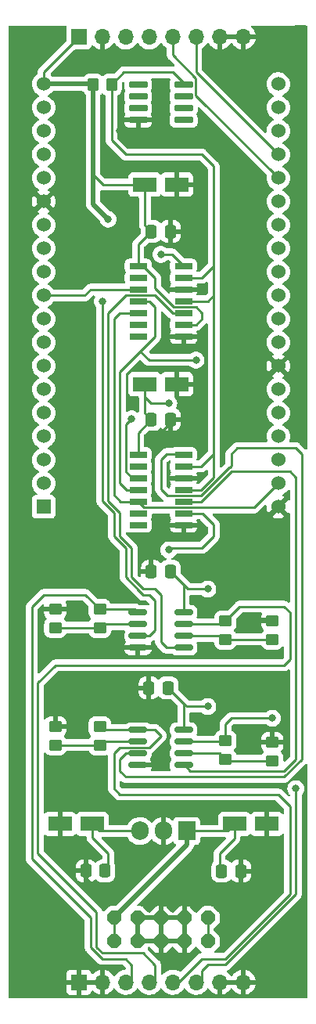
<source format=gbr>
%TF.GenerationSoftware,KiCad,Pcbnew,(6.0.10-0)*%
%TF.CreationDate,2023-01-30T15:13:08+10:30*%
%TF.ProjectId,BLE_Module,424c455f-4d6f-4647-956c-652e6b696361,rev?*%
%TF.SameCoordinates,Original*%
%TF.FileFunction,Copper,L1,Top*%
%TF.FilePolarity,Positive*%
%FSLAX46Y46*%
G04 Gerber Fmt 4.6, Leading zero omitted, Abs format (unit mm)*
G04 Created by KiCad (PCBNEW (6.0.10-0)) date 2023-01-30 15:13:08*
%MOMM*%
%LPD*%
G01*
G04 APERTURE LIST*
G04 Aperture macros list*
%AMRoundRect*
0 Rectangle with rounded corners*
0 $1 Rounding radius*
0 $2 $3 $4 $5 $6 $7 $8 $9 X,Y pos of 4 corners*
0 Add a 4 corners polygon primitive as box body*
4,1,4,$2,$3,$4,$5,$6,$7,$8,$9,$2,$3,0*
0 Add four circle primitives for the rounded corners*
1,1,$1+$1,$2,$3*
1,1,$1+$1,$4,$5*
1,1,$1+$1,$6,$7*
1,1,$1+$1,$8,$9*
0 Add four rect primitives between the rounded corners*
20,1,$1+$1,$2,$3,$4,$5,0*
20,1,$1+$1,$4,$5,$6,$7,0*
20,1,$1+$1,$6,$7,$8,$9,0*
20,1,$1+$1,$8,$9,$2,$3,0*%
%AMOutline5P*
0 Free polygon, 5 corners , with rotation*
0 The origin of the aperture is its center*
0 number of corners: always 5*
0 $1 to $10 corner X, Y*
0 $11 Rotation angle, in degrees counterclockwise*
0 create outline with 5 corners*
4,1,5,$1,$2,$3,$4,$5,$6,$7,$8,$9,$10,$1,$2,$11*%
%AMOutline6P*
0 Free polygon, 6 corners , with rotation*
0 The origin of the aperture is its center*
0 number of corners: always 6*
0 $1 to $12 corner X, Y*
0 $13 Rotation angle, in degrees counterclockwise*
0 create outline with 6 corners*
4,1,6,$1,$2,$3,$4,$5,$6,$7,$8,$9,$10,$11,$12,$1,$2,$13*%
%AMOutline7P*
0 Free polygon, 7 corners , with rotation*
0 The origin of the aperture is its center*
0 number of corners: always 7*
0 $1 to $14 corner X, Y*
0 $15 Rotation angle, in degrees counterclockwise*
0 create outline with 7 corners*
4,1,7,$1,$2,$3,$4,$5,$6,$7,$8,$9,$10,$11,$12,$13,$14,$1,$2,$15*%
%AMOutline8P*
0 Free polygon, 8 corners , with rotation*
0 The origin of the aperture is its center*
0 number of corners: always 8*
0 $1 to $16 corner X, Y*
0 $17 Rotation angle, in degrees counterclockwise*
0 create outline with 8 corners*
4,1,8,$1,$2,$3,$4,$5,$6,$7,$8,$9,$10,$11,$12,$13,$14,$15,$16,$1,$2,$17*%
G04 Aperture macros list end*
%TA.AperFunction,ComponentPad*%
%ADD10R,1.700000X1.700000*%
%TD*%
%TA.AperFunction,ComponentPad*%
%ADD11O,1.700000X1.700000*%
%TD*%
%TA.AperFunction,SMDPad,CuDef*%
%ADD12RoundRect,0.250000X-0.450000X0.350000X-0.450000X-0.350000X0.450000X-0.350000X0.450000X0.350000X0*%
%TD*%
%TA.AperFunction,SMDPad,CuDef*%
%ADD13RoundRect,0.250000X0.350000X0.450000X-0.350000X0.450000X-0.350000X-0.450000X0.350000X-0.450000X0*%
%TD*%
%TA.AperFunction,SMDPad,CuDef*%
%ADD14R,2.500000X1.600000*%
%TD*%
%TA.AperFunction,SMDPad,CuDef*%
%ADD15RoundRect,0.250000X0.450000X-0.350000X0.450000X0.350000X-0.450000X0.350000X-0.450000X-0.350000X0*%
%TD*%
%TA.AperFunction,SMDPad,CuDef*%
%ADD16RoundRect,0.042000X-0.908000X-0.258000X0.908000X-0.258000X0.908000X0.258000X-0.908000X0.258000X0*%
%TD*%
%TA.AperFunction,SMDPad,CuDef*%
%ADD17RoundRect,0.150000X-0.825000X-0.150000X0.825000X-0.150000X0.825000X0.150000X-0.825000X0.150000X0*%
%TD*%
%TA.AperFunction,SMDPad,CuDef*%
%ADD18RoundRect,0.250000X0.337500X0.475000X-0.337500X0.475000X-0.337500X-0.475000X0.337500X-0.475000X0*%
%TD*%
%TA.AperFunction,SMDPad,CuDef*%
%ADD19RoundRect,0.042000X-0.943000X-0.258000X0.943000X-0.258000X0.943000X0.258000X-0.943000X0.258000X0*%
%TD*%
%TA.AperFunction,SMDPad,CuDef*%
%ADD20RoundRect,0.250000X-0.337500X-0.475000X0.337500X-0.475000X0.337500X0.475000X-0.337500X0.475000X0*%
%TD*%
%TA.AperFunction,ComponentPad*%
%ADD21R,1.530000X1.530000*%
%TD*%
%TA.AperFunction,ComponentPad*%
%ADD22C,1.530000*%
%TD*%
%TA.AperFunction,ComponentPad*%
%ADD23Outline8P,-0.762000X0.315631X-0.315631X0.762000X0.315631X0.762000X0.762000X0.315631X0.762000X-0.315631X0.315631X-0.762000X-0.315631X-0.762000X-0.762000X-0.315631X180.000000*%
%TD*%
%TA.AperFunction,ComponentPad*%
%ADD24R,1.905000X2.000000*%
%TD*%
%TA.AperFunction,ComponentPad*%
%ADD25O,1.905000X2.000000*%
%TD*%
%TA.AperFunction,ViaPad*%
%ADD26C,0.800000*%
%TD*%
%TA.AperFunction,Conductor*%
%ADD27C,0.250000*%
%TD*%
%TA.AperFunction,Conductor*%
%ADD28C,0.500000*%
%TD*%
G04 APERTURE END LIST*
D10*
%TO.P,J1,1,Pin_1*%
%TO.N,+5V*%
X8270000Y-1880000D03*
D11*
%TO.P,J1,2,Pin_2*%
%TO.N,GND*%
X10810000Y-1880000D03*
%TO.P,J1,3,Pin_3*%
%TO.N,/LED1*%
X13350000Y-1880000D03*
%TO.P,J1,4,Pin_4*%
%TO.N,/LED2*%
X15890000Y-1880000D03*
%TO.P,J1,5,Pin_5*%
%TO.N,/GATE1*%
X18430000Y-1880000D03*
%TO.P,J1,6,Pin_6*%
%TO.N,/GATE2*%
X20970000Y-1880000D03*
%TO.P,J1,7,Pin_7*%
%TO.N,GND*%
X23510000Y-1880000D03*
%TO.P,J1,8,Pin_8*%
X26050000Y-1880000D03*
%TD*%
D12*
%TO.P,R6,1*%
%TO.N,/CV1*%
X10525000Y-63770000D03*
%TO.P,R6,2*%
%TO.N,Net-(R4-Pad1)*%
X10525000Y-65770000D03*
%TD*%
D13*
%TO.P,R18,1*%
%TO.N,/VREF2.5*%
X11795000Y-7045000D03*
%TO.P,R18,2*%
%TO.N,+5V*%
X9795000Y-7045000D03*
%TD*%
D14*
%TO.P,C3,1*%
%TO.N,+12V*%
X25105000Y-86995000D03*
%TO.P,C3,2*%
%TO.N,GND*%
X28605000Y-86995000D03*
%TD*%
D15*
%TO.P,R7,1*%
%TO.N,Net-(R7-Pad1)*%
X29200000Y-80150872D03*
%TO.P,R7,2*%
%TO.N,GND*%
X29200000Y-78150872D03*
%TD*%
D16*
%TO.P,U2,1,VDD*%
%TO.N,+5V*%
X14690000Y-26670000D03*
%TO.P,U2,2,NC*%
%TO.N,unconnected-(U2-Pad2)*%
X14690000Y-27940000D03*
%TO.P,U2,3,~{CS}*%
%TO.N,/CS1*%
X14690000Y-29210000D03*
%TO.P,U2,4,SCK*%
%TO.N,/SCK*%
X14690000Y-30480000D03*
%TO.P,U2,5,SDI*%
%TO.N,/MOSI*%
X14690000Y-31750000D03*
%TO.P,U2,6,NC*%
%TO.N,unconnected-(U2-Pad6)*%
X14690000Y-33020000D03*
%TO.P,U2,7,NC*%
%TO.N,unconnected-(U2-Pad7)*%
X14690000Y-34290000D03*
%TO.P,U2,8,~{LDAC}*%
%TO.N,GND*%
X19600000Y-34290000D03*
%TO.P,U2,9,~{SHDN}*%
%TO.N,+5V*%
X19600000Y-33020000D03*
%TO.P,U2,10,VoutB*%
%TO.N,Net-(U2-Pad10)*%
X19600000Y-31750000D03*
%TO.P,U2,11,VrefB*%
%TO.N,/VREF2.5*%
X19600000Y-30480000D03*
%TO.P,U2,12,AVSS*%
%TO.N,GND*%
X19600000Y-29210000D03*
%TO.P,U2,13,VrefA*%
%TO.N,/VREF2.5*%
X19600000Y-27940000D03*
%TO.P,U2,14,VoutA*%
%TO.N,Net-(U2-Pad14)*%
X19600000Y-26670000D03*
%TD*%
D15*
%TO.P,R4,1*%
%TO.N,Net-(R4-Pad1)*%
X5715000Y-65770000D03*
%TO.P,R4,2*%
%TO.N,GND*%
X5715000Y-63770000D03*
%TD*%
D17*
%TO.P,U6,1*%
%TO.N,/CV1*%
X14670000Y-64135000D03*
%TO.P,U6,2,-*%
%TO.N,Net-(R4-Pad1)*%
X14670000Y-65405000D03*
%TO.P,U6,3,+*%
%TO.N,Net-(U2-Pad14)*%
X14670000Y-66675000D03*
%TO.P,U6,4,V-*%
%TO.N,GND*%
X14670000Y-67945000D03*
%TO.P,U6,5,+*%
%TO.N,Net-(U2-Pad10)*%
X19620000Y-67945000D03*
%TO.P,U6,6,-*%
%TO.N,Net-(R3-Pad1)*%
X19620000Y-66675000D03*
%TO.P,U6,7*%
%TO.N,/CV2*%
X19620000Y-65405000D03*
%TO.P,U6,8,V+*%
%TO.N,+12V*%
X19620000Y-64135000D03*
%TD*%
D18*
%TO.P,C2,1*%
%TO.N,GND*%
X18182500Y-43250000D03*
%TO.P,C2,2*%
%TO.N,+5V*%
X16107500Y-43250000D03*
%TD*%
D15*
%TO.P,R5,1*%
%TO.N,Net-(R3-Pad1)*%
X24120000Y-67040000D03*
%TO.P,R5,2*%
%TO.N,/CV2*%
X24120000Y-65040000D03*
%TD*%
D17*
%TO.P,U7,1*%
%TO.N,/CV3*%
X14670000Y-76835000D03*
%TO.P,U7,2,-*%
%TO.N,Net-(R10-Pad2)*%
X14670000Y-78105000D03*
%TO.P,U7,3,+*%
%TO.N,Net-(U3-Pad14)*%
X14670000Y-79375000D03*
%TO.P,U7,4,V-*%
%TO.N,GND*%
X14670000Y-80645000D03*
%TO.P,U7,5,+*%
%TO.N,Net-(U3-Pad10)*%
X19620000Y-80645000D03*
%TO.P,U7,6,-*%
%TO.N,Net-(R7-Pad1)*%
X19620000Y-79375000D03*
%TO.P,U7,7*%
%TO.N,/CV4*%
X19620000Y-78105000D03*
%TO.P,U7,8,V+*%
%TO.N,+12V*%
X19620000Y-76835000D03*
%TD*%
D16*
%TO.P,U3,1,VDD*%
%TO.N,+5V*%
X14690000Y-47060000D03*
%TO.P,U3,2,NC*%
%TO.N,unconnected-(U3-Pad2)*%
X14690000Y-48330000D03*
%TO.P,U3,3,~{CS}*%
%TO.N,/CS2*%
X14690000Y-49600000D03*
%TO.P,U3,4,SCK*%
%TO.N,/SCK*%
X14690000Y-50870000D03*
%TO.P,U3,5,SDI*%
%TO.N,/MOSI*%
X14690000Y-52140000D03*
%TO.P,U3,6,NC*%
%TO.N,unconnected-(U3-Pad6)*%
X14690000Y-53410000D03*
%TO.P,U3,7,NC*%
%TO.N,unconnected-(U3-Pad7)*%
X14690000Y-54680000D03*
%TO.P,U3,8,~{LDAC}*%
%TO.N,GND*%
X19600000Y-54680000D03*
%TO.P,U3,9,~{SHDN}*%
%TO.N,+5V*%
X19600000Y-53410000D03*
%TO.P,U3,10,VoutB*%
%TO.N,Net-(U3-Pad10)*%
X19600000Y-52140000D03*
%TO.P,U3,11,VrefB*%
%TO.N,/VREF2.5*%
X19600000Y-50870000D03*
%TO.P,U3,12,AVSS*%
%TO.N,GND*%
X19600000Y-49600000D03*
%TO.P,U3,13,VrefA*%
%TO.N,/VREF2.5*%
X19600000Y-48330000D03*
%TO.P,U3,14,VoutA*%
%TO.N,Net-(U3-Pad14)*%
X19600000Y-47060000D03*
%TD*%
D18*
%TO.P,C5,1*%
%TO.N,+12V*%
X18182500Y-59690000D03*
%TO.P,C5,2*%
%TO.N,GND*%
X16107500Y-59690000D03*
%TD*%
%TO.P,C10,1*%
%TO.N,+12V*%
X17921248Y-72280000D03*
%TO.P,C10,2*%
%TO.N,GND*%
X15846248Y-72280000D03*
%TD*%
D14*
%TO.P,C8,1*%
%TO.N,+5V*%
X9725000Y-86995000D03*
%TO.P,C8,2*%
%TO.N,GND*%
X6225000Y-86995000D03*
%TD*%
D19*
%TO.P,U13,1*%
%TO.N,N/C*%
X14675000Y-7055000D03*
%TO.P,U13,2*%
X14675000Y-8325000D03*
%TO.P,U13,3*%
X14675000Y-9595000D03*
%TO.P,U13,4,GND*%
%TO.N,GND*%
X14675000Y-10865000D03*
%TO.P,U13,5,ADJ*%
%TO.N,unconnected-(U13-Pad5)*%
X19615000Y-10865000D03*
%TO.P,U13,6*%
%TO.N,N/C*%
X19615000Y-9595000D03*
%TO.P,U13,7*%
X19615000Y-8325000D03*
%TO.P,U13,8,VCC*%
%TO.N,/VREF2.5*%
X19615000Y-7055000D03*
%TD*%
D14*
%TO.P,C9,1*%
%TO.N,+5V*%
X15395000Y-39440000D03*
%TO.P,C9,2*%
%TO.N,GND*%
X18895000Y-39440000D03*
%TD*%
%TO.P,C4,1*%
%TO.N,+5V*%
X15395000Y-17850000D03*
%TO.P,C4,2*%
%TO.N,GND*%
X18895000Y-17850000D03*
%TD*%
D18*
%TO.P,C7,1*%
%TO.N,+5V*%
X11102500Y-92075000D03*
%TO.P,C7,2*%
%TO.N,GND*%
X9027500Y-92075000D03*
%TD*%
D10*
%TO.P,J2,1,Pin_1*%
%TO.N,GND*%
X8270000Y-104115000D03*
D11*
%TO.P,J2,2,Pin_2*%
X10810000Y-104115000D03*
%TO.P,J2,3,Pin_3*%
%TO.N,/CV1*%
X13350000Y-104115000D03*
%TO.P,J2,4,Pin_4*%
%TO.N,/CV2*%
X15890000Y-104115000D03*
%TO.P,J2,5,Pin_5*%
%TO.N,/CV3*%
X18430000Y-104115000D03*
%TO.P,J2,6,Pin_6*%
%TO.N,/CV4*%
X20970000Y-104115000D03*
%TO.P,J2,7,Pin_7*%
%TO.N,GND*%
X23510000Y-104115000D03*
%TO.P,J2,8,Pin_8*%
X26050000Y-104115000D03*
%TD*%
D15*
%TO.P,R9,1*%
%TO.N,Net-(R7-Pad1)*%
X24120000Y-80000872D03*
%TO.P,R9,2*%
%TO.N,/CV4*%
X24120000Y-78000872D03*
%TD*%
%TO.P,R8,1*%
%TO.N,Net-(R10-Pad2)*%
X5715000Y-78470000D03*
%TO.P,R8,2*%
%TO.N,GND*%
X5715000Y-76470000D03*
%TD*%
D12*
%TO.P,R10,1*%
%TO.N,/CV3*%
X10525000Y-76470000D03*
%TO.P,R10,2*%
%TO.N,Net-(R10-Pad2)*%
X10525000Y-78470000D03*
%TD*%
D18*
%TO.P,C1,1*%
%TO.N,GND*%
X18182500Y-22910000D03*
%TO.P,C1,2*%
%TO.N,+5V*%
X16107500Y-22910000D03*
%TD*%
D15*
%TO.P,R3,1*%
%TO.N,Net-(R3-Pad1)*%
X29200000Y-67040000D03*
%TO.P,R3,2*%
%TO.N,GND*%
X29200000Y-65040000D03*
%TD*%
D20*
%TO.P,C6,1*%
%TO.N,+12V*%
X23727500Y-92085000D03*
%TO.P,C6,2*%
%TO.N,GND*%
X25802500Y-92085000D03*
%TD*%
D21*
%TO.P,U1,1,3V3*%
%TO.N,unconnected-(U1-Pad1)*%
X4445000Y-52695000D03*
D22*
%TO.P,U1,2,EN*%
%TO.N,unconnected-(U1-Pad2)*%
X4445000Y-50155000D03*
%TO.P,U1,3,SENSOR_VP*%
%TO.N,unconnected-(U1-Pad3)*%
X4445000Y-47615000D03*
%TO.P,U1,4,SENSOR_VN*%
%TO.N,unconnected-(U1-Pad4)*%
X4445000Y-45075000D03*
%TO.P,U1,5,IO34*%
%TO.N,unconnected-(U1-Pad5)*%
X4445000Y-42535000D03*
%TO.P,U1,6,IO35*%
%TO.N,unconnected-(U1-Pad6)*%
X4445000Y-39995000D03*
%TO.P,U1,7,IO32*%
%TO.N,/CS2*%
X4445000Y-37455000D03*
%TO.P,U1,8,IO33*%
%TO.N,unconnected-(U1-Pad8)*%
X4445000Y-34915000D03*
%TO.P,U1,9,IO25*%
%TO.N,unconnected-(U1-Pad9)*%
X4445000Y-32375000D03*
%TO.P,U1,10,IO26*%
%TO.N,/CS1*%
X4445000Y-29835000D03*
%TO.P,U1,11,IO27*%
%TO.N,unconnected-(U1-Pad11)*%
X4445000Y-27295000D03*
%TO.P,U1,12,IO14*%
%TO.N,unconnected-(U1-Pad12)*%
X4445000Y-24755000D03*
%TO.P,U1,13,IO12*%
%TO.N,/LED2*%
X4445000Y-22215000D03*
%TO.P,U1,14,GND1*%
%TO.N,GND*%
X4445000Y-19675000D03*
%TO.P,U1,15,IO13*%
%TO.N,/LED1*%
X4445000Y-17135000D03*
%TO.P,U1,16,SD2*%
%TO.N,unconnected-(U1-Pad16)*%
X4445000Y-14595000D03*
%TO.P,U1,17,SD3*%
%TO.N,unconnected-(U1-Pad17)*%
X4445000Y-12055000D03*
%TO.P,U1,18,CMD*%
%TO.N,unconnected-(U1-Pad18)*%
X4445000Y-9515000D03*
%TO.P,U1,19,EXT_5V*%
%TO.N,+5V*%
X4445000Y-6975000D03*
%TO.P,U1,20,CLK*%
%TO.N,unconnected-(U1-Pad20)*%
X29845000Y-6975000D03*
%TO.P,U1,21,SD0*%
%TO.N,unconnected-(U1-Pad21)*%
X29845000Y-9515000D03*
%TO.P,U1,22,SD1*%
%TO.N,unconnected-(U1-Pad22)*%
X29845000Y-12055000D03*
%TO.P,U1,23,IO15*%
%TO.N,/GATE2*%
X29845000Y-14595000D03*
%TO.P,U1,24,IO2*%
%TO.N,/GATE1*%
X29845000Y-17135000D03*
%TO.P,U1,25,IO0*%
%TO.N,unconnected-(U1-Pad25)*%
X29845000Y-19675000D03*
%TO.P,U1,26,IO4*%
%TO.N,unconnected-(U1-Pad26)*%
X29845000Y-22215000D03*
%TO.P,U1,27,IO16*%
%TO.N,unconnected-(U1-Pad27)*%
X29845000Y-24755000D03*
%TO.P,U1,28,IO17*%
%TO.N,unconnected-(U1-Pad28)*%
X29845000Y-27295000D03*
%TO.P,U1,29,IO5*%
%TO.N,unconnected-(U1-Pad29)*%
X29845000Y-29835000D03*
%TO.P,U1,30,IO18*%
%TO.N,/SCK*%
X29845000Y-32375000D03*
%TO.P,U1,31,IO19*%
%TO.N,unconnected-(U1-Pad31)*%
X29845000Y-34915000D03*
%TO.P,U1,32,GND2*%
%TO.N,GND*%
X29845000Y-37455000D03*
%TO.P,U1,33,IO21*%
%TO.N,unconnected-(U1-Pad33)*%
X29845000Y-39995000D03*
%TO.P,U1,34,RXD0*%
%TO.N,unconnected-(U1-Pad34)*%
X29845000Y-42535000D03*
%TO.P,U1,35,TXD0*%
%TO.N,unconnected-(U1-Pad35)*%
X29845000Y-45075000D03*
%TO.P,U1,36,IO22*%
%TO.N,unconnected-(U1-Pad36)*%
X29845000Y-47615000D03*
%TO.P,U1,37,IO23*%
%TO.N,/MOSI*%
X29845000Y-50155000D03*
%TO.P,U1,38,GND3*%
%TO.N,GND*%
X29845000Y-52695000D03*
%TD*%
D23*
%TO.P,CON1,1*%
%TO.N,-12V*%
X22225000Y-99695000D03*
%TO.P,CON1,2*%
X22225000Y-97155000D03*
%TO.P,CON1,3*%
%TO.N,GND*%
X19685000Y-99695000D03*
%TO.P,CON1,4*%
X19685000Y-97155000D03*
%TO.P,CON1,5*%
X17145000Y-99695000D03*
%TO.P,CON1,6*%
X17145000Y-97155000D03*
%TO.P,CON1,7*%
X14605000Y-99695000D03*
%TO.P,CON1,8*%
X14605000Y-97155000D03*
%TO.P,CON1,9*%
%TO.N,+12V*%
X12065000Y-99695000D03*
%TO.P,CON1,10*%
X12065000Y-97155000D03*
%TD*%
D24*
%TO.P,U5,1,VI*%
%TO.N,+12V*%
X19955000Y-87760000D03*
D25*
%TO.P,U5,2,GND*%
%TO.N,GND*%
X17415000Y-87760000D03*
%TO.P,U5,3,VO*%
%TO.N,+5V*%
X14875000Y-87760000D03*
%TD*%
D26*
%TO.N,GND*%
X16923808Y-54129761D03*
X12700000Y-12065000D03*
X26035000Y-71755000D03*
X20955000Y-44450000D03*
X24765000Y-29210000D03*
X21533551Y-49374485D03*
X25400000Y-31115000D03*
X26670000Y-64770000D03*
X19685000Y-55880000D03*
X8890000Y-5080000D03*
X11430000Y-72390000D03*
X7620000Y-83185000D03*
X7620000Y-73660000D03*
X6985000Y-11430000D03*
X21590000Y-29210000D03*
X10795000Y-94615000D03*
X11430000Y-67945000D03*
X19685000Y-35560000D03*
X16342403Y-45487460D03*
X7620000Y-17145000D03*
%TO.N,+12V*%
X22225000Y-61595000D03*
X22225000Y-74295000D03*
%TO.N,+5V*%
X17995000Y-41490000D03*
X11430000Y-21590000D03*
X17995000Y-57365000D03*
%TO.N,/SCK*%
X20955000Y-36830000D03*
%TO.N,/CV4*%
X29210000Y-75565000D03*
X31750000Y-83185000D03*
%TO.N,/CS2*%
X13970000Y-43180000D03*
%TO.N,Net-(U2-Pad14)*%
X17145000Y-25400000D03*
X10795000Y-30480000D03*
%TD*%
D27*
%TO.N,/GATE1*%
X18430000Y-3825000D02*
X18430000Y-1880000D01*
X20925000Y-8215000D02*
X20925000Y-6320000D01*
X29845000Y-17135000D02*
X20925000Y-8215000D01*
X20925000Y-6320000D02*
X18430000Y-3825000D01*
%TO.N,/GATE2*%
X29845000Y-14595000D02*
X20970000Y-5720000D01*
X20970000Y-5720000D02*
X20970000Y-1880000D01*
%TO.N,GND*%
X6985000Y-73660000D02*
X7620000Y-73660000D01*
X16107500Y-59690000D02*
X16107500Y-56282500D01*
X5715000Y-74930000D02*
X6985000Y-73660000D01*
X19600000Y-54680000D02*
X19600000Y-55795000D01*
X16510000Y-55880000D02*
X16923808Y-55466192D01*
X11430000Y-67945000D02*
X14670000Y-67945000D01*
X16923808Y-55466192D02*
X16923808Y-54129761D01*
X7620000Y-83185000D02*
X6225000Y-84580000D01*
X10810000Y-3160000D02*
X8890000Y-5080000D01*
X19600000Y-29210000D02*
X21590000Y-29210000D01*
X19600000Y-35475000D02*
X19685000Y-35560000D01*
X19600000Y-55795000D02*
X19685000Y-55880000D01*
X6985000Y-11430000D02*
X6985000Y-16510000D01*
X9027500Y-92075000D02*
X9027500Y-92847500D01*
X16107500Y-56282500D02*
X16510000Y-55880000D01*
X29200000Y-65040000D02*
X28930000Y-64770000D01*
X16342403Y-45487460D02*
X18182500Y-43647363D01*
X19600000Y-34290000D02*
X19600000Y-35475000D01*
X6985000Y-16510000D02*
X7620000Y-17145000D01*
X15736248Y-72390000D02*
X11430000Y-72390000D01*
X9027500Y-92847500D02*
X10795000Y-94615000D01*
X6225000Y-84580000D02*
X6225000Y-86995000D01*
X5715000Y-76470000D02*
X5715000Y-74930000D01*
X21308036Y-49600000D02*
X21533551Y-49374485D01*
X10810000Y-1880000D02*
X10810000Y-3160000D01*
X18182500Y-43647363D02*
X18182500Y-43250000D01*
X19600000Y-49600000D02*
X21308036Y-49600000D01*
X15846248Y-72280000D02*
X15736248Y-72390000D01*
X28930000Y-64770000D02*
X26670000Y-64770000D01*
%TO.N,+12V*%
X19620000Y-73978752D02*
X19936248Y-74295000D01*
X19620000Y-61127500D02*
X19620000Y-64135000D01*
X19955000Y-87760000D02*
X24340000Y-87760000D01*
X20087500Y-61595000D02*
X18182500Y-59690000D01*
X12065000Y-97155000D02*
X12065000Y-99695000D01*
X25105000Y-86995000D02*
X25105000Y-88560000D01*
X23495000Y-91852500D02*
X23727500Y-92085000D01*
D28*
X19955000Y-89265000D02*
X19955000Y-87760000D01*
D27*
X24340000Y-87760000D02*
X25105000Y-86995000D01*
X19620000Y-73978752D02*
X19620000Y-76835000D01*
X22225000Y-61595000D02*
X20087500Y-61595000D01*
X18182500Y-59690000D02*
X19620000Y-61127500D01*
D28*
X12065000Y-97155000D02*
X19955000Y-89265000D01*
D27*
X25105000Y-88560000D02*
X23495000Y-90170000D01*
X19936248Y-74295000D02*
X22225000Y-74295000D01*
X17921248Y-72280000D02*
X19620000Y-73978752D01*
X23495000Y-90170000D02*
X23495000Y-91852500D01*
%TO.N,+5V*%
X15395000Y-22197500D02*
X15395000Y-17850000D01*
X9795000Y-16780000D02*
X9795000Y-7045000D01*
X15395000Y-40795000D02*
X16090000Y-41490000D01*
X15395000Y-39440000D02*
X15395000Y-42537500D01*
X14690000Y-47060000D02*
X14690000Y-44667500D01*
X9725000Y-88465000D02*
X11430000Y-90170000D01*
X22860000Y-54610000D02*
X22860000Y-55880000D01*
X18549984Y-31115000D02*
X16510000Y-29075016D01*
X22860000Y-55880000D02*
X21590000Y-57150000D01*
X21590000Y-57150000D02*
X18210000Y-57150000D01*
X9725000Y-86995000D02*
X9725000Y-88465000D01*
X19600000Y-33020000D02*
X20955000Y-33020000D01*
X10865000Y-17850000D02*
X9795000Y-16780000D01*
X21590000Y-31750000D02*
X20955000Y-31115000D01*
X14690000Y-44667500D02*
X16107500Y-43250000D01*
X15395000Y-17850000D02*
X10865000Y-17850000D01*
X16510000Y-27940000D02*
X15240000Y-26670000D01*
X15395000Y-39440000D02*
X15395000Y-40795000D01*
X10490000Y-87760000D02*
X9725000Y-86995000D01*
X16510000Y-29075016D02*
X16510000Y-27940000D01*
D28*
X9795000Y-19955000D02*
X9795000Y-7045000D01*
D27*
X15240000Y-26670000D02*
X14690000Y-26670000D01*
X4445000Y-5705000D02*
X8270000Y-1880000D01*
X20955000Y-31115000D02*
X18549984Y-31115000D01*
X16090000Y-41490000D02*
X17995000Y-41490000D01*
D28*
X4445000Y-6975000D02*
X9725000Y-6975000D01*
D27*
X19600000Y-53410000D02*
X21660000Y-53410000D01*
X14690000Y-24327500D02*
X16107500Y-22910000D01*
X14875000Y-87760000D02*
X10490000Y-87760000D01*
X15395000Y-42537500D02*
X16107500Y-43250000D01*
D28*
X11430000Y-21590000D02*
X9795000Y-19955000D01*
D27*
X20955000Y-33020000D02*
X21590000Y-32385000D01*
X9725000Y-6975000D02*
X9795000Y-7045000D01*
X14690000Y-26670000D02*
X14690000Y-24327500D01*
X11430000Y-91747500D02*
X11102500Y-92075000D01*
X11430000Y-90170000D02*
X11430000Y-91747500D01*
X18210000Y-57150000D02*
X17995000Y-57365000D01*
X16107500Y-22910000D02*
X15395000Y-22197500D01*
X4445000Y-6975000D02*
X4445000Y-5705000D01*
X21660000Y-53410000D02*
X22860000Y-54610000D01*
X21590000Y-32385000D02*
X21590000Y-31750000D01*
%TO.N,/SCK*%
X13405000Y-50870000D02*
X12700000Y-50165000D01*
X16510000Y-31115000D02*
X15875000Y-30480000D01*
X14922500Y-35877500D02*
X16510000Y-34290000D01*
X12700000Y-38100000D02*
X14922500Y-35877500D01*
X15875000Y-30480000D02*
X14690000Y-30480000D01*
X14922500Y-35877500D02*
X15875000Y-36830000D01*
X12700000Y-50165000D02*
X12700000Y-38100000D01*
X15875000Y-36830000D02*
X20955000Y-36830000D01*
X14690000Y-50870000D02*
X13405000Y-50870000D01*
X16510000Y-34290000D02*
X16510000Y-31115000D01*
%TO.N,/CS1*%
X8900000Y-29835000D02*
X4445000Y-29835000D01*
X14690000Y-29210000D02*
X9525000Y-29210000D01*
X9525000Y-29210000D02*
X8900000Y-29835000D01*
%TO.N,/CV2*%
X31115000Y-64135000D02*
X31115000Y-69215000D01*
X19620000Y-65405000D02*
X23755000Y-65405000D01*
X25660000Y-63500000D02*
X30480000Y-63500000D01*
X31115000Y-69215000D02*
X30480000Y-69850000D01*
X3810000Y-71755000D02*
X3810000Y-90170000D01*
X5715000Y-69850000D02*
X3810000Y-71755000D01*
X3810000Y-90170000D02*
X10160000Y-96520000D01*
X23755000Y-65405000D02*
X24120000Y-65040000D01*
X30480000Y-63500000D02*
X31115000Y-64135000D01*
X10160000Y-100330000D02*
X10795000Y-100965000D01*
X10795000Y-100965000D02*
X15240000Y-100965000D01*
X24120000Y-65040000D02*
X25660000Y-63500000D01*
X10160000Y-96520000D02*
X10160000Y-100330000D01*
X30480000Y-69850000D02*
X5715000Y-69850000D01*
X16525000Y-102250000D02*
X16525000Y-104115000D01*
X15240000Y-100965000D02*
X16525000Y-102250000D01*
%TO.N,/CV1*%
X14305000Y-63770000D02*
X10525000Y-63770000D01*
X13985000Y-104115000D02*
X13985000Y-102250000D01*
X13335000Y-101600000D02*
X10793604Y-101600000D01*
X9525000Y-97155000D02*
X3175000Y-90805000D01*
X8985000Y-62230000D02*
X10525000Y-63770000D01*
X14670000Y-64135000D02*
X14305000Y-63770000D01*
X4445000Y-62230000D02*
X8985000Y-62230000D01*
X9525000Y-100331396D02*
X9525000Y-97155000D01*
X3175000Y-90805000D02*
X3175000Y-63500000D01*
X13985000Y-102250000D02*
X13335000Y-101600000D01*
X10793604Y-101600000D02*
X9525000Y-100331396D01*
X3175000Y-63500000D02*
X4445000Y-62230000D01*
%TO.N,/CV4*%
X22225000Y-102235000D02*
X24131396Y-102235000D01*
X29210000Y-75565000D02*
X24765000Y-75565000D01*
X24015872Y-78105000D02*
X19620000Y-78105000D01*
X24131396Y-102235000D02*
X25400698Y-100965698D01*
X24120000Y-76210000D02*
X24120000Y-78000872D01*
X24765000Y-75565000D02*
X24120000Y-76210000D01*
X25400698Y-100965698D02*
X31750000Y-94616396D01*
X21605000Y-104115000D02*
X21605000Y-102855000D01*
X21605000Y-102855000D02*
X22225000Y-102235000D01*
X31750000Y-94616396D02*
X31750000Y-83185000D01*
X24120000Y-78000872D02*
X24015872Y-78105000D01*
%TO.N,/CV3*%
X31115000Y-85090000D02*
X29845000Y-83820000D01*
X19065000Y-104115000D02*
X21580000Y-101600000D01*
X21580000Y-101600000D02*
X24130000Y-101600000D01*
X17145000Y-77470000D02*
X16510000Y-76835000D01*
X16510000Y-76835000D02*
X14670000Y-76835000D01*
X15875000Y-78740000D02*
X17145000Y-77470000D01*
X12700000Y-83820000D02*
X12065000Y-83185000D01*
X10890000Y-76835000D02*
X10525000Y-76470000D01*
X14670000Y-76835000D02*
X10890000Y-76835000D01*
X12065000Y-83185000D02*
X12065000Y-79375000D01*
X29845000Y-83820000D02*
X12700000Y-83820000D01*
X31115000Y-94615000D02*
X31115000Y-85090000D01*
X24130000Y-101600000D02*
X31115000Y-94615000D01*
X12700000Y-78740000D02*
X15875000Y-78740000D01*
X12065000Y-79375000D02*
X12700000Y-78740000D01*
%TO.N,-12V*%
X22225000Y-97155000D02*
X22225000Y-99695000D01*
%TO.N,/CS2*%
X13335000Y-48895000D02*
X13335000Y-44450000D01*
X14690000Y-49600000D02*
X14040000Y-49600000D01*
X14040000Y-49600000D02*
X13335000Y-48895000D01*
X13335000Y-43815000D02*
X13970000Y-43180000D01*
X13335000Y-44450000D02*
X13335000Y-43815000D01*
%TO.N,/MOSI*%
X12770000Y-52140000D02*
X14690000Y-52140000D01*
X12700000Y-31750000D02*
X12065000Y-32385000D01*
X12065000Y-32385000D02*
X12065000Y-51435000D01*
X27215000Y-52785000D02*
X29845000Y-50155000D01*
X14690000Y-31750000D02*
X12700000Y-31750000D01*
X15335000Y-52785000D02*
X27215000Y-52785000D01*
X14690000Y-52140000D02*
X15335000Y-52785000D01*
X12065000Y-51435000D02*
X12770000Y-52140000D01*
%TO.N,Net-(R3-Pad1)*%
X23755000Y-66675000D02*
X24120000Y-67040000D01*
X29200000Y-67040000D02*
X24120000Y-67040000D01*
X19620000Y-66675000D02*
X23755000Y-66675000D01*
%TO.N,Net-(R4-Pad1)*%
X5715000Y-65770000D02*
X10525000Y-65770000D01*
X10890000Y-65405000D02*
X14670000Y-65405000D01*
X10525000Y-65770000D02*
X10890000Y-65405000D01*
%TO.N,Net-(R7-Pad1)*%
X19620000Y-79375000D02*
X23494128Y-79375000D01*
X24120000Y-80000872D02*
X24270000Y-80150872D01*
X23494128Y-79375000D02*
X24120000Y-80000872D01*
X24270000Y-80150872D02*
X29200000Y-80150872D01*
%TO.N,Net-(R10-Pad2)*%
X14670000Y-78105000D02*
X10890000Y-78105000D01*
X5715000Y-78470000D02*
X10525000Y-78470000D01*
X10890000Y-78105000D02*
X10525000Y-78470000D01*
%TO.N,/VREF2.5*%
X22860000Y-26670000D02*
X21590000Y-27940000D01*
X22860000Y-29845000D02*
X22860000Y-46990000D01*
X11795000Y-13065000D02*
X13335000Y-14605000D01*
X22860000Y-49527208D02*
X21517208Y-50870000D01*
X11795000Y-7045000D02*
X11795000Y-13065000D01*
X22860000Y-29845000D02*
X22225000Y-30480000D01*
X21590000Y-27940000D02*
X19600000Y-27940000D01*
X21520000Y-48330000D02*
X19600000Y-48330000D01*
X13335000Y-14605000D02*
X21590000Y-14605000D01*
X22860000Y-46990000D02*
X22860000Y-49527208D01*
X13125000Y-5715000D02*
X11795000Y-7045000D01*
X21590000Y-14605000D02*
X22860000Y-15875000D01*
X19615000Y-7055000D02*
X19685000Y-6985000D01*
X22860000Y-46990000D02*
X21520000Y-48330000D01*
X18415000Y-5715000D02*
X13125000Y-5715000D01*
X22225000Y-30480000D02*
X19600000Y-30480000D01*
X19685000Y-6985000D02*
X18415000Y-5715000D01*
X22860000Y-15875000D02*
X22860000Y-26670000D01*
X22860000Y-26670000D02*
X22860000Y-29845000D01*
X21517208Y-50870000D02*
X19600000Y-50870000D01*
%TO.N,Net-(U2-Pad10)*%
X12700000Y-53340000D02*
X11430000Y-52070000D01*
X17145000Y-67310000D02*
X17145000Y-62230000D01*
X13970000Y-60325000D02*
X13970000Y-57150000D01*
X19620000Y-67945000D02*
X17780000Y-67945000D01*
X18415000Y-31750000D02*
X19600000Y-31750000D01*
X15240000Y-61595000D02*
X13970000Y-60325000D01*
X16510000Y-29845000D02*
X18415000Y-31750000D01*
X17145000Y-62230000D02*
X16510000Y-61595000D01*
X16510000Y-61595000D02*
X15240000Y-61595000D01*
X11430000Y-31750000D02*
X13335000Y-29845000D01*
X13335000Y-29845000D02*
X16510000Y-29845000D01*
X17780000Y-67945000D02*
X17145000Y-67310000D01*
X12700000Y-55880000D02*
X12700000Y-53340000D01*
X13970000Y-57150000D02*
X12700000Y-55880000D01*
X11430000Y-52070000D02*
X11430000Y-31750000D01*
%TO.N,Net-(U2-Pad14)*%
X15875000Y-66675000D02*
X16510000Y-66040000D01*
X14790000Y-61781396D02*
X13335000Y-60326396D01*
X15238604Y-62230000D02*
X14790000Y-61781396D01*
X12065000Y-53341396D02*
X12064302Y-53340698D01*
X12065000Y-55881396D02*
X12065000Y-55880000D01*
X12065000Y-55880000D02*
X12065000Y-53341396D01*
X10795000Y-50800000D02*
X10795000Y-30480000D01*
X13335000Y-60326396D02*
X13335000Y-60325000D01*
X19600000Y-26670000D02*
X18330000Y-25400000D01*
X13335000Y-60325000D02*
X13335000Y-57151396D01*
X18330000Y-25400000D02*
X17145000Y-25400000D01*
X10795000Y-52070000D02*
X10795000Y-50800000D01*
X16510000Y-66040000D02*
X16510000Y-62865000D01*
X16510000Y-62865000D02*
X15875000Y-62230000D01*
X13334302Y-57150698D02*
X12065000Y-55881396D01*
X13335000Y-57151396D02*
X13334302Y-57150698D01*
X12064302Y-53340698D02*
X10795000Y-52071396D01*
X10795000Y-52071396D02*
X10795000Y-52070000D01*
X14670000Y-66675000D02*
X15875000Y-66675000D01*
X15875000Y-62230000D02*
X15238604Y-62230000D01*
%TO.N,Net-(U3-Pad10)*%
X30480000Y-81280000D02*
X31750000Y-80010000D01*
X19685000Y-80645000D02*
X20320000Y-81280000D01*
X31750000Y-80010000D02*
X31750000Y-49530000D01*
X31750000Y-49530000D02*
X31115000Y-48895000D01*
X24765000Y-48895000D02*
X21520000Y-52140000D01*
X21520000Y-52140000D02*
X19600000Y-52140000D01*
X19620000Y-80645000D02*
X19685000Y-80645000D01*
X20320000Y-81280000D02*
X30480000Y-81280000D01*
X31115000Y-48895000D02*
X24765000Y-48895000D01*
%TO.N,Net-(U3-Pad14)*%
X24580000Y-48445000D02*
X24578604Y-48445000D01*
X32385000Y-80011396D02*
X32385000Y-46990000D01*
X13335000Y-81915000D02*
X30481396Y-81915000D01*
X21508604Y-51515000D02*
X17860000Y-51515000D01*
X12700000Y-81280000D02*
X13335000Y-81915000D01*
X30481396Y-81915000D02*
X32385000Y-80011396D01*
X12700000Y-80010000D02*
X12700000Y-81280000D01*
X19530000Y-46990000D02*
X19600000Y-47060000D01*
X24765000Y-46990000D02*
X24765000Y-48260000D01*
X17145000Y-47625000D02*
X17780000Y-46990000D01*
X17860000Y-51515000D02*
X17145000Y-50800000D01*
X31750000Y-46355000D02*
X25400000Y-46355000D01*
X24765000Y-48260000D02*
X24580000Y-48445000D01*
X14670000Y-79375000D02*
X13335000Y-79375000D01*
X13335000Y-79375000D02*
X12700000Y-80010000D01*
X25400000Y-46355000D02*
X24765000Y-46990000D01*
X17145000Y-50800000D02*
X17145000Y-47625000D01*
X32385000Y-46990000D02*
X31750000Y-46355000D01*
X24578604Y-48445000D02*
X21508604Y-51515000D01*
X17780000Y-46990000D02*
X19530000Y-46990000D01*
%TD*%
%TA.AperFunction,Conductor*%
%TO.N,GND*%
G36*
X6906347Y-668107D02*
G01*
X6952856Y-721748D01*
X6962982Y-792019D01*
X6956241Y-818355D01*
X6921029Y-912282D01*
X6921027Y-912288D01*
X6918255Y-919684D01*
X6911500Y-981866D01*
X6911500Y-2290406D01*
X6891498Y-2358527D01*
X6874595Y-2379501D01*
X4052747Y-5201348D01*
X4044461Y-5208888D01*
X4037982Y-5213000D01*
X4032557Y-5218777D01*
X3991357Y-5262651D01*
X3988602Y-5265493D01*
X3968865Y-5285230D01*
X3966385Y-5288427D01*
X3958682Y-5297447D01*
X3928414Y-5329679D01*
X3924595Y-5336625D01*
X3924593Y-5336628D01*
X3918652Y-5347434D01*
X3907801Y-5363953D01*
X3895386Y-5379959D01*
X3892241Y-5387228D01*
X3892238Y-5387232D01*
X3877826Y-5420537D01*
X3872609Y-5431187D01*
X3851305Y-5469940D01*
X3849334Y-5477615D01*
X3849334Y-5477616D01*
X3846267Y-5489562D01*
X3839863Y-5508266D01*
X3831819Y-5526855D01*
X3830580Y-5534678D01*
X3830577Y-5534688D01*
X3824901Y-5570524D01*
X3822495Y-5582144D01*
X3811500Y-5624970D01*
X3811500Y-5645224D01*
X3809949Y-5664934D01*
X3806780Y-5684943D01*
X3807526Y-5692835D01*
X3810941Y-5728961D01*
X3811500Y-5740819D01*
X3811500Y-5798333D01*
X3791498Y-5866454D01*
X3757771Y-5901546D01*
X3632843Y-5989022D01*
X3623283Y-5995716D01*
X3465716Y-6153283D01*
X3462559Y-6157791D01*
X3462557Y-6157794D01*
X3459070Y-6162774D01*
X3337903Y-6335818D01*
X3335580Y-6340800D01*
X3335577Y-6340805D01*
X3250051Y-6524217D01*
X3243730Y-6537773D01*
X3186056Y-6753014D01*
X3166635Y-6975000D01*
X3186056Y-7196986D01*
X3243730Y-7412227D01*
X3246052Y-7417208D01*
X3246053Y-7417209D01*
X3335577Y-7609195D01*
X3335580Y-7609200D01*
X3337903Y-7614182D01*
X3358097Y-7643022D01*
X3462557Y-7792205D01*
X3465716Y-7796717D01*
X3623283Y-7954284D01*
X3627792Y-7957441D01*
X3627794Y-7957443D01*
X3652184Y-7974521D01*
X3805817Y-8082097D01*
X3810802Y-8084421D01*
X3810808Y-8084425D01*
X3910272Y-8130805D01*
X3963558Y-8177722D01*
X3983019Y-8245999D01*
X3962478Y-8313959D01*
X3910273Y-8359195D01*
X3810805Y-8405577D01*
X3810800Y-8405580D01*
X3805818Y-8407903D01*
X3623283Y-8535716D01*
X3465716Y-8693283D01*
X3462559Y-8697791D01*
X3462557Y-8697794D01*
X3444854Y-8723077D01*
X3337903Y-8875818D01*
X3335580Y-8880800D01*
X3335577Y-8880805D01*
X3253241Y-9057377D01*
X3243730Y-9077773D01*
X3186056Y-9293014D01*
X3166635Y-9515000D01*
X3186056Y-9736986D01*
X3243730Y-9952227D01*
X3246052Y-9957208D01*
X3246053Y-9957209D01*
X3335577Y-10149195D01*
X3335580Y-10149200D01*
X3337903Y-10154182D01*
X3465716Y-10336717D01*
X3623283Y-10494284D01*
X3805817Y-10622097D01*
X3810802Y-10624421D01*
X3810808Y-10624425D01*
X3910272Y-10670805D01*
X3963558Y-10717722D01*
X3983019Y-10785999D01*
X3962478Y-10853959D01*
X3910273Y-10899195D01*
X3810805Y-10945577D01*
X3810800Y-10945580D01*
X3805818Y-10947903D01*
X3623283Y-11075716D01*
X3465716Y-11233283D01*
X3462559Y-11237791D01*
X3462557Y-11237794D01*
X3444941Y-11262953D01*
X3337903Y-11415818D01*
X3335580Y-11420800D01*
X3335577Y-11420805D01*
X3247226Y-11610275D01*
X3243730Y-11617773D01*
X3242308Y-11623081D01*
X3242307Y-11623083D01*
X3229380Y-11671329D01*
X3186056Y-11833014D01*
X3166635Y-12055000D01*
X3186056Y-12276986D01*
X3243730Y-12492227D01*
X3246052Y-12497208D01*
X3246053Y-12497209D01*
X3335577Y-12689195D01*
X3335580Y-12689200D01*
X3337903Y-12694182D01*
X3465716Y-12876717D01*
X3623283Y-13034284D01*
X3627792Y-13037441D01*
X3627794Y-13037443D01*
X3703110Y-13090180D01*
X3805817Y-13162097D01*
X3810802Y-13164421D01*
X3810808Y-13164425D01*
X3910272Y-13210805D01*
X3963558Y-13257722D01*
X3983019Y-13325999D01*
X3962478Y-13393959D01*
X3910273Y-13439195D01*
X3810805Y-13485577D01*
X3810800Y-13485580D01*
X3805818Y-13487903D01*
X3623283Y-13615716D01*
X3465716Y-13773283D01*
X3337903Y-13955818D01*
X3335580Y-13960800D01*
X3335577Y-13960805D01*
X3247347Y-14150016D01*
X3243730Y-14157773D01*
X3242308Y-14163081D01*
X3242307Y-14163083D01*
X3232956Y-14197982D01*
X3186056Y-14373014D01*
X3166635Y-14595000D01*
X3186056Y-14816986D01*
X3187480Y-14822299D01*
X3239769Y-15017443D01*
X3243730Y-15032227D01*
X3246052Y-15037208D01*
X3246053Y-15037209D01*
X3335577Y-15229195D01*
X3335580Y-15229200D01*
X3337903Y-15234182D01*
X3465716Y-15416717D01*
X3623283Y-15574284D01*
X3627792Y-15577441D01*
X3627794Y-15577443D01*
X3690581Y-15621407D01*
X3805817Y-15702097D01*
X3810802Y-15704421D01*
X3810808Y-15704425D01*
X3910272Y-15750805D01*
X3963558Y-15797722D01*
X3983019Y-15865999D01*
X3962478Y-15933959D01*
X3910273Y-15979195D01*
X3810805Y-16025577D01*
X3810800Y-16025580D01*
X3805818Y-16027903D01*
X3623283Y-16155716D01*
X3465716Y-16313283D01*
X3337903Y-16495818D01*
X3335580Y-16500800D01*
X3335577Y-16500805D01*
X3290872Y-16596676D01*
X3243730Y-16697773D01*
X3186056Y-16913014D01*
X3166635Y-17135000D01*
X3186056Y-17356986D01*
X3243730Y-17572227D01*
X3246052Y-17577208D01*
X3246053Y-17577209D01*
X3335577Y-17769195D01*
X3335580Y-17769200D01*
X3337903Y-17774182D01*
X3465716Y-17956717D01*
X3623283Y-18114284D01*
X3627792Y-18117441D01*
X3627794Y-18117443D01*
X3703110Y-18170180D01*
X3805817Y-18242097D01*
X3810802Y-18244421D01*
X3810808Y-18244425D01*
X3910864Y-18291081D01*
X3964150Y-18337998D01*
X3983611Y-18406275D01*
X3963070Y-18474235D01*
X3910865Y-18519471D01*
X3811056Y-18566012D01*
X3801561Y-18571495D01*
X3757081Y-18602640D01*
X3748706Y-18613117D01*
X3755774Y-18626564D01*
X4432188Y-19302978D01*
X4446132Y-19310592D01*
X4447965Y-19310461D01*
X4454580Y-19306210D01*
X5134947Y-18625843D01*
X5141377Y-18614068D01*
X5132084Y-18602055D01*
X5088431Y-18571488D01*
X5078953Y-18566016D01*
X4979136Y-18519471D01*
X4925851Y-18472554D01*
X4906390Y-18404277D01*
X4926932Y-18336317D01*
X4979136Y-18291081D01*
X5079196Y-18244423D01*
X5079201Y-18244420D01*
X5084183Y-18242097D01*
X5186890Y-18170180D01*
X5262206Y-18117443D01*
X5262208Y-18117441D01*
X5266717Y-18114284D01*
X5424284Y-17956717D01*
X5552097Y-17774182D01*
X5554420Y-17769200D01*
X5554423Y-17769195D01*
X5643947Y-17577209D01*
X5643948Y-17577208D01*
X5646270Y-17572227D01*
X5703944Y-17356986D01*
X5723365Y-17135000D01*
X5703944Y-16913014D01*
X5646270Y-16697773D01*
X5599128Y-16596676D01*
X5554423Y-16500805D01*
X5554420Y-16500800D01*
X5552097Y-16495818D01*
X5424284Y-16313283D01*
X5266717Y-16155716D01*
X5084183Y-16027903D01*
X5079201Y-16025580D01*
X5079196Y-16025577D01*
X4979728Y-15979195D01*
X4926443Y-15932278D01*
X4906982Y-15864001D01*
X4927524Y-15796041D01*
X4979728Y-15750805D01*
X5079196Y-15704423D01*
X5079201Y-15704420D01*
X5084183Y-15702097D01*
X5199419Y-15621407D01*
X5262206Y-15577443D01*
X5262208Y-15577441D01*
X5266717Y-15574284D01*
X5424284Y-15416717D01*
X5552097Y-15234182D01*
X5554420Y-15229200D01*
X5554423Y-15229195D01*
X5643947Y-15037209D01*
X5643948Y-15037208D01*
X5646270Y-15032227D01*
X5650232Y-15017443D01*
X5702520Y-14822299D01*
X5703944Y-14816986D01*
X5723365Y-14595000D01*
X5703944Y-14373014D01*
X5657044Y-14197982D01*
X5647693Y-14163083D01*
X5647692Y-14163081D01*
X5646270Y-14157773D01*
X5642653Y-14150016D01*
X5554423Y-13960805D01*
X5554420Y-13960800D01*
X5552097Y-13955818D01*
X5424284Y-13773283D01*
X5266717Y-13615716D01*
X5084183Y-13487903D01*
X5079201Y-13485580D01*
X5079196Y-13485577D01*
X4979728Y-13439195D01*
X4926443Y-13392278D01*
X4906982Y-13324001D01*
X4927524Y-13256041D01*
X4979728Y-13210805D01*
X5079196Y-13164423D01*
X5079201Y-13164420D01*
X5084183Y-13162097D01*
X5186890Y-13090180D01*
X5262206Y-13037443D01*
X5262208Y-13037441D01*
X5266717Y-13034284D01*
X5424284Y-12876717D01*
X5552097Y-12694182D01*
X5554420Y-12689200D01*
X5554423Y-12689195D01*
X5643947Y-12497209D01*
X5643948Y-12497208D01*
X5646270Y-12492227D01*
X5703944Y-12276986D01*
X5723365Y-12055000D01*
X5703944Y-11833014D01*
X5660620Y-11671329D01*
X5647693Y-11623083D01*
X5647692Y-11623081D01*
X5646270Y-11617773D01*
X5642774Y-11610275D01*
X5554423Y-11420805D01*
X5554420Y-11420800D01*
X5552097Y-11415818D01*
X5445059Y-11262953D01*
X5427443Y-11237794D01*
X5427441Y-11237791D01*
X5424284Y-11233283D01*
X5266717Y-11075716D01*
X5084183Y-10947903D01*
X5079201Y-10945580D01*
X5079196Y-10945577D01*
X4979728Y-10899195D01*
X4926443Y-10852278D01*
X4906982Y-10784001D01*
X4927524Y-10716041D01*
X4979728Y-10670805D01*
X5079196Y-10624423D01*
X5079201Y-10624420D01*
X5084183Y-10622097D01*
X5266717Y-10494284D01*
X5424284Y-10336717D01*
X5552097Y-10154182D01*
X5554420Y-10149200D01*
X5554423Y-10149195D01*
X5643947Y-9957209D01*
X5643948Y-9957208D01*
X5646270Y-9952227D01*
X5703944Y-9736986D01*
X5723365Y-9515000D01*
X5703944Y-9293014D01*
X5646270Y-9077773D01*
X5636759Y-9057377D01*
X5554423Y-8880805D01*
X5554420Y-8880800D01*
X5552097Y-8875818D01*
X5445146Y-8723077D01*
X5427443Y-8697794D01*
X5427441Y-8697791D01*
X5424284Y-8693283D01*
X5266717Y-8535716D01*
X5084183Y-8407903D01*
X5079201Y-8405580D01*
X5079196Y-8405577D01*
X4979728Y-8359195D01*
X4926443Y-8312278D01*
X4906982Y-8244001D01*
X4927524Y-8176041D01*
X4979728Y-8130805D01*
X5079196Y-8084423D01*
X5079201Y-8084420D01*
X5084183Y-8082097D01*
X5237816Y-7974521D01*
X5262206Y-7957443D01*
X5262208Y-7957441D01*
X5266717Y-7954284D01*
X5424284Y-7796717D01*
X5430930Y-7787226D01*
X5486389Y-7742899D01*
X5534141Y-7733500D01*
X8634244Y-7733500D01*
X8702365Y-7753502D01*
X8748345Y-7806050D01*
X8751134Y-7812003D01*
X8753450Y-7818946D01*
X8846522Y-7969348D01*
X8971697Y-8094305D01*
X8977928Y-8098146D01*
X8983673Y-8102683D01*
X8982623Y-8104013D01*
X9024108Y-8150107D01*
X9036500Y-8204597D01*
X9036500Y-19887930D01*
X9035067Y-19906880D01*
X9031801Y-19928349D01*
X9032394Y-19935641D01*
X9032394Y-19935644D01*
X9036085Y-19981018D01*
X9036500Y-19991233D01*
X9036500Y-19999293D01*
X9036925Y-20002937D01*
X9039789Y-20027507D01*
X9040222Y-20031882D01*
X9041454Y-20047022D01*
X9046140Y-20104637D01*
X9048396Y-20111601D01*
X9049587Y-20117560D01*
X9050971Y-20123415D01*
X9051818Y-20130681D01*
X9076735Y-20199327D01*
X9078152Y-20203455D01*
X9100649Y-20272899D01*
X9104445Y-20279154D01*
X9106951Y-20284628D01*
X9109670Y-20290058D01*
X9112167Y-20296937D01*
X9116180Y-20303057D01*
X9116180Y-20303058D01*
X9152186Y-20357976D01*
X9154523Y-20361680D01*
X9192405Y-20424107D01*
X9196121Y-20428315D01*
X9196122Y-20428316D01*
X9199803Y-20432484D01*
X9199776Y-20432508D01*
X9202429Y-20435500D01*
X9205132Y-20438733D01*
X9209144Y-20444852D01*
X9214456Y-20449884D01*
X9265383Y-20498128D01*
X9267825Y-20500506D01*
X10509875Y-21742556D01*
X10540613Y-21792714D01*
X10595473Y-21961556D01*
X10598776Y-21967278D01*
X10598777Y-21967279D01*
X10610568Y-21987701D01*
X10690960Y-22126944D01*
X10695378Y-22131851D01*
X10695379Y-22131852D01*
X10786806Y-22233392D01*
X10818747Y-22268866D01*
X10973248Y-22381118D01*
X10979276Y-22383802D01*
X10979278Y-22383803D01*
X11130415Y-22451093D01*
X11147712Y-22458794D01*
X11241113Y-22478647D01*
X11328056Y-22497128D01*
X11328061Y-22497128D01*
X11334513Y-22498500D01*
X11525487Y-22498500D01*
X11531939Y-22497128D01*
X11531944Y-22497128D01*
X11618887Y-22478647D01*
X11712288Y-22458794D01*
X11729585Y-22451093D01*
X11880722Y-22383803D01*
X11880724Y-22383802D01*
X11886752Y-22381118D01*
X12041253Y-22268866D01*
X12073194Y-22233392D01*
X12164621Y-22131852D01*
X12164622Y-22131851D01*
X12169040Y-22126944D01*
X12249432Y-21987701D01*
X12261223Y-21967279D01*
X12261224Y-21967278D01*
X12264527Y-21961556D01*
X12323542Y-21779928D01*
X12326984Y-21747184D01*
X12342814Y-21596565D01*
X12343504Y-21590000D01*
X12323542Y-21400072D01*
X12264527Y-21218444D01*
X12169040Y-21053056D01*
X12133589Y-21013683D01*
X12045675Y-20916045D01*
X12045674Y-20916044D01*
X12041253Y-20911134D01*
X11886752Y-20798882D01*
X11880724Y-20796198D01*
X11880722Y-20796197D01*
X11718319Y-20723891D01*
X11718318Y-20723891D01*
X11712288Y-20721206D01*
X11705833Y-20719834D01*
X11705824Y-20719831D01*
X11649228Y-20707801D01*
X11586331Y-20673650D01*
X10590405Y-19677724D01*
X10556379Y-19615412D01*
X10553500Y-19588629D01*
X10553500Y-18589587D01*
X10573502Y-18521466D01*
X10627158Y-18474973D01*
X10699214Y-18465139D01*
X10730525Y-18470099D01*
X10742144Y-18472505D01*
X10777289Y-18481528D01*
X10784970Y-18483500D01*
X10805224Y-18483500D01*
X10824934Y-18485051D01*
X10844943Y-18488220D01*
X10852835Y-18487474D01*
X10888961Y-18484059D01*
X10900819Y-18483500D01*
X13510500Y-18483500D01*
X13578621Y-18503502D01*
X13625114Y-18557158D01*
X13636500Y-18609500D01*
X13636500Y-18698134D01*
X13643255Y-18760316D01*
X13694385Y-18896705D01*
X13781739Y-19013261D01*
X13898295Y-19100615D01*
X14034684Y-19151745D01*
X14096866Y-19158500D01*
X14635500Y-19158500D01*
X14703621Y-19178502D01*
X14750114Y-19232158D01*
X14761500Y-19284500D01*
X14761500Y-22118733D01*
X14760973Y-22129916D01*
X14759298Y-22137409D01*
X14759547Y-22145335D01*
X14759547Y-22145336D01*
X14761438Y-22205486D01*
X14761500Y-22209445D01*
X14761500Y-22237356D01*
X14761997Y-22241290D01*
X14761997Y-22241291D01*
X14762005Y-22241356D01*
X14762938Y-22253193D01*
X14764327Y-22297389D01*
X14769978Y-22316839D01*
X14773987Y-22336200D01*
X14776526Y-22356297D01*
X14779445Y-22363668D01*
X14779445Y-22363670D01*
X14792804Y-22397412D01*
X14796649Y-22408642D01*
X14806427Y-22442299D01*
X14808982Y-22451093D01*
X14813015Y-22457912D01*
X14813017Y-22457917D01*
X14819293Y-22468528D01*
X14827988Y-22486276D01*
X14835448Y-22505117D01*
X14840110Y-22511533D01*
X14840110Y-22511534D01*
X14861436Y-22540887D01*
X14867952Y-22550807D01*
X14890458Y-22588862D01*
X14904779Y-22603183D01*
X14917619Y-22618216D01*
X14929528Y-22634607D01*
X14950827Y-22652227D01*
X14963605Y-22662798D01*
X14972384Y-22670788D01*
X14974595Y-22672999D01*
X15008621Y-22735311D01*
X15011500Y-22762094D01*
X15011500Y-23057905D01*
X14991498Y-23126026D01*
X14974595Y-23147001D01*
X14635596Y-23485999D01*
X14297742Y-23823853D01*
X14289463Y-23831387D01*
X14282982Y-23835500D01*
X14256702Y-23863486D01*
X14236357Y-23885151D01*
X14233602Y-23887993D01*
X14213865Y-23907730D01*
X14211385Y-23910927D01*
X14203682Y-23919947D01*
X14173414Y-23952179D01*
X14169595Y-23959125D01*
X14169593Y-23959128D01*
X14163652Y-23969934D01*
X14152801Y-23986453D01*
X14140386Y-24002459D01*
X14137241Y-24009728D01*
X14137238Y-24009732D01*
X14122826Y-24043037D01*
X14117609Y-24053687D01*
X14096305Y-24092440D01*
X14094334Y-24100115D01*
X14094334Y-24100116D01*
X14091267Y-24112062D01*
X14084863Y-24130766D01*
X14080293Y-24141328D01*
X14076819Y-24149355D01*
X14075580Y-24157178D01*
X14075577Y-24157188D01*
X14069901Y-24193024D01*
X14067495Y-24204644D01*
X14056500Y-24247470D01*
X14056500Y-24267724D01*
X14054949Y-24287434D01*
X14051780Y-24307443D01*
X14052526Y-24315335D01*
X14055941Y-24351461D01*
X14056500Y-24363319D01*
X14056500Y-25735500D01*
X14036498Y-25803621D01*
X13982842Y-25850114D01*
X13930500Y-25861500D01*
X13739228Y-25861500D01*
X13649453Y-25872364D01*
X13641925Y-25875344D01*
X13641923Y-25875345D01*
X13572832Y-25902700D01*
X13509217Y-25927887D01*
X13389078Y-26019078D01*
X13297887Y-26139217D01*
X13279532Y-26185577D01*
X13257613Y-26240939D01*
X13242364Y-26279453D01*
X13231500Y-26369228D01*
X13231500Y-26970772D01*
X13242364Y-27060547D01*
X13245344Y-27068075D01*
X13245345Y-27068077D01*
X13265430Y-27118807D01*
X13297887Y-27200783D01*
X13303079Y-27207623D01*
X13319169Y-27228821D01*
X13344422Y-27295174D01*
X13329794Y-27364647D01*
X13319169Y-27381179D01*
X13297887Y-27409217D01*
X13294726Y-27417202D01*
X13255219Y-27516986D01*
X13242364Y-27549453D01*
X13231500Y-27639228D01*
X13231500Y-28240772D01*
X13242364Y-28330547D01*
X13245344Y-28338075D01*
X13245345Y-28338077D01*
X13271492Y-28404117D01*
X13277971Y-28474817D01*
X13245198Y-28537797D01*
X13183579Y-28573061D01*
X13154340Y-28576500D01*
X9603763Y-28576500D01*
X9592579Y-28575973D01*
X9585091Y-28574299D01*
X9577168Y-28574548D01*
X9517033Y-28576438D01*
X9513075Y-28576500D01*
X9485144Y-28576500D01*
X9481229Y-28576995D01*
X9481225Y-28576995D01*
X9481167Y-28577003D01*
X9481138Y-28577006D01*
X9469296Y-28577939D01*
X9425110Y-28579327D01*
X9407744Y-28584372D01*
X9405658Y-28584978D01*
X9386306Y-28588986D01*
X9374068Y-28590532D01*
X9374066Y-28590533D01*
X9366203Y-28591526D01*
X9325086Y-28607806D01*
X9313885Y-28611641D01*
X9271406Y-28623982D01*
X9264587Y-28628015D01*
X9264582Y-28628017D01*
X9253971Y-28634293D01*
X9236221Y-28642990D01*
X9217383Y-28650448D01*
X9183339Y-28675183D01*
X9181625Y-28676428D01*
X9171701Y-28682947D01*
X9140460Y-28701422D01*
X9140455Y-28701426D01*
X9133637Y-28705458D01*
X9119313Y-28719782D01*
X9104281Y-28732621D01*
X9087893Y-28744528D01*
X9059712Y-28778593D01*
X9051722Y-28787373D01*
X8674500Y-29164595D01*
X8612188Y-29198621D01*
X8585405Y-29201500D01*
X5621667Y-29201500D01*
X5553546Y-29181498D01*
X5518454Y-29147771D01*
X5427443Y-29017794D01*
X5427441Y-29017791D01*
X5424284Y-29013283D01*
X5266717Y-28855716D01*
X5084183Y-28727903D01*
X5079201Y-28725580D01*
X5079196Y-28725577D01*
X4979728Y-28679195D01*
X4926443Y-28632278D01*
X4906982Y-28564001D01*
X4927524Y-28496041D01*
X4979728Y-28450805D01*
X5079196Y-28404423D01*
X5079201Y-28404420D01*
X5084183Y-28402097D01*
X5266717Y-28274284D01*
X5424284Y-28116717D01*
X5552097Y-27934182D01*
X5554420Y-27929200D01*
X5554423Y-27929195D01*
X5643947Y-27737209D01*
X5643948Y-27737208D01*
X5646270Y-27732227D01*
X5703944Y-27516986D01*
X5723365Y-27295000D01*
X5703944Y-27073014D01*
X5646270Y-26857773D01*
X5643947Y-26852791D01*
X5554423Y-26660805D01*
X5554420Y-26660800D01*
X5552097Y-26655818D01*
X5424284Y-26473283D01*
X5266717Y-26315716D01*
X5254453Y-26307128D01*
X5159925Y-26240939D01*
X5084183Y-26187903D01*
X5079201Y-26185580D01*
X5079196Y-26185577D01*
X4979728Y-26139195D01*
X4926443Y-26092278D01*
X4906982Y-26024001D01*
X4927524Y-25956041D01*
X4979728Y-25910805D01*
X5079196Y-25864423D01*
X5079201Y-25864420D01*
X5084183Y-25862097D01*
X5190229Y-25787842D01*
X5262206Y-25737443D01*
X5262208Y-25737441D01*
X5266717Y-25734284D01*
X5424284Y-25576717D01*
X5552097Y-25394182D01*
X5554420Y-25389200D01*
X5554423Y-25389195D01*
X5643947Y-25197209D01*
X5643948Y-25197208D01*
X5646270Y-25192227D01*
X5703944Y-24976986D01*
X5723365Y-24755000D01*
X5703944Y-24533014D01*
X5646270Y-24317773D01*
X5641453Y-24307443D01*
X5554423Y-24120805D01*
X5554420Y-24120800D01*
X5552097Y-24115818D01*
X5472722Y-24002459D01*
X5427443Y-23937794D01*
X5427441Y-23937791D01*
X5424284Y-23933283D01*
X5266717Y-23775716D01*
X5084183Y-23647903D01*
X5079201Y-23645580D01*
X5079196Y-23645577D01*
X4979728Y-23599195D01*
X4926443Y-23552278D01*
X4906982Y-23484001D01*
X4927524Y-23416041D01*
X4979728Y-23370805D01*
X5079196Y-23324423D01*
X5079201Y-23324420D01*
X5084183Y-23322097D01*
X5266717Y-23194284D01*
X5424284Y-23036717D01*
X5552097Y-22854182D01*
X5554420Y-22849200D01*
X5554423Y-22849195D01*
X5643947Y-22657209D01*
X5643948Y-22657208D01*
X5646270Y-22652227D01*
X5703944Y-22436986D01*
X5723365Y-22215000D01*
X5703944Y-21993014D01*
X5646270Y-21777773D01*
X5631792Y-21746725D01*
X5554423Y-21580805D01*
X5554420Y-21580800D01*
X5552097Y-21575818D01*
X5480528Y-21473608D01*
X5427443Y-21397794D01*
X5427441Y-21397791D01*
X5424284Y-21393283D01*
X5266717Y-21235716D01*
X5251027Y-21224729D01*
X5186890Y-21179820D01*
X5084183Y-21107903D01*
X5079201Y-21105580D01*
X5079196Y-21105577D01*
X4979136Y-21058919D01*
X4925851Y-21012002D01*
X4906390Y-20943725D01*
X4926932Y-20875765D01*
X4979136Y-20830529D01*
X5078953Y-20783984D01*
X5088431Y-20778512D01*
X5132920Y-20747359D01*
X5141294Y-20736883D01*
X5134226Y-20723436D01*
X4457812Y-20047022D01*
X4443868Y-20039408D01*
X4442035Y-20039539D01*
X4435420Y-20043790D01*
X3755053Y-20724157D01*
X3748623Y-20735932D01*
X3757916Y-20747945D01*
X3801569Y-20778512D01*
X3811051Y-20783986D01*
X3910864Y-20830529D01*
X3964150Y-20877446D01*
X3983611Y-20945723D01*
X3963070Y-21013683D01*
X3910865Y-21058919D01*
X3810805Y-21105577D01*
X3810800Y-21105580D01*
X3805818Y-21107903D01*
X3703608Y-21179472D01*
X3647950Y-21218444D01*
X3623283Y-21235716D01*
X3465716Y-21393283D01*
X3462559Y-21397791D01*
X3462557Y-21397794D01*
X3409472Y-21473608D01*
X3337903Y-21575818D01*
X3335580Y-21580800D01*
X3335577Y-21580805D01*
X3258208Y-21746725D01*
X3243730Y-21777773D01*
X3186056Y-21993014D01*
X3166635Y-22215000D01*
X3186056Y-22436986D01*
X3243730Y-22652227D01*
X3246052Y-22657208D01*
X3246053Y-22657209D01*
X3335577Y-22849195D01*
X3335580Y-22849200D01*
X3337903Y-22854182D01*
X3465716Y-23036717D01*
X3623283Y-23194284D01*
X3805817Y-23322097D01*
X3810802Y-23324421D01*
X3810808Y-23324425D01*
X3910272Y-23370805D01*
X3963558Y-23417722D01*
X3983019Y-23485999D01*
X3962478Y-23553959D01*
X3910273Y-23599195D01*
X3810805Y-23645577D01*
X3810800Y-23645580D01*
X3805818Y-23647903D01*
X3623283Y-23775716D01*
X3465716Y-23933283D01*
X3462559Y-23937791D01*
X3462557Y-23937794D01*
X3417278Y-24002459D01*
X3337903Y-24115818D01*
X3335580Y-24120800D01*
X3335577Y-24120805D01*
X3248547Y-24307443D01*
X3243730Y-24317773D01*
X3186056Y-24533014D01*
X3166635Y-24755000D01*
X3186056Y-24976986D01*
X3243730Y-25192227D01*
X3246052Y-25197208D01*
X3246053Y-25197209D01*
X3335577Y-25389195D01*
X3335580Y-25389200D01*
X3337903Y-25394182D01*
X3465716Y-25576717D01*
X3623283Y-25734284D01*
X3627792Y-25737441D01*
X3627794Y-25737443D01*
X3699771Y-25787842D01*
X3805817Y-25862097D01*
X3810802Y-25864421D01*
X3810808Y-25864425D01*
X3910272Y-25910805D01*
X3963558Y-25957722D01*
X3983019Y-26025999D01*
X3962478Y-26093959D01*
X3910273Y-26139195D01*
X3810805Y-26185577D01*
X3810800Y-26185580D01*
X3805818Y-26187903D01*
X3730075Y-26240939D01*
X3635548Y-26307128D01*
X3623283Y-26315716D01*
X3465716Y-26473283D01*
X3337903Y-26655818D01*
X3335580Y-26660800D01*
X3335577Y-26660805D01*
X3246053Y-26852791D01*
X3243730Y-26857773D01*
X3186056Y-27073014D01*
X3166635Y-27295000D01*
X3186056Y-27516986D01*
X3243730Y-27732227D01*
X3246052Y-27737208D01*
X3246053Y-27737209D01*
X3335577Y-27929195D01*
X3335580Y-27929200D01*
X3337903Y-27934182D01*
X3465716Y-28116717D01*
X3623283Y-28274284D01*
X3805817Y-28402097D01*
X3810802Y-28404421D01*
X3810808Y-28404425D01*
X3910272Y-28450805D01*
X3963558Y-28497722D01*
X3983019Y-28565999D01*
X3962478Y-28633959D01*
X3910273Y-28679195D01*
X3904015Y-28682113D01*
X3810805Y-28725577D01*
X3810800Y-28725580D01*
X3805818Y-28727903D01*
X3623283Y-28855716D01*
X3465716Y-29013283D01*
X3337903Y-29195818D01*
X3335580Y-29200800D01*
X3335577Y-29200805D01*
X3335253Y-29201500D01*
X3243730Y-29397773D01*
X3186056Y-29613014D01*
X3166635Y-29835000D01*
X3186056Y-30056986D01*
X3243730Y-30272227D01*
X3246052Y-30277208D01*
X3246053Y-30277209D01*
X3335577Y-30469195D01*
X3335580Y-30469200D01*
X3337903Y-30474182D01*
X3465716Y-30656717D01*
X3623283Y-30814284D01*
X3627792Y-30817441D01*
X3627794Y-30817443D01*
X3703110Y-30870180D01*
X3805817Y-30942097D01*
X3810802Y-30944421D01*
X3810808Y-30944425D01*
X3910272Y-30990805D01*
X3963558Y-31037722D01*
X3983019Y-31105999D01*
X3962478Y-31173959D01*
X3910273Y-31219195D01*
X3810805Y-31265577D01*
X3810800Y-31265580D01*
X3805818Y-31267903D01*
X3741566Y-31312893D01*
X3676236Y-31358638D01*
X3623283Y-31395716D01*
X3465716Y-31553283D01*
X3337903Y-31735818D01*
X3335580Y-31740800D01*
X3335577Y-31740805D01*
X3298675Y-31819943D01*
X3243730Y-31937773D01*
X3186056Y-32153014D01*
X3166635Y-32375000D01*
X3186056Y-32596986D01*
X3187480Y-32602299D01*
X3241732Y-32804769D01*
X3243730Y-32812227D01*
X3246052Y-32817208D01*
X3246053Y-32817209D01*
X3335577Y-33009195D01*
X3335580Y-33009200D01*
X3337903Y-33014182D01*
X3465716Y-33196717D01*
X3623283Y-33354284D01*
X3805817Y-33482097D01*
X3810802Y-33484421D01*
X3810808Y-33484425D01*
X3910272Y-33530805D01*
X3963558Y-33577722D01*
X3983019Y-33645999D01*
X3962478Y-33713959D01*
X3910273Y-33759195D01*
X3810805Y-33805577D01*
X3810800Y-33805580D01*
X3805818Y-33807903D01*
X3791918Y-33817636D01*
X3675072Y-33899453D01*
X3623283Y-33935716D01*
X3465716Y-34093283D01*
X3337903Y-34275818D01*
X3335580Y-34280800D01*
X3335577Y-34280805D01*
X3246053Y-34472791D01*
X3243730Y-34477773D01*
X3242308Y-34483081D01*
X3242307Y-34483083D01*
X3236317Y-34505438D01*
X3186056Y-34693014D01*
X3166635Y-34915000D01*
X3186056Y-35136986D01*
X3214310Y-35242432D01*
X3233379Y-35313595D01*
X3243730Y-35352227D01*
X3246052Y-35357208D01*
X3246053Y-35357209D01*
X3335577Y-35549195D01*
X3335580Y-35549200D01*
X3337903Y-35554182D01*
X3465716Y-35736717D01*
X3623283Y-35894284D01*
X3627792Y-35897441D01*
X3627794Y-35897443D01*
X3662151Y-35921500D01*
X3805817Y-36022097D01*
X3810802Y-36024421D01*
X3810808Y-36024425D01*
X3910272Y-36070805D01*
X3963558Y-36117722D01*
X3983019Y-36185999D01*
X3962478Y-36253959D01*
X3910273Y-36299195D01*
X3810805Y-36345577D01*
X3810800Y-36345580D01*
X3805818Y-36347903D01*
X3757044Y-36382055D01*
X3647950Y-36458444D01*
X3623283Y-36475716D01*
X3465716Y-36633283D01*
X3462559Y-36637791D01*
X3462557Y-36637794D01*
X3409472Y-36713608D01*
X3337903Y-36815818D01*
X3335580Y-36820800D01*
X3335577Y-36820805D01*
X3246053Y-37012791D01*
X3243730Y-37017773D01*
X3242308Y-37023081D01*
X3242307Y-37023083D01*
X3241470Y-37026206D01*
X3186056Y-37233014D01*
X3166635Y-37455000D01*
X3186056Y-37676986D01*
X3243730Y-37892227D01*
X3246052Y-37897208D01*
X3246053Y-37897209D01*
X3335577Y-38089195D01*
X3335580Y-38089200D01*
X3337903Y-38094182D01*
X3377952Y-38151377D01*
X3462214Y-38271715D01*
X3465716Y-38276717D01*
X3623283Y-38434284D01*
X3805817Y-38562097D01*
X3810802Y-38564421D01*
X3810808Y-38564425D01*
X3910272Y-38610805D01*
X3963558Y-38657722D01*
X3983019Y-38725999D01*
X3962478Y-38793959D01*
X3910273Y-38839195D01*
X3810805Y-38885577D01*
X3810800Y-38885580D01*
X3805818Y-38887903D01*
X3623283Y-39015716D01*
X3465716Y-39173283D01*
X3337903Y-39355818D01*
X3335580Y-39360800D01*
X3335577Y-39360805D01*
X3246053Y-39552791D01*
X3243730Y-39557773D01*
X3186056Y-39773014D01*
X3166635Y-39995000D01*
X3186056Y-40216986D01*
X3243730Y-40432227D01*
X3246052Y-40437208D01*
X3246053Y-40437209D01*
X3335577Y-40629195D01*
X3335580Y-40629200D01*
X3337903Y-40634182D01*
X3373647Y-40685229D01*
X3461807Y-40811134D01*
X3465716Y-40816717D01*
X3623283Y-40974284D01*
X3805817Y-41102097D01*
X3810802Y-41104421D01*
X3810808Y-41104425D01*
X3910272Y-41150805D01*
X3963558Y-41197722D01*
X3983019Y-41265999D01*
X3962478Y-41333959D01*
X3910273Y-41379195D01*
X3810805Y-41425577D01*
X3810800Y-41425580D01*
X3805818Y-41427903D01*
X3623283Y-41555716D01*
X3465716Y-41713283D01*
X3337903Y-41895818D01*
X3335580Y-41900800D01*
X3335577Y-41900805D01*
X3250405Y-42083459D01*
X3243730Y-42097773D01*
X3186056Y-42313014D01*
X3166635Y-42535000D01*
X3186056Y-42756986D01*
X3243730Y-42972227D01*
X3246052Y-42977208D01*
X3246053Y-42977209D01*
X3335577Y-43169195D01*
X3335580Y-43169200D01*
X3337903Y-43174182D01*
X3465716Y-43356717D01*
X3623283Y-43514284D01*
X3627792Y-43517441D01*
X3627794Y-43517443D01*
X3676512Y-43551556D01*
X3805817Y-43642097D01*
X3810802Y-43644421D01*
X3810808Y-43644425D01*
X3910272Y-43690805D01*
X3963558Y-43737722D01*
X3983019Y-43805999D01*
X3962478Y-43873959D01*
X3910273Y-43919195D01*
X3810805Y-43965577D01*
X3810800Y-43965580D01*
X3805818Y-43967903D01*
X3623283Y-44095716D01*
X3465716Y-44253283D01*
X3462559Y-44257791D01*
X3462557Y-44257794D01*
X3420470Y-44317901D01*
X3337903Y-44435818D01*
X3335580Y-44440800D01*
X3335577Y-44440805D01*
X3253117Y-44617642D01*
X3243730Y-44637773D01*
X3186056Y-44853014D01*
X3166635Y-45075000D01*
X3186056Y-45296986D01*
X3243730Y-45512227D01*
X3246052Y-45517208D01*
X3246053Y-45517209D01*
X3335577Y-45709195D01*
X3335580Y-45709200D01*
X3337903Y-45714182D01*
X3367636Y-45756645D01*
X3451519Y-45876441D01*
X3465716Y-45896717D01*
X3623283Y-46054284D01*
X3805817Y-46182097D01*
X3810802Y-46184421D01*
X3810808Y-46184425D01*
X3910272Y-46230805D01*
X3963558Y-46277722D01*
X3983019Y-46345999D01*
X3962478Y-46413959D01*
X3910273Y-46459195D01*
X3810805Y-46505577D01*
X3810800Y-46505580D01*
X3805818Y-46507903D01*
X3741566Y-46552893D01*
X3643403Y-46621628D01*
X3623283Y-46635716D01*
X3465716Y-46793283D01*
X3462559Y-46797791D01*
X3462557Y-46797794D01*
X3447227Y-46819688D01*
X3337903Y-46975818D01*
X3335580Y-46980800D01*
X3335577Y-46980805D01*
X3298675Y-47059943D01*
X3243730Y-47177773D01*
X3186056Y-47393014D01*
X3166635Y-47615000D01*
X3186056Y-47836986D01*
X3213512Y-47939453D01*
X3236559Y-48025463D01*
X3243730Y-48052227D01*
X3246052Y-48057208D01*
X3246053Y-48057209D01*
X3335577Y-48249195D01*
X3335580Y-48249200D01*
X3337903Y-48254182D01*
X3397293Y-48338999D01*
X3451519Y-48416441D01*
X3465716Y-48436717D01*
X3623283Y-48594284D01*
X3627792Y-48597441D01*
X3627794Y-48597443D01*
X3703110Y-48650180D01*
X3805817Y-48722097D01*
X3810802Y-48724421D01*
X3810808Y-48724425D01*
X3910272Y-48770805D01*
X3963558Y-48817722D01*
X3983019Y-48885999D01*
X3962478Y-48953959D01*
X3910273Y-48999195D01*
X3810805Y-49045577D01*
X3810800Y-49045580D01*
X3805818Y-49047903D01*
X3623283Y-49175716D01*
X3465716Y-49333283D01*
X3337903Y-49515818D01*
X3335580Y-49520800D01*
X3335577Y-49520805D01*
X3322662Y-49548502D01*
X3243730Y-49717773D01*
X3186056Y-49933014D01*
X3166635Y-50155000D01*
X3186056Y-50376986D01*
X3213512Y-50479453D01*
X3236559Y-50565463D01*
X3243730Y-50592227D01*
X3246052Y-50597208D01*
X3246053Y-50597209D01*
X3335577Y-50789195D01*
X3335580Y-50789200D01*
X3337903Y-50794182D01*
X3380978Y-50855699D01*
X3447660Y-50950930D01*
X3465716Y-50976717D01*
X3623283Y-51134284D01*
X3627792Y-51137441D01*
X3627794Y-51137443D01*
X3706119Y-51192287D01*
X3750447Y-51247745D01*
X3757756Y-51318364D01*
X3725725Y-51381724D01*
X3664523Y-51417709D01*
X3638658Y-51420906D01*
X3638680Y-51421316D01*
X3635282Y-51421500D01*
X3631866Y-51421500D01*
X3569684Y-51428255D01*
X3433295Y-51479385D01*
X3316739Y-51566739D01*
X3229385Y-51683295D01*
X3178255Y-51819684D01*
X3171500Y-51881866D01*
X3171500Y-53508134D01*
X3178255Y-53570316D01*
X3229385Y-53706705D01*
X3316739Y-53823261D01*
X3433295Y-53910615D01*
X3569684Y-53961745D01*
X3631866Y-53968500D01*
X5258134Y-53968500D01*
X5320316Y-53961745D01*
X5456705Y-53910615D01*
X5573261Y-53823261D01*
X5660615Y-53706705D01*
X5711745Y-53570316D01*
X5718500Y-53508134D01*
X5718500Y-51881866D01*
X5711745Y-51819684D01*
X5660615Y-51683295D01*
X5573261Y-51566739D01*
X5456705Y-51479385D01*
X5320316Y-51428255D01*
X5258134Y-51421500D01*
X5254718Y-51421500D01*
X5251320Y-51421316D01*
X5251386Y-51420101D01*
X5188031Y-51401498D01*
X5141538Y-51347842D01*
X5131434Y-51277568D01*
X5160928Y-51212988D01*
X5183881Y-51192287D01*
X5262206Y-51137443D01*
X5262208Y-51137441D01*
X5266717Y-51134284D01*
X5424284Y-50976717D01*
X5442341Y-50950930D01*
X5509022Y-50855699D01*
X5552097Y-50794182D01*
X5554420Y-50789200D01*
X5554423Y-50789195D01*
X5643947Y-50597209D01*
X5643948Y-50597208D01*
X5646270Y-50592227D01*
X5653442Y-50565463D01*
X5676488Y-50479453D01*
X5703944Y-50376986D01*
X5723365Y-50155000D01*
X5703944Y-49933014D01*
X5646270Y-49717773D01*
X5567338Y-49548502D01*
X5554423Y-49520805D01*
X5554420Y-49520800D01*
X5552097Y-49515818D01*
X5424284Y-49333283D01*
X5266717Y-49175716D01*
X5084183Y-49047903D01*
X5079201Y-49045580D01*
X5079196Y-49045577D01*
X4979728Y-48999195D01*
X4926443Y-48952278D01*
X4906982Y-48884001D01*
X4927524Y-48816041D01*
X4979728Y-48770805D01*
X5079196Y-48724423D01*
X5079201Y-48724420D01*
X5084183Y-48722097D01*
X5186890Y-48650180D01*
X5262206Y-48597443D01*
X5262208Y-48597441D01*
X5266717Y-48594284D01*
X5424284Y-48436717D01*
X5438482Y-48416441D01*
X5492707Y-48338999D01*
X5552097Y-48254182D01*
X5554420Y-48249200D01*
X5554423Y-48249195D01*
X5643947Y-48057209D01*
X5643948Y-48057208D01*
X5646270Y-48052227D01*
X5653442Y-48025463D01*
X5676488Y-47939453D01*
X5703944Y-47836986D01*
X5723365Y-47615000D01*
X5703944Y-47393014D01*
X5646270Y-47177773D01*
X5591325Y-47059943D01*
X5554423Y-46980805D01*
X5554420Y-46980800D01*
X5552097Y-46975818D01*
X5442773Y-46819688D01*
X5427443Y-46797794D01*
X5427441Y-46797791D01*
X5424284Y-46793283D01*
X5266717Y-46635716D01*
X5246598Y-46621628D01*
X5169190Y-46567426D01*
X5084183Y-46507903D01*
X5079201Y-46505580D01*
X5079196Y-46505577D01*
X4979728Y-46459195D01*
X4926443Y-46412278D01*
X4906982Y-46344001D01*
X4927524Y-46276041D01*
X4979728Y-46230805D01*
X5079196Y-46184423D01*
X5079201Y-46184420D01*
X5084183Y-46182097D01*
X5266717Y-46054284D01*
X5424284Y-45896717D01*
X5438482Y-45876441D01*
X5522364Y-45756645D01*
X5552097Y-45714182D01*
X5554420Y-45709200D01*
X5554423Y-45709195D01*
X5643947Y-45517209D01*
X5643948Y-45517208D01*
X5646270Y-45512227D01*
X5703944Y-45296986D01*
X5723365Y-45075000D01*
X5703944Y-44853014D01*
X5646270Y-44637773D01*
X5636883Y-44617642D01*
X5554423Y-44440805D01*
X5554420Y-44440800D01*
X5552097Y-44435818D01*
X5469530Y-44317901D01*
X5427443Y-44257794D01*
X5427441Y-44257791D01*
X5424284Y-44253283D01*
X5266717Y-44095716D01*
X5084183Y-43967903D01*
X5079201Y-43965580D01*
X5079196Y-43965577D01*
X4979728Y-43919195D01*
X4926443Y-43872278D01*
X4906982Y-43804001D01*
X4927524Y-43736041D01*
X4979728Y-43690805D01*
X5079196Y-43644423D01*
X5079201Y-43644420D01*
X5084183Y-43642097D01*
X5213488Y-43551556D01*
X5262206Y-43517443D01*
X5262208Y-43517441D01*
X5266717Y-43514284D01*
X5424284Y-43356717D01*
X5552097Y-43174182D01*
X5554420Y-43169200D01*
X5554423Y-43169195D01*
X5643947Y-42977209D01*
X5643948Y-42977208D01*
X5646270Y-42972227D01*
X5703944Y-42756986D01*
X5723365Y-42535000D01*
X5703944Y-42313014D01*
X5646270Y-42097773D01*
X5639595Y-42083459D01*
X5554423Y-41900805D01*
X5554420Y-41900800D01*
X5552097Y-41895818D01*
X5424284Y-41713283D01*
X5266717Y-41555716D01*
X5084183Y-41427903D01*
X5079201Y-41425580D01*
X5079196Y-41425577D01*
X4979728Y-41379195D01*
X4926443Y-41332278D01*
X4906982Y-41264001D01*
X4927524Y-41196041D01*
X4979728Y-41150805D01*
X5079196Y-41104423D01*
X5079201Y-41104420D01*
X5084183Y-41102097D01*
X5266717Y-40974284D01*
X5424284Y-40816717D01*
X5428194Y-40811134D01*
X5516353Y-40685229D01*
X5552097Y-40634182D01*
X5554420Y-40629200D01*
X5554423Y-40629195D01*
X5643947Y-40437209D01*
X5643948Y-40437208D01*
X5646270Y-40432227D01*
X5703944Y-40216986D01*
X5723365Y-39995000D01*
X5703944Y-39773014D01*
X5646270Y-39557773D01*
X5643947Y-39552791D01*
X5554423Y-39360805D01*
X5554420Y-39360800D01*
X5552097Y-39355818D01*
X5424284Y-39173283D01*
X5266717Y-39015716D01*
X5084183Y-38887903D01*
X5079201Y-38885580D01*
X5079196Y-38885577D01*
X4979728Y-38839195D01*
X4926443Y-38792278D01*
X4906982Y-38724001D01*
X4927524Y-38656041D01*
X4979728Y-38610805D01*
X5079196Y-38564423D01*
X5079201Y-38564420D01*
X5084183Y-38562097D01*
X5266717Y-38434284D01*
X5424284Y-38276717D01*
X5427787Y-38271715D01*
X5512048Y-38151377D01*
X5552097Y-38094182D01*
X5554420Y-38089200D01*
X5554423Y-38089195D01*
X5643947Y-37897209D01*
X5643948Y-37897208D01*
X5646270Y-37892227D01*
X5703944Y-37676986D01*
X5723365Y-37455000D01*
X5703944Y-37233014D01*
X5648530Y-37026206D01*
X5647693Y-37023083D01*
X5647692Y-37023081D01*
X5646270Y-37017773D01*
X5643947Y-37012791D01*
X5554423Y-36820805D01*
X5554420Y-36820800D01*
X5552097Y-36815818D01*
X5480528Y-36713608D01*
X5427443Y-36637794D01*
X5427441Y-36637791D01*
X5424284Y-36633283D01*
X5266717Y-36475716D01*
X5251027Y-36464729D01*
X5150113Y-36394068D01*
X5084183Y-36347903D01*
X5079201Y-36345580D01*
X5079196Y-36345577D01*
X4979728Y-36299195D01*
X4926443Y-36252278D01*
X4906982Y-36184001D01*
X4927524Y-36116041D01*
X4979728Y-36070805D01*
X5079196Y-36024423D01*
X5079201Y-36024420D01*
X5084183Y-36022097D01*
X5227849Y-35921500D01*
X5262206Y-35897443D01*
X5262208Y-35897441D01*
X5266717Y-35894284D01*
X5424284Y-35736717D01*
X5552097Y-35554182D01*
X5554420Y-35549200D01*
X5554423Y-35549195D01*
X5643947Y-35357209D01*
X5643948Y-35357208D01*
X5646270Y-35352227D01*
X5656622Y-35313595D01*
X5675690Y-35242432D01*
X5703944Y-35136986D01*
X5723365Y-34915000D01*
X5703944Y-34693014D01*
X5653683Y-34505438D01*
X5647693Y-34483083D01*
X5647692Y-34483081D01*
X5646270Y-34477773D01*
X5643947Y-34472791D01*
X5554423Y-34280805D01*
X5554420Y-34280800D01*
X5552097Y-34275818D01*
X5424284Y-34093283D01*
X5266717Y-33935716D01*
X5084183Y-33807903D01*
X5079201Y-33805580D01*
X5079196Y-33805577D01*
X4979728Y-33759195D01*
X4926443Y-33712278D01*
X4906982Y-33644001D01*
X4927524Y-33576041D01*
X4979728Y-33530805D01*
X5079196Y-33484423D01*
X5079201Y-33484420D01*
X5084183Y-33482097D01*
X5266717Y-33354284D01*
X5424284Y-33196717D01*
X5552097Y-33014182D01*
X5554420Y-33009200D01*
X5554423Y-33009195D01*
X5643947Y-32817209D01*
X5643948Y-32817208D01*
X5646270Y-32812227D01*
X5648269Y-32804769D01*
X5702520Y-32602299D01*
X5703944Y-32596986D01*
X5723365Y-32375000D01*
X5703944Y-32153014D01*
X5646270Y-31937773D01*
X5591325Y-31819943D01*
X5554423Y-31740805D01*
X5554420Y-31740800D01*
X5552097Y-31735818D01*
X5424284Y-31553283D01*
X5266717Y-31395716D01*
X5084183Y-31267903D01*
X5079201Y-31265580D01*
X5079196Y-31265577D01*
X4979728Y-31219195D01*
X4926443Y-31172278D01*
X4906982Y-31104001D01*
X4927524Y-31036041D01*
X4979728Y-30990805D01*
X5079196Y-30944423D01*
X5079201Y-30944420D01*
X5084183Y-30942097D01*
X5186890Y-30870180D01*
X5262206Y-30817443D01*
X5262208Y-30817441D01*
X5266717Y-30814284D01*
X5424284Y-30656717D01*
X5518454Y-30522229D01*
X5573911Y-30477901D01*
X5621667Y-30468500D01*
X8821233Y-30468500D01*
X8832416Y-30469027D01*
X8839909Y-30470702D01*
X8847835Y-30470453D01*
X8847836Y-30470453D01*
X8907986Y-30468562D01*
X8911945Y-30468500D01*
X8939856Y-30468500D01*
X8943791Y-30468003D01*
X8943856Y-30467995D01*
X8955693Y-30467062D01*
X8987951Y-30466048D01*
X8991970Y-30465922D01*
X8999889Y-30465673D01*
X9019343Y-30460021D01*
X9038700Y-30456013D01*
X9050930Y-30454468D01*
X9050931Y-30454468D01*
X9058797Y-30453474D01*
X9066168Y-30450555D01*
X9066170Y-30450555D01*
X9099912Y-30437196D01*
X9111142Y-30433351D01*
X9145983Y-30423229D01*
X9145984Y-30423229D01*
X9153593Y-30421018D01*
X9160412Y-30416985D01*
X9160417Y-30416983D01*
X9171028Y-30410707D01*
X9188776Y-30402012D01*
X9207617Y-30394552D01*
X9243387Y-30368564D01*
X9253307Y-30362048D01*
X9284535Y-30343580D01*
X9284538Y-30343578D01*
X9291362Y-30339542D01*
X9305683Y-30325221D01*
X9320717Y-30312380D01*
X9330694Y-30305131D01*
X9337107Y-30300472D01*
X9365298Y-30266395D01*
X9373288Y-30257616D01*
X9750499Y-29880405D01*
X9812811Y-29846379D01*
X9839594Y-29843500D01*
X9895200Y-29843500D01*
X9963321Y-29863502D01*
X10009814Y-29917158D01*
X10019918Y-29987432D01*
X10004319Y-30032500D01*
X9960473Y-30108444D01*
X9901458Y-30290072D01*
X9900768Y-30296633D01*
X9900768Y-30296635D01*
X9895834Y-30343580D01*
X9881496Y-30480000D01*
X9901458Y-30669928D01*
X9960473Y-30851556D01*
X10055960Y-31016944D01*
X10129137Y-31098215D01*
X10159853Y-31162221D01*
X10161500Y-31182524D01*
X10161500Y-51992629D01*
X10160973Y-52003812D01*
X10159298Y-52011305D01*
X10159547Y-52019231D01*
X10159547Y-52019232D01*
X10161438Y-52079382D01*
X10161500Y-52083341D01*
X10161500Y-52111252D01*
X10161997Y-52115186D01*
X10161997Y-52115187D01*
X10162005Y-52115252D01*
X10162938Y-52127089D01*
X10164327Y-52171285D01*
X10169978Y-52190735D01*
X10173987Y-52210096D01*
X10176526Y-52230193D01*
X10179445Y-52237564D01*
X10179445Y-52237566D01*
X10192804Y-52271308D01*
X10196649Y-52282538D01*
X10208982Y-52324989D01*
X10213015Y-52331808D01*
X10213017Y-52331813D01*
X10219293Y-52342424D01*
X10227988Y-52360172D01*
X10235448Y-52379013D01*
X10240110Y-52385429D01*
X10240110Y-52385430D01*
X10261436Y-52414783D01*
X10267952Y-52424703D01*
X10290458Y-52462758D01*
X10304779Y-52477079D01*
X10317619Y-52492112D01*
X10329528Y-52508503D01*
X10335634Y-52513554D01*
X10363605Y-52536694D01*
X10372384Y-52544684D01*
X11394595Y-53566896D01*
X11428621Y-53629208D01*
X11431500Y-53655991D01*
X11431500Y-55802629D01*
X11430973Y-55813812D01*
X11429298Y-55821305D01*
X11429547Y-55829231D01*
X11429547Y-55829232D01*
X11431438Y-55889382D01*
X11431500Y-55893341D01*
X11431500Y-55921252D01*
X11431997Y-55925186D01*
X11431997Y-55925187D01*
X11432005Y-55925252D01*
X11432938Y-55937089D01*
X11434327Y-55981285D01*
X11439978Y-56000735D01*
X11443987Y-56020096D01*
X11446526Y-56040193D01*
X11449445Y-56047564D01*
X11449445Y-56047566D01*
X11462804Y-56081308D01*
X11466649Y-56092538D01*
X11478982Y-56134989D01*
X11483015Y-56141808D01*
X11483017Y-56141813D01*
X11489293Y-56152424D01*
X11497988Y-56170172D01*
X11505448Y-56189013D01*
X11510110Y-56195429D01*
X11510110Y-56195430D01*
X11531436Y-56224783D01*
X11537952Y-56234703D01*
X11550146Y-56255321D01*
X11560458Y-56272758D01*
X11574779Y-56287079D01*
X11587619Y-56302112D01*
X11599528Y-56318503D01*
X11605634Y-56323554D01*
X11633605Y-56346694D01*
X11642384Y-56354684D01*
X12664595Y-57376896D01*
X12698621Y-57439208D01*
X12701500Y-57465991D01*
X12701500Y-60247629D01*
X12700973Y-60258812D01*
X12699298Y-60266305D01*
X12699547Y-60274231D01*
X12699547Y-60274232D01*
X12701438Y-60334382D01*
X12701500Y-60338341D01*
X12701500Y-60366252D01*
X12701997Y-60370186D01*
X12701997Y-60370187D01*
X12702005Y-60370252D01*
X12702938Y-60382089D01*
X12704327Y-60426285D01*
X12709978Y-60445735D01*
X12713987Y-60465096D01*
X12716526Y-60485193D01*
X12719445Y-60492564D01*
X12719445Y-60492566D01*
X12732804Y-60526308D01*
X12736649Y-60537538D01*
X12748982Y-60579989D01*
X12753015Y-60586808D01*
X12753017Y-60586813D01*
X12759293Y-60597424D01*
X12767988Y-60615172D01*
X12775448Y-60634013D01*
X12780110Y-60640429D01*
X12780110Y-60640430D01*
X12801436Y-60669783D01*
X12807952Y-60679703D01*
X12830458Y-60717758D01*
X12844779Y-60732079D01*
X12857619Y-60747112D01*
X12869528Y-60763503D01*
X12875634Y-60768554D01*
X12903605Y-60791694D01*
X12912384Y-60799684D01*
X14370230Y-62257531D01*
X14370233Y-62257534D01*
X14734957Y-62622259D01*
X14742491Y-62630537D01*
X14746604Y-62637018D01*
X14752383Y-62642445D01*
X14752385Y-62642447D01*
X14796239Y-62683627D01*
X14799083Y-62686383D01*
X14818834Y-62706135D01*
X14822031Y-62708615D01*
X14831051Y-62716318D01*
X14863283Y-62746586D01*
X14870229Y-62750405D01*
X14870232Y-62750407D01*
X14881038Y-62756348D01*
X14897557Y-62767199D01*
X14913563Y-62779614D01*
X14920832Y-62782759D01*
X14920836Y-62782762D01*
X14954141Y-62797174D01*
X14964791Y-62802391D01*
X15003544Y-62823695D01*
X15011219Y-62825666D01*
X15011220Y-62825666D01*
X15023166Y-62828733D01*
X15041871Y-62835137D01*
X15060459Y-62843181D01*
X15068282Y-62844420D01*
X15068292Y-62844423D01*
X15104128Y-62850099D01*
X15115748Y-62852505D01*
X15150893Y-62861528D01*
X15158574Y-62863500D01*
X15178828Y-62863500D01*
X15198538Y-62865051D01*
X15218547Y-62868220D01*
X15226439Y-62867474D01*
X15262565Y-62864059D01*
X15274423Y-62863500D01*
X15560406Y-62863500D01*
X15628527Y-62883502D01*
X15649501Y-62900405D01*
X15839595Y-63090499D01*
X15873621Y-63152811D01*
X15876500Y-63179594D01*
X15876500Y-63242292D01*
X15856498Y-63310413D01*
X15802842Y-63356906D01*
X15732568Y-63367010D01*
X15715351Y-63363290D01*
X15675509Y-63351715D01*
X15605008Y-63331232D01*
X15605003Y-63331231D01*
X15598831Y-63329438D01*
X15592426Y-63328934D01*
X15592421Y-63328933D01*
X15563958Y-63326693D01*
X15563950Y-63326693D01*
X15561502Y-63326500D01*
X14809022Y-63326500D01*
X14740901Y-63306498D01*
X14726605Y-63295700D01*
X14724770Y-63293865D01*
X14721573Y-63291385D01*
X14712551Y-63283680D01*
X14686100Y-63258841D01*
X14680321Y-63253414D01*
X14673375Y-63249595D01*
X14673372Y-63249593D01*
X14662566Y-63243652D01*
X14646047Y-63232801D01*
X14637534Y-63226198D01*
X14630041Y-63220386D01*
X14622772Y-63217241D01*
X14622768Y-63217238D01*
X14589463Y-63202826D01*
X14578813Y-63197609D01*
X14540060Y-63176305D01*
X14520437Y-63171267D01*
X14501734Y-63164863D01*
X14490420Y-63159967D01*
X14490419Y-63159967D01*
X14483145Y-63156819D01*
X14475322Y-63155580D01*
X14475312Y-63155577D01*
X14439476Y-63149901D01*
X14427856Y-63147495D01*
X14392711Y-63138472D01*
X14392710Y-63138472D01*
X14385030Y-63136500D01*
X14364776Y-63136500D01*
X14345065Y-63134949D01*
X14332886Y-63133020D01*
X14325057Y-63131780D01*
X14317165Y-63132526D01*
X14281039Y-63135941D01*
X14269181Y-63136500D01*
X11761781Y-63136500D01*
X11693660Y-63116498D01*
X11654637Y-63076803D01*
X11620348Y-63021392D01*
X11573478Y-62945652D01*
X11448303Y-62820695D01*
X11351657Y-62761121D01*
X11303968Y-62731725D01*
X11303966Y-62731724D01*
X11297738Y-62727885D01*
X11168395Y-62684984D01*
X11136389Y-62674368D01*
X11136387Y-62674368D01*
X11129861Y-62672203D01*
X11123025Y-62671503D01*
X11123022Y-62671502D01*
X11079969Y-62667091D01*
X11025400Y-62661500D01*
X10364595Y-62661500D01*
X10296474Y-62641498D01*
X10275499Y-62624595D01*
X9890791Y-62239886D01*
X9488647Y-61837742D01*
X9481113Y-61829463D01*
X9477000Y-61822982D01*
X9427348Y-61776356D01*
X9424507Y-61773602D01*
X9404770Y-61753865D01*
X9401573Y-61751385D01*
X9392551Y-61743680D01*
X9379116Y-61731064D01*
X9360321Y-61713414D01*
X9353375Y-61709595D01*
X9353372Y-61709593D01*
X9342566Y-61703652D01*
X9326047Y-61692801D01*
X9325583Y-61692441D01*
X9310041Y-61680386D01*
X9302772Y-61677241D01*
X9302768Y-61677238D01*
X9269463Y-61662826D01*
X9258813Y-61657609D01*
X9220060Y-61636305D01*
X9200437Y-61631267D01*
X9181734Y-61624863D01*
X9170420Y-61619967D01*
X9170419Y-61619967D01*
X9163145Y-61616819D01*
X9155322Y-61615580D01*
X9155312Y-61615577D01*
X9119476Y-61609901D01*
X9107856Y-61607495D01*
X9072711Y-61598472D01*
X9072710Y-61598472D01*
X9065030Y-61596500D01*
X9044776Y-61596500D01*
X9025065Y-61594949D01*
X9012886Y-61593020D01*
X9005057Y-61591780D01*
X8975786Y-61594547D01*
X8961039Y-61595941D01*
X8949181Y-61596500D01*
X4523767Y-61596500D01*
X4512584Y-61595973D01*
X4505091Y-61594298D01*
X4497165Y-61594547D01*
X4497164Y-61594547D01*
X4437014Y-61596438D01*
X4433055Y-61596500D01*
X4405144Y-61596500D01*
X4401210Y-61596997D01*
X4401209Y-61596997D01*
X4401144Y-61597005D01*
X4389307Y-61597938D01*
X4357490Y-61598938D01*
X4353029Y-61599078D01*
X4345110Y-61599327D01*
X4327454Y-61604456D01*
X4325658Y-61604978D01*
X4306306Y-61608986D01*
X4299235Y-61609880D01*
X4286203Y-61611526D01*
X4278834Y-61614443D01*
X4278832Y-61614444D01*
X4245097Y-61627800D01*
X4233869Y-61631645D01*
X4191407Y-61643982D01*
X4184585Y-61648016D01*
X4184579Y-61648019D01*
X4173968Y-61654294D01*
X4156218Y-61662990D01*
X4144756Y-61667528D01*
X4144751Y-61667531D01*
X4137383Y-61670448D01*
X4119970Y-61683099D01*
X4101625Y-61696427D01*
X4091707Y-61702943D01*
X4080463Y-61709593D01*
X4053637Y-61725458D01*
X4039313Y-61739782D01*
X4024281Y-61752621D01*
X4007893Y-61764528D01*
X3979712Y-61798593D01*
X3971722Y-61807373D01*
X2782747Y-62996348D01*
X2774461Y-63003888D01*
X2767982Y-63008000D01*
X2762557Y-63013777D01*
X2721357Y-63057651D01*
X2718602Y-63060493D01*
X2698865Y-63080230D01*
X2696385Y-63083427D01*
X2688682Y-63092447D01*
X2658414Y-63124679D01*
X2654595Y-63131625D01*
X2654593Y-63131628D01*
X2648652Y-63142434D01*
X2637801Y-63158953D01*
X2625386Y-63174959D01*
X2622241Y-63182228D01*
X2622238Y-63182232D01*
X2607826Y-63215537D01*
X2602609Y-63226187D01*
X2581305Y-63264940D01*
X2579334Y-63272615D01*
X2579334Y-63272616D01*
X2576267Y-63284562D01*
X2569863Y-63303266D01*
X2568465Y-63306498D01*
X2561819Y-63321855D01*
X2560580Y-63329678D01*
X2560577Y-63329688D01*
X2554901Y-63365524D01*
X2552495Y-63377144D01*
X2543472Y-63412289D01*
X2541500Y-63419970D01*
X2541500Y-63440224D01*
X2539949Y-63459934D01*
X2536780Y-63479943D01*
X2537526Y-63487835D01*
X2540941Y-63523961D01*
X2541500Y-63535819D01*
X2541500Y-90726233D01*
X2540973Y-90737416D01*
X2539298Y-90744909D01*
X2539547Y-90752835D01*
X2539547Y-90752836D01*
X2541438Y-90812986D01*
X2541500Y-90816945D01*
X2541500Y-90844856D01*
X2541997Y-90848790D01*
X2541997Y-90848791D01*
X2542005Y-90848856D01*
X2542938Y-90860693D01*
X2544327Y-90904889D01*
X2549978Y-90924339D01*
X2553987Y-90943700D01*
X2556526Y-90963797D01*
X2559445Y-90971168D01*
X2559445Y-90971170D01*
X2572804Y-91004912D01*
X2576649Y-91016142D01*
X2588982Y-91058593D01*
X2593015Y-91065412D01*
X2593017Y-91065417D01*
X2599293Y-91076028D01*
X2607988Y-91093776D01*
X2615448Y-91112617D01*
X2620110Y-91119033D01*
X2620110Y-91119034D01*
X2641436Y-91148387D01*
X2647952Y-91158307D01*
X2663770Y-91185053D01*
X2670458Y-91196362D01*
X2684779Y-91210683D01*
X2697619Y-91225716D01*
X2709528Y-91242107D01*
X2715634Y-91247158D01*
X2743605Y-91270298D01*
X2752384Y-91278288D01*
X8854595Y-97380500D01*
X8888621Y-97442812D01*
X8891500Y-97469595D01*
X8891500Y-100252629D01*
X8890973Y-100263812D01*
X8889298Y-100271305D01*
X8889547Y-100279231D01*
X8889547Y-100279232D01*
X8891438Y-100339382D01*
X8891500Y-100343341D01*
X8891500Y-100371252D01*
X8891997Y-100375186D01*
X8891997Y-100375187D01*
X8892005Y-100375252D01*
X8892938Y-100387089D01*
X8894327Y-100431285D01*
X8899978Y-100450735D01*
X8903987Y-100470096D01*
X8906526Y-100490193D01*
X8909445Y-100497564D01*
X8909445Y-100497566D01*
X8922804Y-100531308D01*
X8926649Y-100542538D01*
X8938982Y-100584989D01*
X8943015Y-100591808D01*
X8943017Y-100591813D01*
X8949293Y-100602424D01*
X8957988Y-100620172D01*
X8965448Y-100639013D01*
X8970110Y-100645429D01*
X8970110Y-100645430D01*
X8991436Y-100674783D01*
X8997952Y-100684703D01*
X9020458Y-100722758D01*
X9034779Y-100737079D01*
X9047619Y-100752112D01*
X9059528Y-100768503D01*
X9065634Y-100773554D01*
X9093605Y-100796694D01*
X9102384Y-100804684D01*
X10289952Y-101992253D01*
X10297492Y-102000539D01*
X10301604Y-102007018D01*
X10307381Y-102012443D01*
X10351255Y-102053643D01*
X10354097Y-102056398D01*
X10373834Y-102076135D01*
X10377031Y-102078615D01*
X10386051Y-102086318D01*
X10418283Y-102116586D01*
X10425229Y-102120405D01*
X10425232Y-102120407D01*
X10436038Y-102126348D01*
X10452557Y-102137199D01*
X10468563Y-102149614D01*
X10475832Y-102152759D01*
X10475836Y-102152762D01*
X10509141Y-102167174D01*
X10519791Y-102172391D01*
X10558544Y-102193695D01*
X10566219Y-102195666D01*
X10566220Y-102195666D01*
X10578166Y-102198733D01*
X10596871Y-102205137D01*
X10615459Y-102213181D01*
X10623282Y-102214420D01*
X10623292Y-102214423D01*
X10659128Y-102220099D01*
X10670748Y-102222505D01*
X10705893Y-102231528D01*
X10713574Y-102233500D01*
X10733828Y-102233500D01*
X10753538Y-102235051D01*
X10773547Y-102238220D01*
X10781439Y-102237474D01*
X10817565Y-102234059D01*
X10829423Y-102233500D01*
X13020405Y-102233500D01*
X13088526Y-102253502D01*
X13109501Y-102270405D01*
X13314596Y-102475501D01*
X13348621Y-102537813D01*
X13351500Y-102564596D01*
X13351500Y-102632199D01*
X13331498Y-102700320D01*
X13277842Y-102746813D01*
X13244559Y-102756749D01*
X13231156Y-102758800D01*
X13034091Y-102788955D01*
X12821756Y-102858357D01*
X12623607Y-102961507D01*
X12619474Y-102964610D01*
X12619471Y-102964612D01*
X12536450Y-103026946D01*
X12444965Y-103095635D01*
X12290629Y-103257138D01*
X12287715Y-103261410D01*
X12287714Y-103261411D01*
X12275199Y-103279757D01*
X12184337Y-103412957D01*
X12182898Y-103415066D01*
X12127987Y-103460069D01*
X12057462Y-103468240D01*
X11993715Y-103436986D01*
X11973018Y-103412502D01*
X11892426Y-103287926D01*
X11886136Y-103279757D01*
X11742806Y-103122240D01*
X11735273Y-103115215D01*
X11568139Y-102983222D01*
X11559552Y-102977517D01*
X11373117Y-102874599D01*
X11363705Y-102870369D01*
X11162959Y-102799280D01*
X11152988Y-102796646D01*
X11081837Y-102783972D01*
X11068540Y-102785432D01*
X11064000Y-102799989D01*
X11064000Y-105433517D01*
X11068064Y-105447359D01*
X11081478Y-105449393D01*
X11088184Y-105448534D01*
X11098262Y-105446392D01*
X11302255Y-105385191D01*
X11311842Y-105381433D01*
X11503095Y-105287739D01*
X11511945Y-105282464D01*
X11685328Y-105158792D01*
X11693200Y-105152139D01*
X11844052Y-105001812D01*
X11850730Y-104993965D01*
X11978022Y-104816819D01*
X11979279Y-104817722D01*
X12026373Y-104774362D01*
X12096311Y-104762145D01*
X12161751Y-104789678D01*
X12189579Y-104821511D01*
X12249987Y-104920088D01*
X12396250Y-105088938D01*
X12568126Y-105231632D01*
X12761000Y-105344338D01*
X12969692Y-105424030D01*
X12974760Y-105425061D01*
X12974763Y-105425062D01*
X13069862Y-105444410D01*
X13188597Y-105468567D01*
X13193772Y-105468757D01*
X13193774Y-105468757D01*
X13406673Y-105476564D01*
X13406677Y-105476564D01*
X13411837Y-105476753D01*
X13416957Y-105476097D01*
X13416959Y-105476097D01*
X13628288Y-105449025D01*
X13628289Y-105449025D01*
X13633416Y-105448368D01*
X13638366Y-105446883D01*
X13842429Y-105385661D01*
X13842434Y-105385659D01*
X13847384Y-105384174D01*
X14047994Y-105285896D01*
X14229860Y-105156173D01*
X14388096Y-104998489D01*
X14518453Y-104817077D01*
X14519776Y-104818028D01*
X14566645Y-104774857D01*
X14636580Y-104762625D01*
X14702026Y-104790144D01*
X14729875Y-104821994D01*
X14789987Y-104920088D01*
X14936250Y-105088938D01*
X15108126Y-105231632D01*
X15301000Y-105344338D01*
X15509692Y-105424030D01*
X15514760Y-105425061D01*
X15514763Y-105425062D01*
X15609862Y-105444410D01*
X15728597Y-105468567D01*
X15733772Y-105468757D01*
X15733774Y-105468757D01*
X15946673Y-105476564D01*
X15946677Y-105476564D01*
X15951837Y-105476753D01*
X15956957Y-105476097D01*
X15956959Y-105476097D01*
X16168288Y-105449025D01*
X16168289Y-105449025D01*
X16173416Y-105448368D01*
X16178366Y-105446883D01*
X16382429Y-105385661D01*
X16382434Y-105385659D01*
X16387384Y-105384174D01*
X16587994Y-105285896D01*
X16769860Y-105156173D01*
X16928096Y-104998489D01*
X17058453Y-104817077D01*
X17059776Y-104818028D01*
X17106645Y-104774857D01*
X17176580Y-104762625D01*
X17242026Y-104790144D01*
X17269875Y-104821994D01*
X17329987Y-104920088D01*
X17476250Y-105088938D01*
X17648126Y-105231632D01*
X17841000Y-105344338D01*
X18049692Y-105424030D01*
X18054760Y-105425061D01*
X18054763Y-105425062D01*
X18149862Y-105444410D01*
X18268597Y-105468567D01*
X18273772Y-105468757D01*
X18273774Y-105468757D01*
X18486673Y-105476564D01*
X18486677Y-105476564D01*
X18491837Y-105476753D01*
X18496957Y-105476097D01*
X18496959Y-105476097D01*
X18708288Y-105449025D01*
X18708289Y-105449025D01*
X18713416Y-105448368D01*
X18718366Y-105446883D01*
X18922429Y-105385661D01*
X18922434Y-105385659D01*
X18927384Y-105384174D01*
X19127994Y-105285896D01*
X19309860Y-105156173D01*
X19468096Y-104998489D01*
X19598453Y-104817077D01*
X19599776Y-104818028D01*
X19646645Y-104774857D01*
X19716580Y-104762625D01*
X19782026Y-104790144D01*
X19809875Y-104821994D01*
X19869987Y-104920088D01*
X20016250Y-105088938D01*
X20188126Y-105231632D01*
X20381000Y-105344338D01*
X20589692Y-105424030D01*
X20594760Y-105425061D01*
X20594763Y-105425062D01*
X20689862Y-105444410D01*
X20808597Y-105468567D01*
X20813772Y-105468757D01*
X20813774Y-105468757D01*
X21026673Y-105476564D01*
X21026677Y-105476564D01*
X21031837Y-105476753D01*
X21036957Y-105476097D01*
X21036959Y-105476097D01*
X21248288Y-105449025D01*
X21248289Y-105449025D01*
X21253416Y-105448368D01*
X21258366Y-105446883D01*
X21462429Y-105385661D01*
X21462434Y-105385659D01*
X21467384Y-105384174D01*
X21667994Y-105285896D01*
X21849860Y-105156173D01*
X22008096Y-104998489D01*
X22138453Y-104817077D01*
X22139640Y-104817930D01*
X22186960Y-104774362D01*
X22256897Y-104762145D01*
X22322338Y-104789678D01*
X22350166Y-104821511D01*
X22407694Y-104915388D01*
X22413777Y-104923699D01*
X22553213Y-105084667D01*
X22560580Y-105091883D01*
X22724434Y-105227916D01*
X22732881Y-105233831D01*
X22916756Y-105341279D01*
X22926042Y-105345729D01*
X23125001Y-105421703D01*
X23134899Y-105424579D01*
X23238250Y-105445606D01*
X23252299Y-105444410D01*
X23256000Y-105434065D01*
X23256000Y-105433517D01*
X23764000Y-105433517D01*
X23768064Y-105447359D01*
X23781478Y-105449393D01*
X23788184Y-105448534D01*
X23798262Y-105446392D01*
X24002255Y-105385191D01*
X24011842Y-105381433D01*
X24203095Y-105287739D01*
X24211945Y-105282464D01*
X24385328Y-105158792D01*
X24393200Y-105152139D01*
X24544052Y-105001812D01*
X24550730Y-104993965D01*
X24678022Y-104816819D01*
X24679147Y-104817627D01*
X24726669Y-104773876D01*
X24796607Y-104761661D01*
X24862046Y-104789197D01*
X24889870Y-104821028D01*
X24947690Y-104915383D01*
X24953777Y-104923699D01*
X25093213Y-105084667D01*
X25100580Y-105091883D01*
X25264434Y-105227916D01*
X25272881Y-105233831D01*
X25456756Y-105341279D01*
X25466042Y-105345729D01*
X25665001Y-105421703D01*
X25674899Y-105424579D01*
X25778250Y-105445606D01*
X25792299Y-105444410D01*
X25796000Y-105434065D01*
X25796000Y-105433517D01*
X26304000Y-105433517D01*
X26308064Y-105447359D01*
X26321478Y-105449393D01*
X26328184Y-105448534D01*
X26338262Y-105446392D01*
X26542255Y-105385191D01*
X26551842Y-105381433D01*
X26743095Y-105287739D01*
X26751945Y-105282464D01*
X26925328Y-105158792D01*
X26933200Y-105152139D01*
X27084052Y-105001812D01*
X27090730Y-104993965D01*
X27215003Y-104821020D01*
X27220313Y-104812183D01*
X27314670Y-104621267D01*
X27318469Y-104611672D01*
X27380377Y-104407910D01*
X27382555Y-104397837D01*
X27383986Y-104386962D01*
X27381775Y-104372778D01*
X27368617Y-104369000D01*
X26322115Y-104369000D01*
X26306876Y-104373475D01*
X26305671Y-104374865D01*
X26304000Y-104382548D01*
X26304000Y-105433517D01*
X25796000Y-105433517D01*
X25796000Y-104387115D01*
X25791525Y-104371876D01*
X25790135Y-104370671D01*
X25782452Y-104369000D01*
X23782115Y-104369000D01*
X23766876Y-104373475D01*
X23765671Y-104374865D01*
X23764000Y-104382548D01*
X23764000Y-105433517D01*
X23256000Y-105433517D01*
X23256000Y-103987000D01*
X23276002Y-103918879D01*
X23329658Y-103872386D01*
X23382000Y-103861000D01*
X25777885Y-103861000D01*
X25793124Y-103856525D01*
X25794329Y-103855135D01*
X25796000Y-103847452D01*
X25796000Y-103842885D01*
X26304000Y-103842885D01*
X26308475Y-103858124D01*
X26309865Y-103859329D01*
X26317548Y-103861000D01*
X27368344Y-103861000D01*
X27381875Y-103857027D01*
X27383180Y-103847947D01*
X27341214Y-103680875D01*
X27337894Y-103671124D01*
X27252972Y-103475814D01*
X27248105Y-103466739D01*
X27132426Y-103287926D01*
X27126136Y-103279757D01*
X26982806Y-103122240D01*
X26975273Y-103115215D01*
X26808139Y-102983222D01*
X26799552Y-102977517D01*
X26613117Y-102874599D01*
X26603705Y-102870369D01*
X26402959Y-102799280D01*
X26392988Y-102796646D01*
X26321837Y-102783972D01*
X26308540Y-102785432D01*
X26304000Y-102799989D01*
X26304000Y-103842885D01*
X25796000Y-103842885D01*
X25796000Y-102798102D01*
X25792082Y-102784758D01*
X25777806Y-102782771D01*
X25739324Y-102788660D01*
X25729288Y-102791051D01*
X25526868Y-102857212D01*
X25517359Y-102861209D01*
X25328463Y-102959542D01*
X25319738Y-102965036D01*
X25149433Y-103092905D01*
X25141726Y-103099748D01*
X24994590Y-103253717D01*
X24988104Y-103261727D01*
X24883193Y-103415521D01*
X24828282Y-103460524D01*
X24757757Y-103468695D01*
X24694010Y-103437441D01*
X24673313Y-103412957D01*
X24592427Y-103287926D01*
X24586136Y-103279757D01*
X24442806Y-103122240D01*
X24435273Y-103115215D01*
X24341406Y-103041084D01*
X24300343Y-102983167D01*
X24297111Y-102912244D01*
X24332736Y-102850832D01*
X24371140Y-102828779D01*
X24370101Y-102826378D01*
X24377378Y-102823229D01*
X24384989Y-102821018D01*
X24391808Y-102816985D01*
X24391813Y-102816983D01*
X24402424Y-102810707D01*
X24420172Y-102802012D01*
X24439013Y-102794552D01*
X24452494Y-102784758D01*
X24474783Y-102768564D01*
X24484703Y-102762048D01*
X24515931Y-102743580D01*
X24515934Y-102743578D01*
X24522758Y-102739542D01*
X24537079Y-102725221D01*
X24552113Y-102712380D01*
X24562090Y-102705131D01*
X24568503Y-102700472D01*
X24596694Y-102666395D01*
X24604684Y-102657616D01*
X25876833Y-101385468D01*
X25876836Y-101385464D01*
X32142253Y-95120048D01*
X32150539Y-95112508D01*
X32157018Y-95108396D01*
X32203644Y-95058744D01*
X32206398Y-95055903D01*
X32226135Y-95036166D01*
X32228615Y-95032969D01*
X32236320Y-95023947D01*
X32261159Y-94997496D01*
X32266586Y-94991717D01*
X32270405Y-94984771D01*
X32270407Y-94984768D01*
X32276348Y-94973962D01*
X32287199Y-94957443D01*
X32294758Y-94947697D01*
X32299614Y-94941437D01*
X32302759Y-94934168D01*
X32302762Y-94934164D01*
X32317174Y-94900859D01*
X32322391Y-94890209D01*
X32343695Y-94851456D01*
X32348733Y-94831833D01*
X32355137Y-94813130D01*
X32360033Y-94801816D01*
X32360033Y-94801815D01*
X32363181Y-94794541D01*
X32364420Y-94786718D01*
X32364423Y-94786708D01*
X32370099Y-94750872D01*
X32372505Y-94739252D01*
X32381528Y-94704107D01*
X32381528Y-94704106D01*
X32383500Y-94696426D01*
X32383500Y-94676172D01*
X32385051Y-94656461D01*
X32386980Y-94644282D01*
X32388220Y-94636453D01*
X32384059Y-94592434D01*
X32383500Y-94580577D01*
X32383500Y-83887524D01*
X32403502Y-83819403D01*
X32415858Y-83803221D01*
X32489040Y-83721944D01*
X32564824Y-83590683D01*
X32581223Y-83562279D01*
X32581224Y-83562278D01*
X32584527Y-83556556D01*
X32643542Y-83374928D01*
X32644733Y-83363602D01*
X32662814Y-83191565D01*
X32663504Y-83185000D01*
X32643542Y-82995072D01*
X32584527Y-82813444D01*
X32489040Y-82648056D01*
X32403650Y-82553220D01*
X32365675Y-82511045D01*
X32365674Y-82511044D01*
X32361253Y-82506134D01*
X32234347Y-82413931D01*
X32212094Y-82397763D01*
X32212093Y-82397762D01*
X32206752Y-82393882D01*
X32200724Y-82391198D01*
X32200722Y-82391197D01*
X32038319Y-82318891D01*
X32038318Y-82318891D01*
X32032288Y-82316206D01*
X31938888Y-82296353D01*
X31851944Y-82277872D01*
X31851939Y-82277872D01*
X31845487Y-82276500D01*
X31654513Y-82276500D01*
X31648061Y-82277872D01*
X31648056Y-82277872D01*
X31561112Y-82296353D01*
X31467712Y-82316206D01*
X31461682Y-82318891D01*
X31461681Y-82318891D01*
X31299278Y-82391197D01*
X31299276Y-82391198D01*
X31293248Y-82393882D01*
X31287907Y-82397762D01*
X31287906Y-82397763D01*
X31144620Y-82501867D01*
X31105077Y-82515976D01*
X31086552Y-82563557D01*
X31080408Y-82570926D01*
X31010960Y-82648056D01*
X30915473Y-82813444D01*
X30856458Y-82995072D01*
X30836496Y-83185000D01*
X30837186Y-83191565D01*
X30855268Y-83363602D01*
X30856458Y-83374928D01*
X30915473Y-83556556D01*
X30918776Y-83562278D01*
X30918777Y-83562279D01*
X30935176Y-83590683D01*
X31010960Y-83721944D01*
X31084137Y-83803215D01*
X31114853Y-83867221D01*
X31116500Y-83887524D01*
X31116500Y-83891405D01*
X31096498Y-83959526D01*
X31042842Y-84006019D01*
X30972568Y-84016123D01*
X30907988Y-83986629D01*
X30901405Y-83980500D01*
X30348652Y-83427747D01*
X30341112Y-83419461D01*
X30337000Y-83412982D01*
X30287348Y-83366356D01*
X30284507Y-83363602D01*
X30264770Y-83343865D01*
X30261573Y-83341385D01*
X30252551Y-83333680D01*
X30220321Y-83303414D01*
X30213375Y-83299595D01*
X30213372Y-83299593D01*
X30202566Y-83293652D01*
X30186047Y-83282801D01*
X30178529Y-83276970D01*
X30170041Y-83270386D01*
X30162772Y-83267241D01*
X30162768Y-83267238D01*
X30129463Y-83252826D01*
X30118813Y-83247609D01*
X30080060Y-83226305D01*
X30060437Y-83221267D01*
X30041734Y-83214863D01*
X30030420Y-83209967D01*
X30030419Y-83209967D01*
X30023145Y-83206819D01*
X30015322Y-83205580D01*
X30015312Y-83205577D01*
X29979476Y-83199901D01*
X29967856Y-83197495D01*
X29932711Y-83188472D01*
X29932710Y-83188472D01*
X29925030Y-83186500D01*
X29904776Y-83186500D01*
X29885065Y-83184949D01*
X29872886Y-83183020D01*
X29865057Y-83181780D01*
X29857165Y-83182526D01*
X29821039Y-83185941D01*
X29809181Y-83186500D01*
X13014595Y-83186500D01*
X12946474Y-83166498D01*
X12925499Y-83149595D01*
X12735404Y-82959499D01*
X12701379Y-82897187D01*
X12698500Y-82870404D01*
X12698500Y-82478594D01*
X12718502Y-82410473D01*
X12772158Y-82363980D01*
X12842432Y-82353876D01*
X12907012Y-82383370D01*
X12910794Y-82386892D01*
X12912434Y-82388338D01*
X12915231Y-82391135D01*
X12918355Y-82393558D01*
X12918359Y-82393562D01*
X12918424Y-82393612D01*
X12927445Y-82401317D01*
X12959679Y-82431586D01*
X12966627Y-82435405D01*
X12966629Y-82435407D01*
X12977432Y-82441346D01*
X12993959Y-82452202D01*
X13003698Y-82459757D01*
X13003700Y-82459758D01*
X13009960Y-82464614D01*
X13050540Y-82482174D01*
X13061188Y-82487391D01*
X13085976Y-82501018D01*
X13099940Y-82508695D01*
X13107616Y-82510666D01*
X13107619Y-82510667D01*
X13119562Y-82513733D01*
X13138267Y-82520137D01*
X13156855Y-82528181D01*
X13164678Y-82529420D01*
X13164688Y-82529423D01*
X13200524Y-82535099D01*
X13212144Y-82537505D01*
X13243959Y-82545673D01*
X13254970Y-82548500D01*
X13275224Y-82548500D01*
X13294934Y-82550051D01*
X13314943Y-82553220D01*
X13322835Y-82552474D01*
X13341580Y-82550702D01*
X13358962Y-82549059D01*
X13370819Y-82548500D01*
X30402629Y-82548500D01*
X30413812Y-82549027D01*
X30421305Y-82550702D01*
X30429231Y-82550453D01*
X30429232Y-82550453D01*
X30489382Y-82548562D01*
X30493341Y-82548500D01*
X30521252Y-82548500D01*
X30525187Y-82548003D01*
X30525252Y-82547995D01*
X30537089Y-82547062D01*
X30569347Y-82546048D01*
X30573366Y-82545922D01*
X30581285Y-82545673D01*
X30600739Y-82540021D01*
X30620096Y-82536013D01*
X30632326Y-82534468D01*
X30632327Y-82534468D01*
X30640193Y-82533474D01*
X30647564Y-82530555D01*
X30647566Y-82530555D01*
X30681308Y-82517196D01*
X30692538Y-82513351D01*
X30727379Y-82503229D01*
X30727380Y-82503229D01*
X30734989Y-82501018D01*
X30741808Y-82496985D01*
X30741813Y-82496983D01*
X30752424Y-82490707D01*
X30770172Y-82482012D01*
X30789013Y-82474552D01*
X30824783Y-82448564D01*
X30834703Y-82442048D01*
X30865931Y-82423580D01*
X30865934Y-82423578D01*
X30872758Y-82419542D01*
X30887079Y-82405221D01*
X30902106Y-82392386D01*
X30912712Y-82384679D01*
X30952254Y-82370571D01*
X30970779Y-82322990D01*
X30981464Y-82310836D01*
X32777247Y-80515053D01*
X32785536Y-80507510D01*
X32791935Y-80503449D01*
X32853969Y-80476806D01*
X32923995Y-80488505D01*
X32976580Y-80536207D01*
X32995060Y-80601899D01*
X32995000Y-105734036D01*
X32974998Y-105802157D01*
X32921342Y-105848650D01*
X32869039Y-105860036D01*
X18090572Y-105864629D01*
X796006Y-105870003D01*
X727880Y-105850022D01*
X681371Y-105796381D01*
X669968Y-105744003D01*
X669970Y-105234242D01*
X669970Y-105009669D01*
X6912001Y-105009669D01*
X6912371Y-105016490D01*
X6917895Y-105067352D01*
X6921521Y-105082604D01*
X6966676Y-105203054D01*
X6975214Y-105218649D01*
X7051715Y-105320724D01*
X7064276Y-105333285D01*
X7166351Y-105409786D01*
X7181946Y-105418324D01*
X7302394Y-105463478D01*
X7317649Y-105467105D01*
X7368514Y-105472631D01*
X7375328Y-105473000D01*
X7997885Y-105473000D01*
X8013124Y-105468525D01*
X8014329Y-105467135D01*
X8016000Y-105459452D01*
X8016000Y-105454884D01*
X8524000Y-105454884D01*
X8528475Y-105470123D01*
X8529865Y-105471328D01*
X8537548Y-105472999D01*
X9164669Y-105472999D01*
X9171490Y-105472629D01*
X9222352Y-105467105D01*
X9237604Y-105463479D01*
X9358054Y-105418324D01*
X9373649Y-105409786D01*
X9475724Y-105333285D01*
X9488285Y-105320724D01*
X9564786Y-105218649D01*
X9573325Y-105203052D01*
X9614425Y-105093418D01*
X9657066Y-105036653D01*
X9723628Y-105011953D01*
X9792977Y-105027160D01*
X9827645Y-105055150D01*
X9853219Y-105084674D01*
X9860580Y-105091883D01*
X10024434Y-105227916D01*
X10032881Y-105233831D01*
X10216756Y-105341279D01*
X10226042Y-105345729D01*
X10425001Y-105421703D01*
X10434899Y-105424579D01*
X10538250Y-105445606D01*
X10552299Y-105444410D01*
X10556000Y-105434065D01*
X10556000Y-104387115D01*
X10551525Y-104371876D01*
X10550135Y-104370671D01*
X10542452Y-104369000D01*
X8542115Y-104369000D01*
X8526876Y-104373475D01*
X8525671Y-104374865D01*
X8524000Y-104382548D01*
X8524000Y-105454884D01*
X8016000Y-105454884D01*
X8016000Y-104387115D01*
X8011525Y-104371876D01*
X8010135Y-104370671D01*
X8002452Y-104369000D01*
X6930116Y-104369000D01*
X6914877Y-104373475D01*
X6913672Y-104374865D01*
X6912001Y-104382548D01*
X6912001Y-105009669D01*
X669970Y-105009669D01*
X669973Y-103842885D01*
X6912000Y-103842885D01*
X6916475Y-103858124D01*
X6917865Y-103859329D01*
X6925548Y-103861000D01*
X7997885Y-103861000D01*
X8013124Y-103856525D01*
X8014329Y-103855135D01*
X8016000Y-103847452D01*
X8016000Y-103842885D01*
X8524000Y-103842885D01*
X8528475Y-103858124D01*
X8529865Y-103859329D01*
X8537548Y-103861000D01*
X10537885Y-103861000D01*
X10553124Y-103856525D01*
X10554329Y-103855135D01*
X10556000Y-103847452D01*
X10556000Y-102798102D01*
X10552082Y-102784758D01*
X10537806Y-102782771D01*
X10499324Y-102788660D01*
X10489288Y-102791051D01*
X10286868Y-102857212D01*
X10277359Y-102861209D01*
X10088463Y-102959542D01*
X10079738Y-102965036D01*
X9909433Y-103092905D01*
X9901726Y-103099748D01*
X9824094Y-103180985D01*
X9762570Y-103216415D01*
X9691657Y-103212958D01*
X9633871Y-103171712D01*
X9615018Y-103138164D01*
X9573324Y-103026946D01*
X9564786Y-103011351D01*
X9488285Y-102909276D01*
X9475724Y-102896715D01*
X9373649Y-102820214D01*
X9358054Y-102811676D01*
X9237606Y-102766522D01*
X9222351Y-102762895D01*
X9171486Y-102757369D01*
X9164672Y-102757000D01*
X8542115Y-102757000D01*
X8526876Y-102761475D01*
X8525671Y-102762865D01*
X8524000Y-102770548D01*
X8524000Y-103842885D01*
X8016000Y-103842885D01*
X8016000Y-102775116D01*
X8011525Y-102759877D01*
X8010135Y-102758672D01*
X8002452Y-102757001D01*
X7375331Y-102757001D01*
X7368510Y-102757371D01*
X7317648Y-102762895D01*
X7302396Y-102766521D01*
X7181946Y-102811676D01*
X7166351Y-102820214D01*
X7064276Y-102896715D01*
X7051715Y-102909276D01*
X6975214Y-103011351D01*
X6966676Y-103026946D01*
X6921522Y-103147394D01*
X6917895Y-103162649D01*
X6912369Y-103213514D01*
X6912000Y-103220328D01*
X6912000Y-103842885D01*
X669973Y-103842885D01*
X670095Y-52222326D01*
X670173Y-19680475D01*
X3167616Y-19680475D01*
X3186072Y-19891419D01*
X3187975Y-19902214D01*
X3242779Y-20106745D01*
X3246525Y-20117037D01*
X3336012Y-20308944D01*
X3341495Y-20318439D01*
X3372640Y-20362919D01*
X3383117Y-20371294D01*
X3396564Y-20364226D01*
X4072978Y-19687812D01*
X4079356Y-19676132D01*
X4809408Y-19676132D01*
X4809539Y-19677965D01*
X4813790Y-19684580D01*
X5494157Y-20364947D01*
X5505932Y-20371377D01*
X5517947Y-20362081D01*
X5548505Y-20318439D01*
X5553988Y-20308944D01*
X5643475Y-20117037D01*
X5647221Y-20106745D01*
X5702025Y-19902214D01*
X5703928Y-19891419D01*
X5722384Y-19680475D01*
X5722384Y-19669525D01*
X5703928Y-19458581D01*
X5702025Y-19447786D01*
X5647221Y-19243255D01*
X5643475Y-19232963D01*
X5553988Y-19041056D01*
X5548505Y-19031561D01*
X5517360Y-18987081D01*
X5506883Y-18978706D01*
X5493436Y-18985774D01*
X4817022Y-19662188D01*
X4809408Y-19676132D01*
X4079356Y-19676132D01*
X4080592Y-19673868D01*
X4080461Y-19672035D01*
X4076210Y-19665420D01*
X3395843Y-18985053D01*
X3384068Y-18978623D01*
X3372053Y-18987919D01*
X3341495Y-19031561D01*
X3336012Y-19041056D01*
X3246525Y-19232963D01*
X3242779Y-19243255D01*
X3187975Y-19447786D01*
X3186072Y-19458581D01*
X3167616Y-19669525D01*
X3167616Y-19680475D01*
X670173Y-19680475D01*
X670218Y-776003D01*
X690220Y-707882D01*
X743876Y-661389D01*
X796179Y-650003D01*
X6838220Y-648126D01*
X6906347Y-668107D01*
G37*
%TD.AperFunction*%
%TA.AperFunction,Conductor*%
G36*
X9356340Y-79123502D02*
G01*
X9395363Y-79163197D01*
X9476522Y-79294348D01*
X9601697Y-79419305D01*
X9607927Y-79423145D01*
X9607928Y-79423146D01*
X9745090Y-79507694D01*
X9752262Y-79512115D01*
X9832005Y-79538564D01*
X9913611Y-79565632D01*
X9913613Y-79565632D01*
X9920139Y-79567797D01*
X9926975Y-79568497D01*
X9926978Y-79568498D01*
X9970031Y-79572909D01*
X10024600Y-79578500D01*
X11025400Y-79578500D01*
X11028646Y-79578163D01*
X11028650Y-79578163D01*
X11124308Y-79568238D01*
X11124312Y-79568237D01*
X11131166Y-79567526D01*
X11137702Y-79565345D01*
X11137704Y-79565345D01*
X11265624Y-79522667D01*
X11336573Y-79520083D01*
X11397657Y-79556266D01*
X11429482Y-79619730D01*
X11431500Y-79642191D01*
X11431500Y-83106233D01*
X11430973Y-83117416D01*
X11429298Y-83124909D01*
X11429547Y-83132835D01*
X11429547Y-83132836D01*
X11431438Y-83192986D01*
X11431500Y-83196945D01*
X11431500Y-83224856D01*
X11431997Y-83228790D01*
X11431997Y-83228791D01*
X11432005Y-83228856D01*
X11432938Y-83240693D01*
X11434327Y-83284889D01*
X11438599Y-83299593D01*
X11439978Y-83304339D01*
X11443987Y-83323700D01*
X11446526Y-83343797D01*
X11449445Y-83351168D01*
X11449445Y-83351170D01*
X11462804Y-83384912D01*
X11466649Y-83396142D01*
X11474017Y-83421502D01*
X11478982Y-83438593D01*
X11483015Y-83445412D01*
X11483017Y-83445417D01*
X11489293Y-83456028D01*
X11497988Y-83473776D01*
X11505448Y-83492617D01*
X11510110Y-83499033D01*
X11510110Y-83499034D01*
X11531436Y-83528387D01*
X11537952Y-83538307D01*
X11548745Y-83556556D01*
X11560458Y-83576362D01*
X11574779Y-83590683D01*
X11587619Y-83605716D01*
X11599528Y-83622107D01*
X11605634Y-83627158D01*
X11633605Y-83650298D01*
X11642384Y-83658288D01*
X12196343Y-84212247D01*
X12203887Y-84220537D01*
X12208000Y-84227018D01*
X12213777Y-84232443D01*
X12257667Y-84273658D01*
X12260509Y-84276413D01*
X12280231Y-84296135D01*
X12283355Y-84298558D01*
X12283359Y-84298562D01*
X12283424Y-84298612D01*
X12292445Y-84306317D01*
X12324679Y-84336586D01*
X12331627Y-84340405D01*
X12331629Y-84340407D01*
X12342432Y-84346346D01*
X12358959Y-84357202D01*
X12368698Y-84364757D01*
X12368700Y-84364758D01*
X12374960Y-84369614D01*
X12415540Y-84387174D01*
X12426188Y-84392391D01*
X12464940Y-84413695D01*
X12472616Y-84415666D01*
X12472619Y-84415667D01*
X12484562Y-84418733D01*
X12503267Y-84425137D01*
X12521855Y-84433181D01*
X12529678Y-84434420D01*
X12529688Y-84434423D01*
X12565524Y-84440099D01*
X12577144Y-84442505D01*
X12612289Y-84451528D01*
X12619970Y-84453500D01*
X12640224Y-84453500D01*
X12659934Y-84455051D01*
X12679943Y-84458220D01*
X12687835Y-84457474D01*
X12723961Y-84454059D01*
X12735819Y-84453500D01*
X29530406Y-84453500D01*
X29598527Y-84473502D01*
X29619501Y-84490405D01*
X30444595Y-85315499D01*
X30478621Y-85377811D01*
X30481500Y-85404594D01*
X30481500Y-85805593D01*
X30461498Y-85873714D01*
X30407842Y-85920207D01*
X30337568Y-85930311D01*
X30272988Y-85900817D01*
X30254674Y-85881158D01*
X30223285Y-85839276D01*
X30210724Y-85826715D01*
X30108649Y-85750214D01*
X30093054Y-85741676D01*
X29972606Y-85696522D01*
X29957351Y-85692895D01*
X29906486Y-85687369D01*
X29899672Y-85687000D01*
X28877115Y-85687000D01*
X28861876Y-85691475D01*
X28860671Y-85692865D01*
X28859000Y-85700548D01*
X28859000Y-88284884D01*
X28863475Y-88300123D01*
X28864865Y-88301328D01*
X28872548Y-88302999D01*
X29899669Y-88302999D01*
X29906490Y-88302629D01*
X29957352Y-88297105D01*
X29972604Y-88293479D01*
X30093054Y-88248324D01*
X30108649Y-88239786D01*
X30210724Y-88163285D01*
X30223285Y-88150724D01*
X30254674Y-88108842D01*
X30311533Y-88066327D01*
X30382352Y-88061301D01*
X30444645Y-88095361D01*
X30478635Y-88157692D01*
X30481500Y-88184407D01*
X30481500Y-94300406D01*
X30461498Y-94368527D01*
X30444595Y-94389501D01*
X23904500Y-100929595D01*
X23842188Y-100963621D01*
X23815405Y-100966500D01*
X23054450Y-100966500D01*
X22986329Y-100946498D01*
X22939836Y-100892842D01*
X22929732Y-100822568D01*
X22959226Y-100757988D01*
X22965354Y-100751405D01*
X23373226Y-100343532D01*
X23376038Y-100340720D01*
X23429188Y-100272140D01*
X23484811Y-100137522D01*
X23495500Y-100052314D01*
X23495501Y-99337688D01*
X23484589Y-99251610D01*
X23428731Y-99117088D01*
X23403840Y-99085056D01*
X23378451Y-99052385D01*
X23376037Y-99049278D01*
X22895405Y-98568647D01*
X22861380Y-98506334D01*
X22858500Y-98479551D01*
X22858500Y-98370450D01*
X22878502Y-98302329D01*
X22895404Y-98281355D01*
X23373226Y-97803532D01*
X23376038Y-97800720D01*
X23429188Y-97732140D01*
X23484811Y-97597522D01*
X23495500Y-97512314D01*
X23495501Y-96797688D01*
X23484589Y-96711610D01*
X23428731Y-96577088D01*
X23403840Y-96545056D01*
X23378451Y-96512385D01*
X23376037Y-96509278D01*
X22870720Y-96003962D01*
X22802140Y-95950812D01*
X22667522Y-95895189D01*
X22659162Y-95894140D01*
X22659161Y-95894140D01*
X22586222Y-95884990D01*
X22586218Y-95884990D01*
X22582314Y-95884500D01*
X22226672Y-95884500D01*
X21871662Y-95884499D01*
X21867688Y-95884499D01*
X21863755Y-95884998D01*
X21863748Y-95884998D01*
X21789977Y-95894350D01*
X21789975Y-95894351D01*
X21781610Y-95895411D01*
X21647088Y-95951269D01*
X21579278Y-96003963D01*
X21073962Y-96509280D01*
X21071304Y-96512710D01*
X21054300Y-96534650D01*
X20996760Y-96576240D01*
X20925870Y-96580119D01*
X20864135Y-96545056D01*
X20855216Y-96534776D01*
X20838069Y-96512710D01*
X20832876Y-96506825D01*
X20333215Y-96007164D01*
X20327241Y-96001899D01*
X20268555Y-95956418D01*
X20254083Y-95948024D01*
X20135181Y-95898894D01*
X20119038Y-95894629D01*
X20046183Y-95885490D01*
X20038338Y-95885000D01*
X19957115Y-95885000D01*
X19941876Y-95889475D01*
X19940671Y-95890865D01*
X19939000Y-95898548D01*
X19939000Y-100946884D01*
X19943475Y-100962123D01*
X19944865Y-100963328D01*
X19952548Y-100964999D01*
X20038304Y-100964999D01*
X20046223Y-100964499D01*
X20119895Y-100955161D01*
X20136056Y-100950865D01*
X20254874Y-100901527D01*
X20269307Y-100893127D01*
X20327288Y-100848071D01*
X20333175Y-100842876D01*
X20832836Y-100343215D01*
X20838096Y-100337246D01*
X20855062Y-100315354D01*
X20912600Y-100273762D01*
X20983491Y-100269880D01*
X21045226Y-100304940D01*
X21054142Y-100315215D01*
X21073963Y-100340722D01*
X21325055Y-100591813D01*
X21499975Y-100766733D01*
X21534000Y-100829046D01*
X21528936Y-100899861D01*
X21486389Y-100956697D01*
X21436326Y-100976933D01*
X21436744Y-100978561D01*
X21429065Y-100980533D01*
X21421203Y-100981526D01*
X21413834Y-100984443D01*
X21413832Y-100984444D01*
X21380097Y-100997800D01*
X21368869Y-101001645D01*
X21326407Y-101013982D01*
X21319584Y-101018017D01*
X21319582Y-101018018D01*
X21308972Y-101024293D01*
X21291224Y-101032988D01*
X21272383Y-101040448D01*
X21265967Y-101045110D01*
X21265966Y-101045110D01*
X21236613Y-101066436D01*
X21226693Y-101072952D01*
X21195465Y-101091420D01*
X21195462Y-101091422D01*
X21188638Y-101095458D01*
X21174317Y-101109779D01*
X21159284Y-101122619D01*
X21142893Y-101134528D01*
X21137842Y-101140634D01*
X21114702Y-101168605D01*
X21106712Y-101177384D01*
X19328783Y-102955312D01*
X19266471Y-102989338D01*
X19195655Y-102984273D01*
X19178795Y-102976526D01*
X18993316Y-102874137D01*
X18988789Y-102871638D01*
X18983920Y-102869914D01*
X18983916Y-102869912D01*
X18783087Y-102798795D01*
X18783083Y-102798794D01*
X18778212Y-102797069D01*
X18773119Y-102796162D01*
X18773116Y-102796161D01*
X18563373Y-102758800D01*
X18563367Y-102758799D01*
X18558284Y-102757894D01*
X18484452Y-102756992D01*
X18340081Y-102755228D01*
X18340079Y-102755228D01*
X18334911Y-102755165D01*
X18114091Y-102788955D01*
X17901756Y-102858357D01*
X17703607Y-102961507D01*
X17699474Y-102964610D01*
X17699471Y-102964612D01*
X17616450Y-103026946D01*
X17524965Y-103095635D01*
X17521393Y-103099373D01*
X17375594Y-103251942D01*
X17314069Y-103287372D01*
X17243157Y-103283915D01*
X17185371Y-103242669D01*
X17159057Y-103176728D01*
X17158500Y-103164891D01*
X17158500Y-102328763D01*
X17159027Y-102317579D01*
X17160701Y-102310091D01*
X17158561Y-102242001D01*
X17158500Y-102238075D01*
X17158500Y-102210144D01*
X17157994Y-102206138D01*
X17157061Y-102194292D01*
X17156923Y-102189879D01*
X17155673Y-102150110D01*
X17150022Y-102130658D01*
X17146014Y-102111306D01*
X17144468Y-102099068D01*
X17144467Y-102099064D01*
X17143474Y-102091203D01*
X17127194Y-102050086D01*
X17123359Y-102038885D01*
X17111018Y-101996406D01*
X17106985Y-101989587D01*
X17106983Y-101989582D01*
X17100707Y-101978971D01*
X17092010Y-101961221D01*
X17084552Y-101942383D01*
X17058571Y-101906623D01*
X17052053Y-101896701D01*
X17033578Y-101865460D01*
X17033574Y-101865455D01*
X17029542Y-101858637D01*
X17015218Y-101844313D01*
X17002376Y-101829278D01*
X16990472Y-101812893D01*
X16956406Y-101784711D01*
X16947627Y-101776722D01*
X15743652Y-100572747D01*
X15736112Y-100564461D01*
X15732000Y-100557982D01*
X15726223Y-100552557D01*
X15721169Y-100546448D01*
X15722318Y-100545497D01*
X15690801Y-100491847D01*
X15693645Y-100420907D01*
X15723927Y-100372124D01*
X15752836Y-100343215D01*
X15758101Y-100337241D01*
X15775381Y-100314944D01*
X15832920Y-100273353D01*
X15903810Y-100269472D01*
X15965545Y-100304534D01*
X15974464Y-100314813D01*
X15991933Y-100337292D01*
X15997124Y-100343175D01*
X16496785Y-100842836D01*
X16502759Y-100848101D01*
X16561445Y-100893582D01*
X16575917Y-100901976D01*
X16694819Y-100951106D01*
X16710962Y-100955371D01*
X16783817Y-100964510D01*
X16791662Y-100965000D01*
X16872885Y-100965000D01*
X16888124Y-100960525D01*
X16889329Y-100959135D01*
X16891000Y-100951452D01*
X16891000Y-100946884D01*
X17399000Y-100946884D01*
X17403475Y-100962123D01*
X17404865Y-100963328D01*
X17412548Y-100964999D01*
X17498304Y-100964999D01*
X17506223Y-100964499D01*
X17579895Y-100955161D01*
X17596056Y-100950865D01*
X17714874Y-100901527D01*
X17729307Y-100893127D01*
X17787288Y-100848071D01*
X17793175Y-100842876D01*
X18292836Y-100343215D01*
X18298101Y-100337241D01*
X18315381Y-100314944D01*
X18372920Y-100273353D01*
X18443810Y-100269472D01*
X18505545Y-100304534D01*
X18514464Y-100314813D01*
X18531933Y-100337292D01*
X18537124Y-100343175D01*
X19036785Y-100842836D01*
X19042759Y-100848101D01*
X19101445Y-100893582D01*
X19115917Y-100901976D01*
X19234819Y-100951106D01*
X19250962Y-100955371D01*
X19323817Y-100964510D01*
X19331662Y-100965000D01*
X19412885Y-100965000D01*
X19428124Y-100960525D01*
X19429329Y-100959135D01*
X19431000Y-100951452D01*
X19431000Y-99967115D01*
X19426525Y-99951876D01*
X19425135Y-99950671D01*
X19417452Y-99949000D01*
X17417115Y-99949000D01*
X17401876Y-99953475D01*
X17400671Y-99954865D01*
X17399000Y-99962548D01*
X17399000Y-100946884D01*
X16891000Y-100946884D01*
X16891000Y-99967115D01*
X16886525Y-99951876D01*
X16885135Y-99950671D01*
X16877452Y-99949000D01*
X14477000Y-99949000D01*
X14408879Y-99928998D01*
X14362386Y-99875342D01*
X14351000Y-99823000D01*
X14351000Y-99422885D01*
X14859000Y-99422885D01*
X14863475Y-99438124D01*
X14864865Y-99439329D01*
X14872548Y-99441000D01*
X16872885Y-99441000D01*
X16888124Y-99436525D01*
X16889329Y-99435135D01*
X16891000Y-99427452D01*
X16891000Y-99422885D01*
X17399000Y-99422885D01*
X17403475Y-99438124D01*
X17404865Y-99439329D01*
X17412548Y-99441000D01*
X19412885Y-99441000D01*
X19428124Y-99436525D01*
X19429329Y-99435135D01*
X19431000Y-99427452D01*
X19431000Y-97427115D01*
X19426525Y-97411876D01*
X19425135Y-97410671D01*
X19417452Y-97409000D01*
X17417115Y-97409000D01*
X17401876Y-97413475D01*
X17400671Y-97414865D01*
X17399000Y-97422548D01*
X17399000Y-99422885D01*
X16891000Y-99422885D01*
X16891000Y-97427115D01*
X16886525Y-97411876D01*
X16885135Y-97410671D01*
X16877452Y-97409000D01*
X14877115Y-97409000D01*
X14861876Y-97413475D01*
X14860671Y-97414865D01*
X14859000Y-97422548D01*
X14859000Y-99422885D01*
X14351000Y-99422885D01*
X14351000Y-97027000D01*
X14371002Y-96958879D01*
X14424658Y-96912386D01*
X14477000Y-96901000D01*
X16872885Y-96901000D01*
X16888124Y-96896525D01*
X16889329Y-96895135D01*
X16891000Y-96887452D01*
X16891000Y-96882885D01*
X17399000Y-96882885D01*
X17403475Y-96898124D01*
X17404865Y-96899329D01*
X17412548Y-96901000D01*
X19412885Y-96901000D01*
X19428124Y-96896525D01*
X19429329Y-96895135D01*
X19431000Y-96887452D01*
X19431000Y-95903116D01*
X19426525Y-95887877D01*
X19425135Y-95886672D01*
X19417452Y-95885001D01*
X19331696Y-95885001D01*
X19323777Y-95885501D01*
X19250105Y-95894839D01*
X19233944Y-95899135D01*
X19115126Y-95948473D01*
X19100693Y-95956873D01*
X19042712Y-96001929D01*
X19036825Y-96007124D01*
X18537164Y-96506785D01*
X18531899Y-96512759D01*
X18514619Y-96535056D01*
X18457080Y-96576647D01*
X18386190Y-96580528D01*
X18324455Y-96545466D01*
X18315536Y-96535187D01*
X18298067Y-96512708D01*
X18292876Y-96506825D01*
X17793215Y-96007164D01*
X17787241Y-96001899D01*
X17728555Y-95956418D01*
X17714083Y-95948024D01*
X17595181Y-95898894D01*
X17579038Y-95894629D01*
X17506183Y-95885490D01*
X17498338Y-95885000D01*
X17417115Y-95885000D01*
X17401876Y-95889475D01*
X17400671Y-95890865D01*
X17399000Y-95898548D01*
X17399000Y-96882885D01*
X16891000Y-96882885D01*
X16891000Y-95903116D01*
X16886525Y-95887877D01*
X16885135Y-95886672D01*
X16877452Y-95885001D01*
X16791696Y-95885001D01*
X16783777Y-95885501D01*
X16710105Y-95894839D01*
X16693944Y-95899135D01*
X16575126Y-95948473D01*
X16560693Y-95956873D01*
X16502712Y-96001929D01*
X16496825Y-96007124D01*
X15997164Y-96506785D01*
X15991899Y-96512759D01*
X15974619Y-96535056D01*
X15917080Y-96576647D01*
X15846190Y-96580528D01*
X15784455Y-96545466D01*
X15775536Y-96535187D01*
X15758067Y-96512708D01*
X15752876Y-96506825D01*
X15253215Y-96007164D01*
X15247241Y-96001899D01*
X15188555Y-95956418D01*
X15174083Y-95948024D01*
X15055181Y-95898894D01*
X15039038Y-95894629D01*
X14966183Y-95885490D01*
X14958338Y-95885000D01*
X14711871Y-95885000D01*
X14643750Y-95864998D01*
X14597257Y-95811342D01*
X14587153Y-95741068D01*
X14616647Y-95676488D01*
X14622776Y-95669905D01*
X20443911Y-89848770D01*
X20458323Y-89836384D01*
X20469918Y-89827851D01*
X20469923Y-89827846D01*
X20475818Y-89823508D01*
X20480557Y-89817930D01*
X20480560Y-89817927D01*
X20510035Y-89783232D01*
X20516965Y-89775716D01*
X20522660Y-89770021D01*
X20528651Y-89762449D01*
X20540281Y-89747749D01*
X20543072Y-89744345D01*
X20585591Y-89694297D01*
X20585592Y-89694295D01*
X20590333Y-89688715D01*
X20593661Y-89682199D01*
X20597028Y-89677150D01*
X20600195Y-89672021D01*
X20604734Y-89666284D01*
X20635655Y-89600125D01*
X20637561Y-89596225D01*
X20670769Y-89531192D01*
X20672508Y-89524084D01*
X20674607Y-89518441D01*
X20676524Y-89512678D01*
X20679622Y-89506050D01*
X20694487Y-89434583D01*
X20695457Y-89430299D01*
X20711545Y-89364552D01*
X20747165Y-89303137D01*
X20810333Y-89270730D01*
X20833934Y-89268500D01*
X20955634Y-89268500D01*
X21017816Y-89261745D01*
X21154205Y-89210615D01*
X21270761Y-89123261D01*
X21358115Y-89006705D01*
X21409245Y-88870316D01*
X21416000Y-88808134D01*
X21416000Y-88519500D01*
X21436002Y-88451379D01*
X21489658Y-88404886D01*
X21542000Y-88393500D01*
X24071406Y-88393500D01*
X24139527Y-88413502D01*
X24186020Y-88467158D01*
X24196124Y-88537432D01*
X24166630Y-88602012D01*
X24160503Y-88608593D01*
X23627381Y-89141714D01*
X23102747Y-89666348D01*
X23094461Y-89673888D01*
X23087982Y-89678000D01*
X23082557Y-89683777D01*
X23041357Y-89727651D01*
X23038602Y-89730493D01*
X23018865Y-89750230D01*
X23016385Y-89753427D01*
X23008682Y-89762447D01*
X22978414Y-89794679D01*
X22974595Y-89801625D01*
X22974593Y-89801628D01*
X22968652Y-89812434D01*
X22957801Y-89828953D01*
X22945386Y-89844959D01*
X22942241Y-89852228D01*
X22942238Y-89852232D01*
X22927826Y-89885537D01*
X22922609Y-89896187D01*
X22901305Y-89934940D01*
X22899334Y-89942615D01*
X22899334Y-89942616D01*
X22896267Y-89954562D01*
X22889863Y-89973266D01*
X22881819Y-89991855D01*
X22880580Y-89999678D01*
X22880577Y-89999688D01*
X22874901Y-90035524D01*
X22872495Y-90047144D01*
X22861500Y-90089970D01*
X22861500Y-90110224D01*
X22859949Y-90129934D01*
X22856780Y-90149943D01*
X22857526Y-90157835D01*
X22860941Y-90193961D01*
X22861500Y-90205819D01*
X22861500Y-91013642D01*
X22841498Y-91081763D01*
X22824676Y-91102656D01*
X22790695Y-91136697D01*
X22772579Y-91166087D01*
X22703417Y-91278288D01*
X22697885Y-91287262D01*
X22695581Y-91294209D01*
X22645953Y-91443834D01*
X22642203Y-91455139D01*
X22631500Y-91559600D01*
X22631500Y-92610400D01*
X22631837Y-92613646D01*
X22631837Y-92613650D01*
X22641618Y-92707914D01*
X22642474Y-92716166D01*
X22698450Y-92883946D01*
X22791522Y-93034348D01*
X22916697Y-93159305D01*
X22922927Y-93163145D01*
X22922928Y-93163146D01*
X23060288Y-93247816D01*
X23067262Y-93252115D01*
X23147005Y-93278564D01*
X23228611Y-93305632D01*
X23228613Y-93305632D01*
X23235139Y-93307797D01*
X23241975Y-93308497D01*
X23241978Y-93308498D01*
X23285031Y-93312909D01*
X23339600Y-93318500D01*
X24115400Y-93318500D01*
X24118646Y-93318163D01*
X24118650Y-93318163D01*
X24214308Y-93308238D01*
X24214312Y-93308237D01*
X24221166Y-93307526D01*
X24227702Y-93305345D01*
X24227704Y-93305345D01*
X24359806Y-93261272D01*
X24388946Y-93251550D01*
X24539348Y-93158478D01*
X24664305Y-93033303D01*
X24667102Y-93028765D01*
X24724353Y-92988176D01*
X24795276Y-92984946D01*
X24856687Y-93020572D01*
X24864062Y-93029068D01*
X24872098Y-93039207D01*
X24986829Y-93153739D01*
X24998240Y-93162751D01*
X25136243Y-93247816D01*
X25149424Y-93253963D01*
X25303710Y-93305138D01*
X25317086Y-93308005D01*
X25411438Y-93317672D01*
X25417854Y-93318000D01*
X25530385Y-93318000D01*
X25545624Y-93313525D01*
X25546829Y-93312135D01*
X25548500Y-93304452D01*
X25548500Y-93299884D01*
X26056500Y-93299884D01*
X26060975Y-93315123D01*
X26062365Y-93316328D01*
X26070048Y-93317999D01*
X26187095Y-93317999D01*
X26193614Y-93317662D01*
X26289206Y-93307743D01*
X26302600Y-93304851D01*
X26456784Y-93253412D01*
X26469962Y-93247239D01*
X26607807Y-93161937D01*
X26619208Y-93152901D01*
X26733739Y-93038171D01*
X26742751Y-93026760D01*
X26827816Y-92888757D01*
X26833963Y-92875576D01*
X26885138Y-92721290D01*
X26888005Y-92707914D01*
X26897672Y-92613562D01*
X26898000Y-92607146D01*
X26898000Y-92357115D01*
X26893525Y-92341876D01*
X26892135Y-92340671D01*
X26884452Y-92339000D01*
X26074615Y-92339000D01*
X26059376Y-92343475D01*
X26058171Y-92344865D01*
X26056500Y-92352548D01*
X26056500Y-93299884D01*
X25548500Y-93299884D01*
X25548500Y-91812885D01*
X26056500Y-91812885D01*
X26060975Y-91828124D01*
X26062365Y-91829329D01*
X26070048Y-91831000D01*
X26879884Y-91831000D01*
X26895123Y-91826525D01*
X26896328Y-91825135D01*
X26897999Y-91817452D01*
X26897999Y-91562905D01*
X26897662Y-91556386D01*
X26887743Y-91460794D01*
X26884851Y-91447400D01*
X26833412Y-91293216D01*
X26827239Y-91280038D01*
X26741937Y-91142193D01*
X26732901Y-91130792D01*
X26618171Y-91016261D01*
X26606760Y-91007249D01*
X26468757Y-90922184D01*
X26455576Y-90916037D01*
X26301290Y-90864862D01*
X26287914Y-90861995D01*
X26193562Y-90852328D01*
X26187145Y-90852000D01*
X26074615Y-90852000D01*
X26059376Y-90856475D01*
X26058171Y-90857865D01*
X26056500Y-90865548D01*
X26056500Y-91812885D01*
X25548500Y-91812885D01*
X25548500Y-90870116D01*
X25544025Y-90854877D01*
X25542635Y-90853672D01*
X25534952Y-90852001D01*
X25417905Y-90852001D01*
X25411386Y-90852338D01*
X25315794Y-90862257D01*
X25302400Y-90865149D01*
X25148216Y-90916588D01*
X25135038Y-90922761D01*
X24997193Y-91008063D01*
X24985792Y-91017099D01*
X24871262Y-91131828D01*
X24864206Y-91140762D01*
X24806288Y-91181823D01*
X24735365Y-91185053D01*
X24673954Y-91149426D01*
X24667154Y-91141593D01*
X24663478Y-91135652D01*
X24538303Y-91010695D01*
X24532072Y-91006854D01*
X24393968Y-90921725D01*
X24393966Y-90921724D01*
X24387738Y-90917885D01*
X24219861Y-90862203D01*
X24220404Y-90860567D01*
X24165672Y-90830894D01*
X24131460Y-90768684D01*
X24128500Y-90741532D01*
X24128500Y-90484594D01*
X24148502Y-90416473D01*
X24165405Y-90395499D01*
X24816560Y-89744345D01*
X25497253Y-89063652D01*
X25505539Y-89056112D01*
X25512018Y-89052000D01*
X25558644Y-89002348D01*
X25561398Y-88999507D01*
X25581135Y-88979770D01*
X25583615Y-88976573D01*
X25591320Y-88967551D01*
X25616159Y-88941100D01*
X25621586Y-88935321D01*
X25625405Y-88928375D01*
X25625407Y-88928372D01*
X25631348Y-88917566D01*
X25642199Y-88901047D01*
X25649758Y-88891301D01*
X25654614Y-88885041D01*
X25657759Y-88877772D01*
X25657762Y-88877768D01*
X25672174Y-88844463D01*
X25677391Y-88833813D01*
X25698695Y-88795060D01*
X25703733Y-88775437D01*
X25710137Y-88756734D01*
X25715033Y-88745420D01*
X25715033Y-88745419D01*
X25718181Y-88738145D01*
X25719420Y-88730322D01*
X25719423Y-88730312D01*
X25725099Y-88694476D01*
X25727505Y-88682856D01*
X25736528Y-88647711D01*
X25736528Y-88647710D01*
X25738500Y-88640030D01*
X25738500Y-88619776D01*
X25740051Y-88600065D01*
X25741980Y-88587886D01*
X25743220Y-88580057D01*
X25739059Y-88536038D01*
X25738500Y-88524181D01*
X25738500Y-88429500D01*
X25758502Y-88361379D01*
X25812158Y-88314886D01*
X25864500Y-88303500D01*
X26403134Y-88303500D01*
X26465316Y-88296745D01*
X26601705Y-88245615D01*
X26718261Y-88158261D01*
X26754487Y-88109925D01*
X26811345Y-88067411D01*
X26882164Y-88062385D01*
X26944457Y-88096445D01*
X26956138Y-88109925D01*
X26986717Y-88150726D01*
X26999276Y-88163285D01*
X27101351Y-88239786D01*
X27116946Y-88248324D01*
X27237394Y-88293478D01*
X27252649Y-88297105D01*
X27303514Y-88302631D01*
X27310328Y-88303000D01*
X28332885Y-88303000D01*
X28348124Y-88298525D01*
X28349329Y-88297135D01*
X28351000Y-88289452D01*
X28351000Y-85705116D01*
X28346525Y-85689877D01*
X28345135Y-85688672D01*
X28337452Y-85687001D01*
X27310331Y-85687001D01*
X27303510Y-85687371D01*
X27252648Y-85692895D01*
X27237396Y-85696521D01*
X27116946Y-85741676D01*
X27101351Y-85750214D01*
X26999276Y-85826715D01*
X26986717Y-85839274D01*
X26956138Y-85880075D01*
X26899278Y-85922589D01*
X26828460Y-85927614D01*
X26766166Y-85893554D01*
X26754486Y-85880074D01*
X26749720Y-85873714D01*
X26718261Y-85831739D01*
X26601705Y-85744385D01*
X26465316Y-85693255D01*
X26403134Y-85686500D01*
X23806866Y-85686500D01*
X23744684Y-85693255D01*
X23608295Y-85744385D01*
X23491739Y-85831739D01*
X23404385Y-85948295D01*
X23353255Y-86084684D01*
X23346500Y-86146866D01*
X23346500Y-87000500D01*
X23326498Y-87068621D01*
X23272842Y-87115114D01*
X23220500Y-87126500D01*
X21542000Y-87126500D01*
X21473879Y-87106498D01*
X21427386Y-87052842D01*
X21416000Y-87000500D01*
X21416000Y-86711866D01*
X21409245Y-86649684D01*
X21358115Y-86513295D01*
X21270761Y-86396739D01*
X21154205Y-86309385D01*
X21017816Y-86258255D01*
X20955634Y-86251500D01*
X18954366Y-86251500D01*
X18892184Y-86258255D01*
X18755795Y-86309385D01*
X18639239Y-86396739D01*
X18551885Y-86513295D01*
X18548734Y-86521701D01*
X18544242Y-86533683D01*
X18501599Y-86590447D01*
X18435038Y-86615146D01*
X18365689Y-86599938D01*
X18348168Y-86588334D01*
X18230056Y-86495055D01*
X18221469Y-86489350D01*
X18020278Y-86378286D01*
X18010866Y-86374056D01*
X17794232Y-86297341D01*
X17784261Y-86294707D01*
X17686837Y-86277353D01*
X17673540Y-86278813D01*
X17669000Y-86293370D01*
X17669000Y-89228096D01*
X17672918Y-89241440D01*
X17687194Y-89243427D01*
X17749515Y-89233890D01*
X17759543Y-89231501D01*
X17977988Y-89160102D01*
X17987497Y-89156105D01*
X18191344Y-89049989D01*
X18200061Y-89044500D01*
X18351099Y-88931098D01*
X18417584Y-88906193D01*
X18486980Y-88921186D01*
X18537253Y-88971316D01*
X18544732Y-88987625D01*
X18551885Y-89006705D01*
X18639239Y-89123261D01*
X18686870Y-89158958D01*
X18742910Y-89200958D01*
X18785425Y-89257817D01*
X18790451Y-89328636D01*
X18756440Y-89390879D01*
X12299724Y-95847595D01*
X12237412Y-95881621D01*
X12210630Y-95884500D01*
X11746967Y-95884499D01*
X11707688Y-95884499D01*
X11703755Y-95884998D01*
X11703748Y-95884998D01*
X11629977Y-95894350D01*
X11629975Y-95894351D01*
X11621610Y-95895411D01*
X11487088Y-95951269D01*
X11419278Y-96003963D01*
X11174270Y-96248972D01*
X10991792Y-96431450D01*
X10929479Y-96465475D01*
X10858664Y-96460411D01*
X10801828Y-96417864D01*
X10780655Y-96373691D01*
X10779467Y-96369065D01*
X10778474Y-96361203D01*
X10775557Y-96353836D01*
X10775556Y-96353831D01*
X10762200Y-96320097D01*
X10758355Y-96308870D01*
X10757721Y-96306687D01*
X10746018Y-96266407D01*
X10735707Y-96248972D01*
X10727012Y-96231224D01*
X10719552Y-96212383D01*
X10693564Y-96176613D01*
X10687048Y-96166693D01*
X10668580Y-96135465D01*
X10668578Y-96135462D01*
X10664542Y-96128638D01*
X10650221Y-96114317D01*
X10637380Y-96099283D01*
X10630131Y-96089306D01*
X10625472Y-96082893D01*
X10591395Y-96054702D01*
X10582616Y-96046712D01*
X7133000Y-92597095D01*
X7932001Y-92597095D01*
X7932338Y-92603614D01*
X7942257Y-92699206D01*
X7945149Y-92712600D01*
X7996588Y-92866784D01*
X8002761Y-92879962D01*
X8088063Y-93017807D01*
X8097099Y-93029208D01*
X8211829Y-93143739D01*
X8223240Y-93152751D01*
X8361243Y-93237816D01*
X8374424Y-93243963D01*
X8528710Y-93295138D01*
X8542086Y-93298005D01*
X8636438Y-93307672D01*
X8642854Y-93308000D01*
X8755385Y-93308000D01*
X8770624Y-93303525D01*
X8771829Y-93302135D01*
X8773500Y-93294452D01*
X8773500Y-92347115D01*
X8769025Y-92331876D01*
X8767635Y-92330671D01*
X8759952Y-92329000D01*
X7950116Y-92329000D01*
X7934877Y-92333475D01*
X7933672Y-92334865D01*
X7932001Y-92342548D01*
X7932001Y-92597095D01*
X7133000Y-92597095D01*
X6338790Y-91802885D01*
X7932000Y-91802885D01*
X7936475Y-91818124D01*
X7937865Y-91819329D01*
X7945548Y-91821000D01*
X8755385Y-91821000D01*
X8770624Y-91816525D01*
X8771829Y-91815135D01*
X8773500Y-91807452D01*
X8773500Y-90860116D01*
X8769025Y-90844877D01*
X8767635Y-90843672D01*
X8759952Y-90842001D01*
X8642905Y-90842001D01*
X8636386Y-90842338D01*
X8540794Y-90852257D01*
X8527400Y-90855149D01*
X8373216Y-90906588D01*
X8360038Y-90912761D01*
X8222193Y-90998063D01*
X8210792Y-91007099D01*
X8096261Y-91121829D01*
X8087249Y-91133240D01*
X8002184Y-91271243D01*
X7996037Y-91284424D01*
X7944862Y-91438710D01*
X7941995Y-91452086D01*
X7932328Y-91546438D01*
X7932000Y-91552855D01*
X7932000Y-91802885D01*
X6338790Y-91802885D01*
X4480405Y-89944500D01*
X4446379Y-89882188D01*
X4443500Y-89855405D01*
X4443500Y-88283439D01*
X4463502Y-88215318D01*
X4517158Y-88168825D01*
X4587432Y-88158721D01*
X4645065Y-88182612D01*
X4721356Y-88239789D01*
X4736946Y-88248324D01*
X4857394Y-88293478D01*
X4872649Y-88297105D01*
X4923514Y-88302631D01*
X4930328Y-88303000D01*
X5952885Y-88303000D01*
X5968124Y-88298525D01*
X5969329Y-88297135D01*
X5971000Y-88289452D01*
X5971000Y-88284884D01*
X6479000Y-88284884D01*
X6483475Y-88300123D01*
X6484865Y-88301328D01*
X6492548Y-88302999D01*
X7519669Y-88302999D01*
X7526490Y-88302629D01*
X7577352Y-88297105D01*
X7592604Y-88293479D01*
X7713054Y-88248324D01*
X7728649Y-88239786D01*
X7830724Y-88163285D01*
X7843283Y-88150726D01*
X7873862Y-88109925D01*
X7930722Y-88067411D01*
X8001540Y-88062386D01*
X8063834Y-88096446D01*
X8075513Y-88109925D01*
X8111739Y-88158261D01*
X8228295Y-88245615D01*
X8364684Y-88296745D01*
X8426866Y-88303500D01*
X8964009Y-88303500D01*
X9032130Y-88323502D01*
X9078623Y-88377158D01*
X9089947Y-88425542D01*
X9091438Y-88472987D01*
X9091500Y-88476945D01*
X9091500Y-88504856D01*
X9091997Y-88508790D01*
X9091997Y-88508791D01*
X9092005Y-88508856D01*
X9092938Y-88520693D01*
X9094327Y-88564889D01*
X9098734Y-88580057D01*
X9099978Y-88584339D01*
X9103987Y-88603700D01*
X9106526Y-88623797D01*
X9109445Y-88631168D01*
X9109445Y-88631170D01*
X9122804Y-88664912D01*
X9126649Y-88676142D01*
X9136771Y-88710983D01*
X9138982Y-88718593D01*
X9143015Y-88725412D01*
X9143017Y-88725417D01*
X9149293Y-88736028D01*
X9157988Y-88753776D01*
X9165448Y-88772617D01*
X9170110Y-88779033D01*
X9170110Y-88779034D01*
X9191436Y-88808387D01*
X9197952Y-88818307D01*
X9213421Y-88844463D01*
X9220458Y-88856362D01*
X9234779Y-88870683D01*
X9247619Y-88885716D01*
X9259528Y-88902107D01*
X9291277Y-88928372D01*
X9293605Y-88930298D01*
X9302384Y-88938288D01*
X10759595Y-90395500D01*
X10793621Y-90457812D01*
X10796500Y-90484595D01*
X10796500Y-90719399D01*
X10776498Y-90787520D01*
X10722842Y-90834013D01*
X10683504Y-90844726D01*
X10615692Y-90851762D01*
X10615688Y-90851763D01*
X10608834Y-90852474D01*
X10602298Y-90854655D01*
X10602296Y-90854655D01*
X10475464Y-90896970D01*
X10441054Y-90908450D01*
X10290652Y-91001522D01*
X10285479Y-91006704D01*
X10281495Y-91010695D01*
X10165695Y-91126697D01*
X10162898Y-91131235D01*
X10105647Y-91171824D01*
X10034724Y-91175054D01*
X9973313Y-91139428D01*
X9965938Y-91130932D01*
X9957902Y-91120793D01*
X9843171Y-91006261D01*
X9831760Y-90997249D01*
X9693757Y-90912184D01*
X9680576Y-90906037D01*
X9526290Y-90854862D01*
X9512914Y-90851995D01*
X9418562Y-90842328D01*
X9412145Y-90842000D01*
X9299615Y-90842000D01*
X9284376Y-90846475D01*
X9283171Y-90847865D01*
X9281500Y-90855548D01*
X9281500Y-93289884D01*
X9285975Y-93305123D01*
X9287365Y-93306328D01*
X9295048Y-93307999D01*
X9412095Y-93307999D01*
X9418614Y-93307662D01*
X9514206Y-93297743D01*
X9527600Y-93294851D01*
X9681784Y-93243412D01*
X9694962Y-93237239D01*
X9832807Y-93151937D01*
X9844208Y-93142901D01*
X9958738Y-93028172D01*
X9965794Y-93019238D01*
X10023712Y-92978177D01*
X10094635Y-92974947D01*
X10156046Y-93010574D01*
X10162846Y-93018407D01*
X10166522Y-93024348D01*
X10291697Y-93149305D01*
X10297927Y-93153145D01*
X10297928Y-93153146D01*
X10435288Y-93237816D01*
X10442262Y-93242115D01*
X10477983Y-93253963D01*
X10603611Y-93295632D01*
X10603613Y-93295632D01*
X10610139Y-93297797D01*
X10616975Y-93298497D01*
X10616978Y-93298498D01*
X10660031Y-93302909D01*
X10714600Y-93308500D01*
X11490400Y-93308500D01*
X11493646Y-93308163D01*
X11493650Y-93308163D01*
X11589308Y-93298238D01*
X11589312Y-93298237D01*
X11596166Y-93297526D01*
X11602702Y-93295345D01*
X11602704Y-93295345D01*
X11746894Y-93247239D01*
X11763946Y-93241550D01*
X11914348Y-93148478D01*
X12039305Y-93023303D01*
X12132115Y-92872738D01*
X12182348Y-92721290D01*
X12185632Y-92711389D01*
X12185632Y-92711387D01*
X12187797Y-92704861D01*
X12198500Y-92600400D01*
X12198500Y-91549600D01*
X12188564Y-91453834D01*
X12188238Y-91450692D01*
X12188237Y-91450688D01*
X12187526Y-91443834D01*
X12131550Y-91276054D01*
X12082356Y-91196558D01*
X12063500Y-91130255D01*
X12063500Y-90248767D01*
X12064027Y-90237584D01*
X12065702Y-90230091D01*
X12063562Y-90162014D01*
X12063500Y-90158055D01*
X12063500Y-90130144D01*
X12062995Y-90126144D01*
X12062062Y-90114301D01*
X12061547Y-90097899D01*
X12060673Y-90070110D01*
X12055022Y-90050658D01*
X12051014Y-90031306D01*
X12049467Y-90019063D01*
X12048474Y-90011203D01*
X12040814Y-89991855D01*
X12032200Y-89970097D01*
X12028355Y-89958870D01*
X12024180Y-89944500D01*
X12016018Y-89916407D01*
X12010807Y-89907595D01*
X12005707Y-89898972D01*
X11997012Y-89881224D01*
X11989552Y-89862383D01*
X11963564Y-89826613D01*
X11957048Y-89816693D01*
X11938580Y-89785465D01*
X11938578Y-89785462D01*
X11934542Y-89778638D01*
X11920221Y-89764317D01*
X11907380Y-89749283D01*
X11895472Y-89732893D01*
X11861395Y-89704702D01*
X11852616Y-89696712D01*
X10764500Y-88608595D01*
X10730474Y-88546283D01*
X10735539Y-88475467D01*
X10778086Y-88418632D01*
X10844606Y-88393821D01*
X10853595Y-88393500D01*
X13453972Y-88393500D01*
X13522093Y-88413502D01*
X13569522Y-88469259D01*
X13580941Y-88495522D01*
X13580944Y-88495527D01*
X13583003Y-88500263D01*
X13647568Y-88600065D01*
X13696785Y-88676142D01*
X13713498Y-88701977D01*
X13875186Y-88879670D01*
X13936854Y-88928372D01*
X14059670Y-89025367D01*
X14059675Y-89025370D01*
X14063724Y-89028568D01*
X14068240Y-89031061D01*
X14068243Y-89031063D01*
X14269526Y-89142177D01*
X14269530Y-89142179D01*
X14274050Y-89144674D01*
X14278919Y-89146398D01*
X14278923Y-89146400D01*
X14495640Y-89223144D01*
X14495644Y-89223145D01*
X14500515Y-89224870D01*
X14505608Y-89225777D01*
X14505611Y-89225778D01*
X14731948Y-89266095D01*
X14731954Y-89266096D01*
X14737037Y-89267001D01*
X14824400Y-89268068D01*
X14972093Y-89269873D01*
X14972095Y-89269873D01*
X14977263Y-89269936D01*
X15214744Y-89233596D01*
X15326997Y-89196906D01*
X15438183Y-89160566D01*
X15438189Y-89160563D01*
X15443101Y-89158958D01*
X15447687Y-89156571D01*
X15447691Y-89156569D01*
X15651607Y-89050416D01*
X15656200Y-89048025D01*
X15736637Y-88987631D01*
X15844185Y-88906882D01*
X15844188Y-88906880D01*
X15848320Y-88903777D01*
X15991654Y-88753787D01*
X16010730Y-88733825D01*
X16010731Y-88733824D01*
X16014301Y-88730088D01*
X16039840Y-88692649D01*
X16094751Y-88647648D01*
X16165275Y-88639477D01*
X16229022Y-88670731D01*
X16249716Y-88695210D01*
X16251085Y-88697326D01*
X16257378Y-88705498D01*
X16412050Y-88875480D01*
X16419583Y-88882506D01*
X16599944Y-89024945D01*
X16608531Y-89030650D01*
X16809722Y-89141714D01*
X16819134Y-89145944D01*
X17035768Y-89222659D01*
X17045739Y-89225293D01*
X17143163Y-89242647D01*
X17156460Y-89241187D01*
X17161000Y-89226630D01*
X17161000Y-86291904D01*
X17157082Y-86278560D01*
X17142806Y-86276573D01*
X17080485Y-86286110D01*
X17070457Y-86288499D01*
X16852012Y-86359898D01*
X16842503Y-86363895D01*
X16638656Y-86470011D01*
X16629931Y-86475505D01*
X16446148Y-86613493D01*
X16438441Y-86620336D01*
X16279661Y-86786491D01*
X16273177Y-86794498D01*
X16250763Y-86827356D01*
X16195852Y-86872359D01*
X16125328Y-86880532D01*
X16061580Y-86849278D01*
X16040884Y-86824796D01*
X16039311Y-86822365D01*
X16036502Y-86818023D01*
X15874814Y-86640330D01*
X15797983Y-86579653D01*
X15690330Y-86494633D01*
X15690325Y-86494630D01*
X15686276Y-86491432D01*
X15681760Y-86488939D01*
X15681757Y-86488937D01*
X15480474Y-86377823D01*
X15480470Y-86377821D01*
X15475950Y-86375326D01*
X15471081Y-86373602D01*
X15471077Y-86373600D01*
X15254360Y-86296856D01*
X15254356Y-86296855D01*
X15249485Y-86295130D01*
X15244392Y-86294223D01*
X15244389Y-86294222D01*
X15018052Y-86253905D01*
X15018046Y-86253904D01*
X15012963Y-86252999D01*
X14920474Y-86251869D01*
X14777907Y-86250127D01*
X14777905Y-86250127D01*
X14772737Y-86250064D01*
X14535256Y-86286404D01*
X14423003Y-86323094D01*
X14311817Y-86359434D01*
X14311811Y-86359437D01*
X14306899Y-86361042D01*
X14302313Y-86363429D01*
X14302309Y-86363431D01*
X14098393Y-86469584D01*
X14093800Y-86471975D01*
X14071209Y-86488937D01*
X13923370Y-86599938D01*
X13901680Y-86616223D01*
X13735699Y-86789912D01*
X13600314Y-86988378D01*
X13598138Y-86993065D01*
X13598135Y-86993071D01*
X13570061Y-87053551D01*
X13523237Y-87106918D01*
X13455774Y-87126500D01*
X11609500Y-87126500D01*
X11541379Y-87106498D01*
X11494886Y-87052842D01*
X11483500Y-87000500D01*
X11483500Y-86146866D01*
X11476745Y-86084684D01*
X11425615Y-85948295D01*
X11338261Y-85831739D01*
X11221705Y-85744385D01*
X11085316Y-85693255D01*
X11023134Y-85686500D01*
X8426866Y-85686500D01*
X8364684Y-85693255D01*
X8228295Y-85744385D01*
X8111739Y-85831739D01*
X8080281Y-85873714D01*
X8075514Y-85880074D01*
X8018655Y-85922589D01*
X7947836Y-85927615D01*
X7885543Y-85893555D01*
X7873862Y-85880075D01*
X7843283Y-85839274D01*
X7830724Y-85826715D01*
X7728649Y-85750214D01*
X7713054Y-85741676D01*
X7592606Y-85696522D01*
X7577351Y-85692895D01*
X7526486Y-85687369D01*
X7519672Y-85687000D01*
X6497115Y-85687000D01*
X6481876Y-85691475D01*
X6480671Y-85692865D01*
X6479000Y-85700548D01*
X6479000Y-88284884D01*
X5971000Y-88284884D01*
X5971000Y-85705116D01*
X5966525Y-85689877D01*
X5965135Y-85688672D01*
X5957452Y-85687001D01*
X4930331Y-85687001D01*
X4923510Y-85687371D01*
X4872648Y-85692895D01*
X4857396Y-85696521D01*
X4736946Y-85741676D01*
X4721356Y-85750211D01*
X4645065Y-85807388D01*
X4578558Y-85832235D01*
X4509176Y-85817182D01*
X4458946Y-85767007D01*
X4443500Y-85706561D01*
X4443500Y-79373422D01*
X4463502Y-79305301D01*
X4517158Y-79258808D01*
X4587432Y-79248704D01*
X4652012Y-79278198D01*
X4664788Y-79291546D01*
X4666522Y-79294348D01*
X4791697Y-79419305D01*
X4797927Y-79423145D01*
X4797928Y-79423146D01*
X4935090Y-79507694D01*
X4942262Y-79512115D01*
X5022005Y-79538564D01*
X5103611Y-79565632D01*
X5103613Y-79565632D01*
X5110139Y-79567797D01*
X5116975Y-79568497D01*
X5116978Y-79568498D01*
X5160031Y-79572909D01*
X5214600Y-79578500D01*
X6215400Y-79578500D01*
X6218646Y-79578163D01*
X6218650Y-79578163D01*
X6314308Y-79568238D01*
X6314312Y-79568237D01*
X6321166Y-79567526D01*
X6327702Y-79565345D01*
X6327704Y-79565345D01*
X6471495Y-79517372D01*
X6488946Y-79511550D01*
X6639348Y-79418478D01*
X6764305Y-79293303D01*
X6785568Y-79258808D01*
X6844389Y-79163384D01*
X6897162Y-79115890D01*
X6951649Y-79103500D01*
X9288219Y-79103500D01*
X9356340Y-79123502D01*
G37*
%TD.AperFunction*%
%TA.AperFunction,Conductor*%
G36*
X31052457Y-70308178D02*
G01*
X31101938Y-70359092D01*
X31116500Y-70417893D01*
X31116500Y-79695405D01*
X31096498Y-79763526D01*
X31079595Y-79784500D01*
X30623595Y-80240500D01*
X30561283Y-80274526D01*
X30490468Y-80269461D01*
X30433632Y-80226914D01*
X30408821Y-80160394D01*
X30408500Y-80151405D01*
X30408500Y-79750472D01*
X30408163Y-79747222D01*
X30398238Y-79651564D01*
X30398237Y-79651560D01*
X30397526Y-79644706D01*
X30394291Y-79635008D01*
X30343868Y-79483874D01*
X30341550Y-79476926D01*
X30248478Y-79326524D01*
X30191929Y-79270073D01*
X30161537Y-79239734D01*
X30127458Y-79177451D01*
X30132461Y-79106631D01*
X30161382Y-79061543D01*
X30243739Y-78979043D01*
X30252751Y-78967632D01*
X30337816Y-78829629D01*
X30343963Y-78816448D01*
X30395138Y-78662162D01*
X30398005Y-78648786D01*
X30407672Y-78554434D01*
X30408000Y-78548018D01*
X30408000Y-78422987D01*
X30403525Y-78407748D01*
X30402135Y-78406543D01*
X30394452Y-78404872D01*
X28010116Y-78404872D01*
X27994877Y-78409347D01*
X27993672Y-78410737D01*
X27992001Y-78418420D01*
X27992001Y-78547967D01*
X27992338Y-78554486D01*
X28002257Y-78650078D01*
X28005149Y-78663472D01*
X28056588Y-78817656D01*
X28062761Y-78830834D01*
X28148063Y-78968679D01*
X28157099Y-78980080D01*
X28238462Y-79061302D01*
X28272541Y-79123585D01*
X28267538Y-79194405D01*
X28238617Y-79239492D01*
X28155870Y-79322384D01*
X28155866Y-79322389D01*
X28150695Y-79327569D01*
X28146855Y-79333799D01*
X28146854Y-79333800D01*
X28070611Y-79457488D01*
X28017838Y-79504982D01*
X27963351Y-79517372D01*
X25415879Y-79517372D01*
X25347758Y-79497370D01*
X25301265Y-79443714D01*
X25296356Y-79431249D01*
X25263870Y-79333879D01*
X25263869Y-79333877D01*
X25261550Y-79326926D01*
X25168478Y-79176524D01*
X25081891Y-79090088D01*
X25047812Y-79027806D01*
X25052815Y-78956986D01*
X25081736Y-78911897D01*
X25164134Y-78829355D01*
X25169305Y-78824175D01*
X25173146Y-78817944D01*
X25258275Y-78679840D01*
X25258276Y-78679838D01*
X25262115Y-78673610D01*
X25288564Y-78593867D01*
X25315632Y-78512261D01*
X25315632Y-78512259D01*
X25317797Y-78505733D01*
X25328500Y-78401272D01*
X25328500Y-77878757D01*
X27992000Y-77878757D01*
X27996475Y-77893996D01*
X27997865Y-77895201D01*
X28005548Y-77896872D01*
X28927885Y-77896872D01*
X28943124Y-77892397D01*
X28944329Y-77891007D01*
X28946000Y-77883324D01*
X28946000Y-77878757D01*
X29454000Y-77878757D01*
X29458475Y-77893996D01*
X29459865Y-77895201D01*
X29467548Y-77896872D01*
X30389884Y-77896872D01*
X30405123Y-77892397D01*
X30406328Y-77891007D01*
X30407999Y-77883324D01*
X30407999Y-77753777D01*
X30407662Y-77747258D01*
X30397743Y-77651666D01*
X30394851Y-77638272D01*
X30343412Y-77484088D01*
X30337239Y-77470910D01*
X30251937Y-77333065D01*
X30242901Y-77321664D01*
X30128171Y-77207133D01*
X30116760Y-77198121D01*
X29978757Y-77113056D01*
X29965576Y-77106909D01*
X29811290Y-77055734D01*
X29797914Y-77052867D01*
X29703562Y-77043200D01*
X29697145Y-77042872D01*
X29472115Y-77042872D01*
X29456876Y-77047347D01*
X29455671Y-77048737D01*
X29454000Y-77056420D01*
X29454000Y-77878757D01*
X28946000Y-77878757D01*
X28946000Y-77060988D01*
X28941525Y-77045749D01*
X28940135Y-77044544D01*
X28932452Y-77042873D01*
X28702905Y-77042873D01*
X28696386Y-77043210D01*
X28600794Y-77053129D01*
X28587400Y-77056021D01*
X28433216Y-77107460D01*
X28420038Y-77113633D01*
X28282193Y-77198935D01*
X28270792Y-77207971D01*
X28156261Y-77322701D01*
X28147249Y-77334112D01*
X28062184Y-77472115D01*
X28056037Y-77485296D01*
X28004862Y-77639582D01*
X28001995Y-77652958D01*
X27992328Y-77747310D01*
X27992000Y-77753727D01*
X27992000Y-77878757D01*
X25328500Y-77878757D01*
X25328500Y-77600472D01*
X25326886Y-77584918D01*
X25318238Y-77501564D01*
X25318237Y-77501560D01*
X25317526Y-77494706D01*
X25309539Y-77470764D01*
X25263868Y-77333874D01*
X25261550Y-77326926D01*
X25168478Y-77176524D01*
X25043303Y-77051567D01*
X25031910Y-77044544D01*
X24898968Y-76962597D01*
X24898966Y-76962596D01*
X24892738Y-76958757D01*
X24839832Y-76941209D01*
X24781473Y-76900778D01*
X24754236Y-76835214D01*
X24753500Y-76821616D01*
X24753500Y-76524595D01*
X24773502Y-76456474D01*
X24790405Y-76435499D01*
X24990501Y-76235404D01*
X25052813Y-76201379D01*
X25079596Y-76198500D01*
X28501800Y-76198500D01*
X28569921Y-76218502D01*
X28589147Y-76234843D01*
X28589420Y-76234540D01*
X28594332Y-76238963D01*
X28598747Y-76243866D01*
X28620329Y-76259546D01*
X28743011Y-76348680D01*
X28753248Y-76356118D01*
X28759276Y-76358802D01*
X28759278Y-76358803D01*
X28899872Y-76421399D01*
X28927712Y-76433794D01*
X29021113Y-76453647D01*
X29108056Y-76472128D01*
X29108061Y-76472128D01*
X29114513Y-76473500D01*
X29305487Y-76473500D01*
X29311939Y-76472128D01*
X29311944Y-76472128D01*
X29398887Y-76453647D01*
X29492288Y-76433794D01*
X29520128Y-76421399D01*
X29660722Y-76358803D01*
X29660724Y-76358802D01*
X29666752Y-76356118D01*
X29676990Y-76348680D01*
X29732083Y-76308652D01*
X29821253Y-76243866D01*
X29829650Y-76234540D01*
X29944621Y-76106852D01*
X29944622Y-76106851D01*
X29949040Y-76101944D01*
X30044527Y-75936556D01*
X30103542Y-75754928D01*
X30108648Y-75706353D01*
X30122814Y-75571565D01*
X30123504Y-75565000D01*
X30122814Y-75558435D01*
X30104232Y-75381635D01*
X30104232Y-75381633D01*
X30103542Y-75375072D01*
X30044527Y-75193444D01*
X29949040Y-75028056D01*
X29932882Y-75010110D01*
X29825675Y-74891045D01*
X29825674Y-74891044D01*
X29821253Y-74886134D01*
X29666752Y-74773882D01*
X29660724Y-74771198D01*
X29660722Y-74771197D01*
X29498319Y-74698891D01*
X29498318Y-74698891D01*
X29492288Y-74696206D01*
X29379721Y-74672279D01*
X29311944Y-74657872D01*
X29311939Y-74657872D01*
X29305487Y-74656500D01*
X29114513Y-74656500D01*
X29108061Y-74657872D01*
X29108056Y-74657872D01*
X29040279Y-74672279D01*
X28927712Y-74696206D01*
X28921682Y-74698891D01*
X28921681Y-74698891D01*
X28759278Y-74771197D01*
X28759276Y-74771198D01*
X28753248Y-74773882D01*
X28747907Y-74777762D01*
X28747906Y-74777763D01*
X28620329Y-74870454D01*
X28598747Y-74886134D01*
X28594332Y-74891037D01*
X28589420Y-74895460D01*
X28588295Y-74894211D01*
X28534986Y-74927051D01*
X28501800Y-74931500D01*
X24843768Y-74931500D01*
X24832585Y-74930973D01*
X24825092Y-74929298D01*
X24817166Y-74929547D01*
X24817165Y-74929547D01*
X24757002Y-74931438D01*
X24753044Y-74931500D01*
X24725144Y-74931500D01*
X24721154Y-74932004D01*
X24709320Y-74932936D01*
X24665111Y-74934326D01*
X24657497Y-74936538D01*
X24657492Y-74936539D01*
X24645659Y-74939977D01*
X24626296Y-74943988D01*
X24606203Y-74946526D01*
X24598836Y-74949443D01*
X24598831Y-74949444D01*
X24565092Y-74962802D01*
X24553865Y-74966646D01*
X24511407Y-74978982D01*
X24504581Y-74983019D01*
X24493972Y-74989293D01*
X24476224Y-74997988D01*
X24457383Y-75005448D01*
X24450967Y-75010110D01*
X24450966Y-75010110D01*
X24421613Y-75031436D01*
X24411693Y-75037952D01*
X24380465Y-75056420D01*
X24380462Y-75056422D01*
X24373638Y-75060458D01*
X24359317Y-75074779D01*
X24344284Y-75087619D01*
X24327893Y-75099528D01*
X24301516Y-75131413D01*
X24299712Y-75133593D01*
X24291722Y-75142374D01*
X23727742Y-75706353D01*
X23719463Y-75713887D01*
X23712982Y-75718000D01*
X23684468Y-75748365D01*
X23666357Y-75767651D01*
X23663602Y-75770493D01*
X23643865Y-75790230D01*
X23641385Y-75793427D01*
X23633682Y-75802447D01*
X23603414Y-75834679D01*
X23599595Y-75841625D01*
X23599593Y-75841628D01*
X23593652Y-75852434D01*
X23582801Y-75868953D01*
X23570386Y-75884959D01*
X23567241Y-75892228D01*
X23567238Y-75892232D01*
X23552826Y-75925537D01*
X23547609Y-75936187D01*
X23526305Y-75974940D01*
X23524334Y-75982615D01*
X23524334Y-75982616D01*
X23521267Y-75994562D01*
X23514863Y-76013266D01*
X23506819Y-76031855D01*
X23505580Y-76039678D01*
X23505577Y-76039688D01*
X23499901Y-76075524D01*
X23497495Y-76087144D01*
X23492435Y-76106852D01*
X23486500Y-76129970D01*
X23486500Y-76150224D01*
X23484949Y-76169934D01*
X23481780Y-76189943D01*
X23482526Y-76197835D01*
X23485941Y-76233961D01*
X23486500Y-76245819D01*
X23486500Y-76821675D01*
X23466498Y-76889796D01*
X23412842Y-76936289D01*
X23400377Y-76941198D01*
X23352998Y-76957005D01*
X23352996Y-76957006D01*
X23346054Y-76959322D01*
X23339830Y-76963173D01*
X23339829Y-76963174D01*
X23310554Y-76981290D01*
X23195652Y-77052394D01*
X23070695Y-77177569D01*
X23066855Y-77183799D01*
X23066854Y-77183800D01*
X22996355Y-77298171D01*
X22977885Y-77328134D01*
X22974414Y-77338599D01*
X22958968Y-77385167D01*
X22918537Y-77443527D01*
X22852973Y-77470764D01*
X22839375Y-77471500D01*
X21143224Y-77471500D01*
X21075103Y-77451498D01*
X21028610Y-77397842D01*
X21018506Y-77327568D01*
X21034769Y-77281364D01*
X21054145Y-77248601D01*
X21066193Y-77207133D01*
X21086981Y-77135576D01*
X21100562Y-77088831D01*
X21101365Y-77078638D01*
X21103307Y-77053958D01*
X21103307Y-77053950D01*
X21103500Y-77051502D01*
X21103500Y-76618498D01*
X21100562Y-76581169D01*
X21058533Y-76436502D01*
X21056357Y-76429012D01*
X21056356Y-76429010D01*
X21054145Y-76421399D01*
X21018821Y-76361669D01*
X20973491Y-76285020D01*
X20973489Y-76285017D01*
X20969453Y-76278193D01*
X20851807Y-76160547D01*
X20844983Y-76156511D01*
X20844980Y-76156509D01*
X20715427Y-76079892D01*
X20715428Y-76079892D01*
X20708601Y-76075855D01*
X20700990Y-76073644D01*
X20700988Y-76073643D01*
X20648769Y-76058472D01*
X20548831Y-76029438D01*
X20542426Y-76028934D01*
X20542421Y-76028933D01*
X20513958Y-76026693D01*
X20513950Y-76026693D01*
X20511502Y-76026500D01*
X20379500Y-76026500D01*
X20311379Y-76006498D01*
X20264886Y-75952842D01*
X20253500Y-75900500D01*
X20253500Y-75054500D01*
X20273502Y-74986379D01*
X20327158Y-74939886D01*
X20379500Y-74928500D01*
X21516800Y-74928500D01*
X21584921Y-74948502D01*
X21604147Y-74964843D01*
X21604420Y-74964540D01*
X21609332Y-74968963D01*
X21613747Y-74973866D01*
X21620789Y-74978982D01*
X21681578Y-75023148D01*
X21768248Y-75086118D01*
X21774276Y-75088802D01*
X21774278Y-75088803D01*
X21936681Y-75161109D01*
X21942712Y-75163794D01*
X22036113Y-75183647D01*
X22123056Y-75202128D01*
X22123061Y-75202128D01*
X22129513Y-75203500D01*
X22320487Y-75203500D01*
X22326939Y-75202128D01*
X22326944Y-75202128D01*
X22413887Y-75183647D01*
X22507288Y-75163794D01*
X22513319Y-75161109D01*
X22675722Y-75088803D01*
X22675724Y-75088802D01*
X22681752Y-75086118D01*
X22836253Y-74973866D01*
X22863155Y-74943988D01*
X22959621Y-74836852D01*
X22959622Y-74836851D01*
X22964040Y-74831944D01*
X23059527Y-74666556D01*
X23118542Y-74484928D01*
X23138504Y-74295000D01*
X23118542Y-74105072D01*
X23059527Y-73923444D01*
X22964040Y-73758056D01*
X22836253Y-73616134D01*
X22694990Y-73513500D01*
X22687094Y-73507763D01*
X22687093Y-73507762D01*
X22681752Y-73503882D01*
X22675724Y-73501198D01*
X22675722Y-73501197D01*
X22513319Y-73428891D01*
X22513318Y-73428891D01*
X22507288Y-73426206D01*
X22413887Y-73406353D01*
X22326944Y-73387872D01*
X22326939Y-73387872D01*
X22320487Y-73386500D01*
X22129513Y-73386500D01*
X22123061Y-73387872D01*
X22123056Y-73387872D01*
X22036113Y-73406353D01*
X21942712Y-73426206D01*
X21936682Y-73428891D01*
X21936681Y-73428891D01*
X21774278Y-73501197D01*
X21774276Y-73501198D01*
X21768248Y-73503882D01*
X21762907Y-73507762D01*
X21762906Y-73507763D01*
X21704215Y-73550405D01*
X21613747Y-73616134D01*
X21609332Y-73621037D01*
X21604420Y-73625460D01*
X21603295Y-73624211D01*
X21549986Y-73657051D01*
X21516800Y-73661500D01*
X20250843Y-73661500D01*
X20182722Y-73641498D01*
X20161748Y-73624595D01*
X20110218Y-73573065D01*
X20097376Y-73558030D01*
X20085472Y-73541645D01*
X20051406Y-73513463D01*
X20042627Y-73505474D01*
X20039770Y-73502617D01*
X20039766Y-73502614D01*
X19054153Y-72517000D01*
X19020127Y-72454688D01*
X19017248Y-72427905D01*
X19017248Y-71754600D01*
X19016911Y-71751350D01*
X19006986Y-71655692D01*
X19006985Y-71655688D01*
X19006274Y-71648834D01*
X18950298Y-71481054D01*
X18857226Y-71330652D01*
X18732051Y-71205695D01*
X18725820Y-71201854D01*
X18587716Y-71116725D01*
X18587714Y-71116724D01*
X18581486Y-71112885D01*
X18501743Y-71086436D01*
X18420137Y-71059368D01*
X18420135Y-71059368D01*
X18413609Y-71057203D01*
X18406773Y-71056503D01*
X18406770Y-71056502D01*
X18363717Y-71052091D01*
X18309148Y-71046500D01*
X17533348Y-71046500D01*
X17530102Y-71046837D01*
X17530098Y-71046837D01*
X17434440Y-71056762D01*
X17434436Y-71056763D01*
X17427582Y-71057474D01*
X17421046Y-71059655D01*
X17421044Y-71059655D01*
X17404676Y-71065116D01*
X17259802Y-71113450D01*
X17109400Y-71206522D01*
X16984443Y-71331697D01*
X16981646Y-71336235D01*
X16924395Y-71376824D01*
X16853472Y-71380054D01*
X16792061Y-71344428D01*
X16784686Y-71335932D01*
X16776650Y-71325793D01*
X16661919Y-71211261D01*
X16650508Y-71202249D01*
X16512505Y-71117184D01*
X16499324Y-71111037D01*
X16345038Y-71059862D01*
X16331662Y-71056995D01*
X16237310Y-71047328D01*
X16230893Y-71047000D01*
X16118363Y-71047000D01*
X16103124Y-71051475D01*
X16101919Y-71052865D01*
X16100248Y-71060548D01*
X16100248Y-73494884D01*
X16104723Y-73510123D01*
X16106113Y-73511328D01*
X16113796Y-73512999D01*
X16230843Y-73512999D01*
X16237362Y-73512662D01*
X16332954Y-73502743D01*
X16346348Y-73499851D01*
X16500532Y-73448412D01*
X16513710Y-73442239D01*
X16651555Y-73356937D01*
X16662956Y-73347901D01*
X16777486Y-73233172D01*
X16784542Y-73224238D01*
X16842460Y-73183177D01*
X16913383Y-73179947D01*
X16974794Y-73215574D01*
X16981594Y-73223407D01*
X16985270Y-73229348D01*
X17110445Y-73354305D01*
X17116675Y-73358145D01*
X17116676Y-73358146D01*
X17254036Y-73442816D01*
X17261010Y-73447115D01*
X17340753Y-73473564D01*
X17422359Y-73500632D01*
X17422361Y-73500632D01*
X17428887Y-73502797D01*
X17435723Y-73503497D01*
X17435726Y-73503498D01*
X17477355Y-73507763D01*
X17533348Y-73513500D01*
X18206653Y-73513500D01*
X18274774Y-73533502D01*
X18295749Y-73550405D01*
X18949596Y-74204253D01*
X18983621Y-74266565D01*
X18986500Y-74293348D01*
X18986500Y-75900500D01*
X18966498Y-75968621D01*
X18912842Y-76015114D01*
X18860500Y-76026500D01*
X18728498Y-76026500D01*
X18726050Y-76026693D01*
X18726042Y-76026693D01*
X18697579Y-76028933D01*
X18697574Y-76028934D01*
X18691169Y-76029438D01*
X18591231Y-76058472D01*
X18539012Y-76073643D01*
X18539010Y-76073644D01*
X18531399Y-76075855D01*
X18524572Y-76079892D01*
X18524573Y-76079892D01*
X18395020Y-76156509D01*
X18395017Y-76156511D01*
X18388193Y-76160547D01*
X18270547Y-76278193D01*
X18266511Y-76285017D01*
X18266509Y-76285020D01*
X18221179Y-76361669D01*
X18185855Y-76421399D01*
X18183644Y-76429010D01*
X18183643Y-76429012D01*
X18181467Y-76436502D01*
X18139438Y-76581169D01*
X18136500Y-76618498D01*
X18136500Y-77051502D01*
X18136693Y-77053950D01*
X18136693Y-77053958D01*
X18138636Y-77078638D01*
X18139438Y-77088831D01*
X18153019Y-77135576D01*
X18173808Y-77207133D01*
X18185855Y-77248601D01*
X18270547Y-77391807D01*
X18273229Y-77394489D01*
X18298502Y-77458861D01*
X18284600Y-77528484D01*
X18274428Y-77544312D01*
X18270547Y-77548193D01*
X18185855Y-77691399D01*
X18139438Y-77851169D01*
X18138934Y-77857574D01*
X18138933Y-77857579D01*
X18136907Y-77883324D01*
X18136500Y-77888498D01*
X18136500Y-78321502D01*
X18139438Y-78358831D01*
X18153650Y-78407748D01*
X18182117Y-78505733D01*
X18185855Y-78518601D01*
X18270547Y-78661807D01*
X18273229Y-78664489D01*
X18298502Y-78728861D01*
X18284600Y-78798484D01*
X18274428Y-78814312D01*
X18270547Y-78818193D01*
X18185855Y-78961399D01*
X18183644Y-78969010D01*
X18183643Y-78969012D01*
X18168472Y-79021231D01*
X18139438Y-79121169D01*
X18136500Y-79158498D01*
X18136500Y-79591502D01*
X18136693Y-79593950D01*
X18136693Y-79593958D01*
X18138722Y-79619730D01*
X18139438Y-79628831D01*
X18185855Y-79788601D01*
X18270547Y-79931807D01*
X18273229Y-79934489D01*
X18298502Y-79998861D01*
X18284600Y-80068484D01*
X18274428Y-80084312D01*
X18270547Y-80088193D01*
X18185855Y-80231399D01*
X18183644Y-80239010D01*
X18183643Y-80239012D01*
X18168711Y-80290410D01*
X18139438Y-80391169D01*
X18138934Y-80397574D01*
X18138933Y-80397579D01*
X18136693Y-80426042D01*
X18136500Y-80428498D01*
X18136500Y-80861502D01*
X18139438Y-80898831D01*
X18141233Y-80905008D01*
X18183586Y-81050790D01*
X18185855Y-81058601D01*
X18205231Y-81091363D01*
X18222689Y-81160178D01*
X18200172Y-81227509D01*
X18144827Y-81271978D01*
X18096776Y-81281500D01*
X16192643Y-81281500D01*
X16124522Y-81261498D01*
X16078029Y-81207842D01*
X16067925Y-81137568D01*
X16084189Y-81091361D01*
X16099648Y-81065221D01*
X16105893Y-81050790D01*
X16144939Y-80916395D01*
X16144899Y-80902294D01*
X16137630Y-80899000D01*
X14542000Y-80899000D01*
X14473879Y-80878998D01*
X14427386Y-80825342D01*
X14416000Y-80773000D01*
X14416000Y-80517000D01*
X14436002Y-80448879D01*
X14489658Y-80402386D01*
X14542000Y-80391000D01*
X16131878Y-80391000D01*
X16145409Y-80387027D01*
X16146544Y-80379129D01*
X16105893Y-80239210D01*
X16099648Y-80224779D01*
X16023089Y-80095323D01*
X16017129Y-80087640D01*
X15991180Y-80021556D01*
X16005078Y-79951933D01*
X16015421Y-79935839D01*
X16019453Y-79931807D01*
X16104145Y-79788601D01*
X16150562Y-79628831D01*
X16151279Y-79619730D01*
X16153307Y-79593958D01*
X16153307Y-79593950D01*
X16153500Y-79591502D01*
X16153500Y-79384907D01*
X16173502Y-79316786D01*
X16205442Y-79282969D01*
X16218389Y-79273563D01*
X16228307Y-79267048D01*
X16259535Y-79248580D01*
X16259538Y-79248578D01*
X16266362Y-79244542D01*
X16280683Y-79230221D01*
X16295717Y-79217380D01*
X16305694Y-79210131D01*
X16312107Y-79205472D01*
X16340298Y-79171395D01*
X16348288Y-79162616D01*
X17542182Y-77968722D01*
X17560453Y-77953606D01*
X17560715Y-77953428D01*
X17560717Y-77953426D01*
X17567271Y-77948972D01*
X17604429Y-77906825D01*
X17609848Y-77901056D01*
X17621134Y-77889770D01*
X17630930Y-77877142D01*
X17635956Y-77871065D01*
X17673121Y-77828910D01*
X17676720Y-77821847D01*
X17676722Y-77821844D01*
X17676868Y-77821557D01*
X17689567Y-77801546D01*
X17694613Y-77795041D01*
X17716913Y-77743511D01*
X17720281Y-77736353D01*
X17742185Y-77693363D01*
X17745786Y-77686296D01*
X17747584Y-77678254D01*
X17754911Y-77655701D01*
X17758181Y-77648145D01*
X17766964Y-77592691D01*
X17768447Y-77584918D01*
X17774325Y-77558620D01*
X17780702Y-77530092D01*
X17780443Y-77521857D01*
X17781933Y-77498186D01*
X17781980Y-77497890D01*
X17781980Y-77497885D01*
X17783220Y-77490057D01*
X17777936Y-77434153D01*
X17777439Y-77426255D01*
X17775923Y-77378032D01*
X17775674Y-77370111D01*
X17773376Y-77362200D01*
X17768932Y-77338904D01*
X17768903Y-77338599D01*
X17768157Y-77330708D01*
X17755067Y-77294348D01*
X17749134Y-77277870D01*
X17746688Y-77270341D01*
X17733230Y-77224019D01*
X17731019Y-77216407D01*
X17726983Y-77209582D01*
X17726822Y-77209309D01*
X17716732Y-77187865D01*
X17716628Y-77187577D01*
X17716625Y-77187570D01*
X17713939Y-77180111D01*
X17682368Y-77133655D01*
X17678128Y-77126973D01*
X17653580Y-77085466D01*
X17649542Y-77078638D01*
X17643722Y-77072818D01*
X17628606Y-77054547D01*
X17628431Y-77054290D01*
X17623972Y-77047729D01*
X17581845Y-77010589D01*
X17576074Y-77005170D01*
X17013647Y-76442742D01*
X17006113Y-76434463D01*
X17002000Y-76427982D01*
X16952348Y-76381356D01*
X16949507Y-76378602D01*
X16929770Y-76358865D01*
X16926573Y-76356385D01*
X16917551Y-76348680D01*
X16891100Y-76323841D01*
X16885321Y-76318414D01*
X16878375Y-76314595D01*
X16878372Y-76314593D01*
X16867566Y-76308652D01*
X16851047Y-76297801D01*
X16850583Y-76297441D01*
X16835041Y-76285386D01*
X16827772Y-76282241D01*
X16827768Y-76282238D01*
X16794463Y-76267826D01*
X16783813Y-76262609D01*
X16745060Y-76241305D01*
X16735908Y-76238955D01*
X16725438Y-76236267D01*
X16706734Y-76229863D01*
X16695420Y-76224967D01*
X16695419Y-76224967D01*
X16688145Y-76221819D01*
X16680322Y-76220580D01*
X16680312Y-76220577D01*
X16644476Y-76214901D01*
X16632856Y-76212495D01*
X16597711Y-76203472D01*
X16597710Y-76203472D01*
X16590030Y-76201500D01*
X16569776Y-76201500D01*
X16550065Y-76199949D01*
X16541681Y-76198621D01*
X16530057Y-76196780D01*
X16522165Y-76197526D01*
X16486039Y-76200941D01*
X16474181Y-76201500D01*
X15994950Y-76201500D01*
X15926829Y-76181498D01*
X15913729Y-76170941D01*
X15913675Y-76171011D01*
X15907415Y-76166155D01*
X15901807Y-76160547D01*
X15894983Y-76156511D01*
X15894980Y-76156509D01*
X15765427Y-76079892D01*
X15765428Y-76079892D01*
X15758601Y-76075855D01*
X15750990Y-76073644D01*
X15750988Y-76073643D01*
X15698769Y-76058472D01*
X15598831Y-76029438D01*
X15592426Y-76028934D01*
X15592421Y-76028933D01*
X15563958Y-76026693D01*
X15563950Y-76026693D01*
X15561502Y-76026500D01*
X13778498Y-76026500D01*
X13776050Y-76026693D01*
X13776042Y-76026693D01*
X13747579Y-76028933D01*
X13747574Y-76028934D01*
X13741169Y-76029438D01*
X13641231Y-76058472D01*
X13589012Y-76073643D01*
X13589010Y-76073644D01*
X13581399Y-76075855D01*
X13574572Y-76079892D01*
X13574573Y-76079892D01*
X13445020Y-76156509D01*
X13445017Y-76156511D01*
X13438193Y-76160547D01*
X13432585Y-76166155D01*
X13426325Y-76171011D01*
X13425156Y-76169504D01*
X13371833Y-76198621D01*
X13345050Y-76201500D01*
X11859500Y-76201500D01*
X11791379Y-76181498D01*
X11744886Y-76127842D01*
X11733500Y-76075500D01*
X11733500Y-76069600D01*
X11733163Y-76066350D01*
X11723238Y-75970692D01*
X11723237Y-75970688D01*
X11722526Y-75963834D01*
X11713426Y-75936556D01*
X11668868Y-75803002D01*
X11666550Y-75796054D01*
X11573478Y-75645652D01*
X11448303Y-75520695D01*
X11442072Y-75516854D01*
X11303968Y-75431725D01*
X11303966Y-75431724D01*
X11297738Y-75427885D01*
X11158298Y-75381635D01*
X11136389Y-75374368D01*
X11136387Y-75374368D01*
X11129861Y-75372203D01*
X11123025Y-75371503D01*
X11123022Y-75371502D01*
X11079969Y-75367091D01*
X11025400Y-75361500D01*
X10024600Y-75361500D01*
X10021354Y-75361837D01*
X10021350Y-75361837D01*
X9925692Y-75371762D01*
X9925688Y-75371763D01*
X9918834Y-75372474D01*
X9912298Y-75374655D01*
X9912296Y-75374655D01*
X9895928Y-75380116D01*
X9751054Y-75428450D01*
X9600652Y-75521522D01*
X9475695Y-75646697D01*
X9471855Y-75652927D01*
X9471854Y-75652928D01*
X9387220Y-75790230D01*
X9382885Y-75797262D01*
X9368170Y-75841628D01*
X9331282Y-75952842D01*
X9327203Y-75965139D01*
X9316500Y-76069600D01*
X9316500Y-76870400D01*
X9316837Y-76873646D01*
X9316837Y-76873650D01*
X9326618Y-76967914D01*
X9327474Y-76976166D01*
X9329655Y-76982702D01*
X9329655Y-76982704D01*
X9355773Y-77060988D01*
X9383450Y-77143946D01*
X9476522Y-77294348D01*
X9544494Y-77362201D01*
X9563109Y-77380784D01*
X9597188Y-77443066D01*
X9592185Y-77513886D01*
X9563264Y-77558975D01*
X9529605Y-77592693D01*
X9475695Y-77646697D01*
X9471855Y-77652927D01*
X9471854Y-77652928D01*
X9395611Y-77776616D01*
X9342838Y-77824110D01*
X9288351Y-77836500D01*
X6951781Y-77836500D01*
X6883660Y-77816498D01*
X6844637Y-77776803D01*
X6767332Y-77651880D01*
X6763478Y-77645652D01*
X6676537Y-77558862D01*
X6642458Y-77496579D01*
X6647461Y-77425759D01*
X6676382Y-77380671D01*
X6758739Y-77298171D01*
X6767751Y-77286760D01*
X6852816Y-77148757D01*
X6858963Y-77135576D01*
X6910138Y-76981290D01*
X6913005Y-76967914D01*
X6922672Y-76873562D01*
X6923000Y-76867146D01*
X6923000Y-76742115D01*
X6918525Y-76726876D01*
X6917135Y-76725671D01*
X6909452Y-76724000D01*
X5587000Y-76724000D01*
X5518879Y-76703998D01*
X5472386Y-76650342D01*
X5461000Y-76598000D01*
X5461000Y-76197885D01*
X5969000Y-76197885D01*
X5973475Y-76213124D01*
X5974865Y-76214329D01*
X5982548Y-76216000D01*
X6904884Y-76216000D01*
X6920123Y-76211525D01*
X6921328Y-76210135D01*
X6922999Y-76202452D01*
X6922999Y-76072905D01*
X6922662Y-76066386D01*
X6912743Y-75970794D01*
X6909851Y-75957400D01*
X6858412Y-75803216D01*
X6852239Y-75790038D01*
X6766937Y-75652193D01*
X6757901Y-75640792D01*
X6643171Y-75526261D01*
X6631760Y-75517249D01*
X6493757Y-75432184D01*
X6480576Y-75426037D01*
X6326290Y-75374862D01*
X6312914Y-75371995D01*
X6218562Y-75362328D01*
X6212145Y-75362000D01*
X5987115Y-75362000D01*
X5971876Y-75366475D01*
X5970671Y-75367865D01*
X5969000Y-75375548D01*
X5969000Y-76197885D01*
X5461000Y-76197885D01*
X5461000Y-75380116D01*
X5456525Y-75364877D01*
X5455135Y-75363672D01*
X5447452Y-75362001D01*
X5217905Y-75362001D01*
X5211386Y-75362338D01*
X5115794Y-75372257D01*
X5102400Y-75375149D01*
X4948216Y-75426588D01*
X4935038Y-75432761D01*
X4797193Y-75518063D01*
X4785792Y-75527099D01*
X4671264Y-75641826D01*
X4668384Y-75645473D01*
X4610468Y-75686537D01*
X4539545Y-75689770D01*
X4478132Y-75654147D01*
X4445729Y-75590976D01*
X4443500Y-75567383D01*
X4443500Y-72802095D01*
X14750749Y-72802095D01*
X14751086Y-72808614D01*
X14761005Y-72904206D01*
X14763897Y-72917600D01*
X14815336Y-73071784D01*
X14821509Y-73084962D01*
X14906811Y-73222807D01*
X14915847Y-73234208D01*
X15030577Y-73348739D01*
X15041988Y-73357751D01*
X15179991Y-73442816D01*
X15193172Y-73448963D01*
X15347458Y-73500138D01*
X15360834Y-73503005D01*
X15455186Y-73512672D01*
X15461602Y-73513000D01*
X15574133Y-73513000D01*
X15589372Y-73508525D01*
X15590577Y-73507135D01*
X15592248Y-73499452D01*
X15592248Y-72552115D01*
X15587773Y-72536876D01*
X15586383Y-72535671D01*
X15578700Y-72534000D01*
X14768864Y-72534000D01*
X14753625Y-72538475D01*
X14752420Y-72539865D01*
X14750749Y-72547548D01*
X14750749Y-72802095D01*
X4443500Y-72802095D01*
X4443500Y-72069594D01*
X4461619Y-72007885D01*
X14750748Y-72007885D01*
X14755223Y-72023124D01*
X14756613Y-72024329D01*
X14764296Y-72026000D01*
X15574133Y-72026000D01*
X15589372Y-72021525D01*
X15590577Y-72020135D01*
X15592248Y-72012452D01*
X15592248Y-71065116D01*
X15587773Y-71049877D01*
X15586383Y-71048672D01*
X15578700Y-71047001D01*
X15461653Y-71047001D01*
X15455134Y-71047338D01*
X15359542Y-71057257D01*
X15346148Y-71060149D01*
X15191964Y-71111588D01*
X15178786Y-71117761D01*
X15040941Y-71203063D01*
X15029540Y-71212099D01*
X14915009Y-71326829D01*
X14905997Y-71338240D01*
X14820932Y-71476243D01*
X14814785Y-71489424D01*
X14763610Y-71643710D01*
X14760743Y-71657086D01*
X14751076Y-71751438D01*
X14750748Y-71757855D01*
X14750748Y-72007885D01*
X4461619Y-72007885D01*
X4463502Y-72001473D01*
X4480405Y-71980499D01*
X5940500Y-70520405D01*
X6002812Y-70486379D01*
X6029595Y-70483500D01*
X30401233Y-70483500D01*
X30412416Y-70484027D01*
X30419909Y-70485702D01*
X30427835Y-70485453D01*
X30427836Y-70485453D01*
X30487986Y-70483562D01*
X30491945Y-70483500D01*
X30519856Y-70483500D01*
X30523791Y-70483003D01*
X30523856Y-70482995D01*
X30535693Y-70482062D01*
X30567951Y-70481048D01*
X30571970Y-70480922D01*
X30579889Y-70480673D01*
X30599343Y-70475021D01*
X30618700Y-70471013D01*
X30630930Y-70469468D01*
X30630931Y-70469468D01*
X30638797Y-70468474D01*
X30646168Y-70465555D01*
X30646170Y-70465555D01*
X30679912Y-70452196D01*
X30691142Y-70448351D01*
X30725983Y-70438229D01*
X30725984Y-70438229D01*
X30733593Y-70436018D01*
X30740412Y-70431985D01*
X30740417Y-70431983D01*
X30751028Y-70425707D01*
X30768776Y-70417012D01*
X30787617Y-70409552D01*
X30823387Y-70383564D01*
X30833307Y-70377048D01*
X30864535Y-70358580D01*
X30864538Y-70358578D01*
X30871362Y-70354542D01*
X30885683Y-70340221D01*
X30900716Y-70327381D01*
X30916438Y-70315958D01*
X30983305Y-70292099D01*
X31052457Y-70308178D01*
G37*
%TD.AperFunction*%
%TA.AperFunction,Conductor*%
G36*
X8738526Y-62883502D02*
G01*
X8759501Y-62900405D01*
X9279596Y-63420501D01*
X9313621Y-63482813D01*
X9316500Y-63509596D01*
X9316500Y-64170400D01*
X9316837Y-64173646D01*
X9316837Y-64173650D01*
X9326752Y-64269206D01*
X9327474Y-64276166D01*
X9329655Y-64282702D01*
X9329655Y-64282704D01*
X9362924Y-64382421D01*
X9383450Y-64443946D01*
X9476522Y-64594348D01*
X9532450Y-64650178D01*
X9563109Y-64680784D01*
X9597188Y-64743066D01*
X9592185Y-64813886D01*
X9563264Y-64858975D01*
X9475695Y-64946697D01*
X9471855Y-64952927D01*
X9471854Y-64952928D01*
X9395611Y-65076616D01*
X9342838Y-65124110D01*
X9288351Y-65136500D01*
X6951781Y-65136500D01*
X6883660Y-65116498D01*
X6844637Y-65076803D01*
X6767332Y-64951880D01*
X6763478Y-64945652D01*
X6676537Y-64858862D01*
X6642458Y-64796579D01*
X6647461Y-64725759D01*
X6676382Y-64680671D01*
X6758739Y-64598171D01*
X6767751Y-64586760D01*
X6852816Y-64448757D01*
X6858963Y-64435576D01*
X6910138Y-64281290D01*
X6913005Y-64267914D01*
X6922672Y-64173562D01*
X6923000Y-64167146D01*
X6923000Y-64042115D01*
X6918525Y-64026876D01*
X6917135Y-64025671D01*
X6909452Y-64024000D01*
X4525116Y-64024000D01*
X4509877Y-64028475D01*
X4508672Y-64029865D01*
X4507001Y-64037548D01*
X4507001Y-64167095D01*
X4507338Y-64173614D01*
X4517257Y-64269206D01*
X4520149Y-64282600D01*
X4571588Y-64436784D01*
X4577761Y-64449962D01*
X4663063Y-64587807D01*
X4672099Y-64599208D01*
X4753462Y-64680430D01*
X4787541Y-64742713D01*
X4782538Y-64813533D01*
X4753617Y-64858620D01*
X4670870Y-64941512D01*
X4670866Y-64941517D01*
X4665695Y-64946697D01*
X4572885Y-65097262D01*
X4517203Y-65265139D01*
X4516503Y-65271975D01*
X4516502Y-65271978D01*
X4514246Y-65294000D01*
X4506500Y-65369600D01*
X4506500Y-66170400D01*
X4506837Y-66173646D01*
X4506837Y-66173650D01*
X4516732Y-66269012D01*
X4517474Y-66276166D01*
X4573450Y-66443946D01*
X4666522Y-66594348D01*
X4791697Y-66719305D01*
X4797927Y-66723145D01*
X4797928Y-66723146D01*
X4935090Y-66807694D01*
X4942262Y-66812115D01*
X5022005Y-66838564D01*
X5103611Y-66865632D01*
X5103613Y-66865632D01*
X5110139Y-66867797D01*
X5116975Y-66868497D01*
X5116978Y-66868498D01*
X5160031Y-66872909D01*
X5214600Y-66878500D01*
X6215400Y-66878500D01*
X6218646Y-66878163D01*
X6218650Y-66878163D01*
X6314308Y-66868238D01*
X6314312Y-66868237D01*
X6321166Y-66867526D01*
X6327702Y-66865345D01*
X6327704Y-66865345D01*
X6459806Y-66821272D01*
X6488946Y-66811550D01*
X6639348Y-66718478D01*
X6764305Y-66593303D01*
X6768146Y-66587072D01*
X6844389Y-66463384D01*
X6897162Y-66415890D01*
X6951649Y-66403500D01*
X9288219Y-66403500D01*
X9356340Y-66423502D01*
X9395363Y-66463197D01*
X9476522Y-66594348D01*
X9601697Y-66719305D01*
X9607927Y-66723145D01*
X9607928Y-66723146D01*
X9745090Y-66807694D01*
X9752262Y-66812115D01*
X9832005Y-66838564D01*
X9913611Y-66865632D01*
X9913613Y-66865632D01*
X9920139Y-66867797D01*
X9926975Y-66868497D01*
X9926978Y-66868498D01*
X9970031Y-66872909D01*
X10024600Y-66878500D01*
X11025400Y-66878500D01*
X11028646Y-66878163D01*
X11028650Y-66878163D01*
X11124308Y-66868238D01*
X11124312Y-66868237D01*
X11131166Y-66867526D01*
X11137702Y-66865345D01*
X11137704Y-66865345D01*
X11269806Y-66821272D01*
X11298946Y-66811550D01*
X11449348Y-66718478D01*
X11574305Y-66593303D01*
X11578146Y-66587072D01*
X11663275Y-66448968D01*
X11663276Y-66448966D01*
X11667115Y-66442738D01*
X11722797Y-66274861D01*
X11723930Y-66263809D01*
X11728756Y-66216697D01*
X11733500Y-66170400D01*
X11733500Y-66164500D01*
X11753502Y-66096379D01*
X11807158Y-66049886D01*
X11859500Y-66038500D01*
X13146776Y-66038500D01*
X13214897Y-66058502D01*
X13261390Y-66112158D01*
X13271494Y-66182432D01*
X13255231Y-66228636D01*
X13235855Y-66261399D01*
X13189438Y-66421169D01*
X13186500Y-66458498D01*
X13186500Y-66891502D01*
X13189438Y-66928831D01*
X13235855Y-67088601D01*
X13267328Y-67141819D01*
X13304737Y-67205073D01*
X13320547Y-67231807D01*
X13323487Y-67234747D01*
X13348820Y-67299266D01*
X13334921Y-67368889D01*
X13322874Y-67387636D01*
X13316910Y-67395324D01*
X13240352Y-67524779D01*
X13234107Y-67539210D01*
X13195061Y-67673605D01*
X13195101Y-67687706D01*
X13202370Y-67691000D01*
X16131878Y-67691000D01*
X16145409Y-67687027D01*
X16146544Y-67679129D01*
X16105893Y-67539210D01*
X16099648Y-67524779D01*
X16053464Y-67446685D01*
X16036005Y-67377868D01*
X16058522Y-67310537D01*
X16113867Y-67266068D01*
X16116781Y-67265047D01*
X16120982Y-67263229D01*
X16128593Y-67261018D01*
X16135412Y-67256985D01*
X16135417Y-67256983D01*
X16146028Y-67250707D01*
X16163776Y-67242012D01*
X16182617Y-67234552D01*
X16195798Y-67224976D01*
X16218387Y-67208564D01*
X16228307Y-67202048D01*
X16259535Y-67183580D01*
X16259538Y-67183578D01*
X16266362Y-67179542D01*
X16280683Y-67165221D01*
X16295715Y-67152382D01*
X16310253Y-67141819D01*
X16377120Y-67117959D01*
X16446272Y-67134038D01*
X16495753Y-67184950D01*
X16508631Y-67249930D01*
X16509298Y-67249909D01*
X16509547Y-67257831D01*
X16511438Y-67317986D01*
X16511500Y-67321945D01*
X16511500Y-67349856D01*
X16511997Y-67353790D01*
X16511997Y-67353791D01*
X16512005Y-67353856D01*
X16512938Y-67365693D01*
X16514327Y-67409889D01*
X16519978Y-67429339D01*
X16523987Y-67448700D01*
X16526526Y-67468797D01*
X16529445Y-67476168D01*
X16529445Y-67476170D01*
X16542804Y-67509912D01*
X16546649Y-67521142D01*
X16556771Y-67555983D01*
X16558982Y-67563593D01*
X16563015Y-67570412D01*
X16563017Y-67570417D01*
X16569293Y-67581028D01*
X16577988Y-67598776D01*
X16585448Y-67617617D01*
X16590110Y-67624033D01*
X16590110Y-67624034D01*
X16611436Y-67653387D01*
X16617952Y-67663307D01*
X16635810Y-67693502D01*
X16640458Y-67701362D01*
X16654779Y-67715683D01*
X16667619Y-67730716D01*
X16679528Y-67747107D01*
X16685634Y-67752158D01*
X16713605Y-67775298D01*
X16722384Y-67783288D01*
X17276343Y-68337247D01*
X17283887Y-68345537D01*
X17288000Y-68352018D01*
X17293777Y-68357443D01*
X17337667Y-68398658D01*
X17340509Y-68401413D01*
X17360231Y-68421135D01*
X17363355Y-68423558D01*
X17363359Y-68423562D01*
X17363424Y-68423612D01*
X17372445Y-68431317D01*
X17404679Y-68461586D01*
X17411627Y-68465405D01*
X17411629Y-68465407D01*
X17422432Y-68471346D01*
X17438959Y-68482202D01*
X17448698Y-68489757D01*
X17448700Y-68489758D01*
X17454960Y-68494614D01*
X17495540Y-68512174D01*
X17506188Y-68517391D01*
X17544940Y-68538695D01*
X17552616Y-68540666D01*
X17552619Y-68540667D01*
X17564562Y-68543733D01*
X17583267Y-68550137D01*
X17601855Y-68558181D01*
X17609678Y-68559420D01*
X17609688Y-68559423D01*
X17645524Y-68565099D01*
X17657144Y-68567505D01*
X17692289Y-68576528D01*
X17699970Y-68578500D01*
X17720224Y-68578500D01*
X17739934Y-68580051D01*
X17759943Y-68583220D01*
X17767835Y-68582474D01*
X17803961Y-68579059D01*
X17815819Y-68578500D01*
X18295050Y-68578500D01*
X18363171Y-68598502D01*
X18376271Y-68609059D01*
X18376325Y-68608989D01*
X18382584Y-68613844D01*
X18388193Y-68619453D01*
X18395017Y-68623489D01*
X18395020Y-68623491D01*
X18502589Y-68687107D01*
X18531399Y-68704145D01*
X18539010Y-68706356D01*
X18539012Y-68706357D01*
X18591231Y-68721528D01*
X18691169Y-68750562D01*
X18697574Y-68751066D01*
X18697579Y-68751067D01*
X18726042Y-68753307D01*
X18726050Y-68753307D01*
X18728498Y-68753500D01*
X20511502Y-68753500D01*
X20513950Y-68753307D01*
X20513958Y-68753307D01*
X20542421Y-68751067D01*
X20542426Y-68751066D01*
X20548831Y-68750562D01*
X20648769Y-68721528D01*
X20700988Y-68706357D01*
X20700990Y-68706356D01*
X20708601Y-68704145D01*
X20737411Y-68687107D01*
X20844980Y-68623491D01*
X20844983Y-68623489D01*
X20851807Y-68619453D01*
X20969453Y-68501807D01*
X20973489Y-68494983D01*
X20973491Y-68494980D01*
X21050108Y-68365427D01*
X21054145Y-68358601D01*
X21056415Y-68350790D01*
X21095459Y-68216395D01*
X21100562Y-68198831D01*
X21103500Y-68161502D01*
X21103500Y-67728498D01*
X21103307Y-67726042D01*
X21101067Y-67697579D01*
X21101066Y-67697574D01*
X21100562Y-67691169D01*
X21056443Y-67539308D01*
X21056357Y-67539012D01*
X21056356Y-67539010D01*
X21054145Y-67531399D01*
X21034769Y-67498637D01*
X21017311Y-67429822D01*
X21039828Y-67362491D01*
X21095173Y-67318022D01*
X21143224Y-67308500D01*
X22785500Y-67308500D01*
X22853621Y-67328502D01*
X22900114Y-67382158D01*
X22911500Y-67434500D01*
X22911500Y-67440400D01*
X22911837Y-67443646D01*
X22911837Y-67443650D01*
X22921732Y-67539012D01*
X22922474Y-67546166D01*
X22978450Y-67713946D01*
X23071522Y-67864348D01*
X23196697Y-67989305D01*
X23202927Y-67993145D01*
X23202928Y-67993146D01*
X23340090Y-68077694D01*
X23347262Y-68082115D01*
X23427005Y-68108564D01*
X23508611Y-68135632D01*
X23508613Y-68135632D01*
X23515139Y-68137797D01*
X23521975Y-68138497D01*
X23521978Y-68138498D01*
X23565031Y-68142909D01*
X23619600Y-68148500D01*
X24620400Y-68148500D01*
X24623646Y-68148163D01*
X24623650Y-68148163D01*
X24719308Y-68138238D01*
X24719312Y-68138237D01*
X24726166Y-68137526D01*
X24732702Y-68135345D01*
X24732704Y-68135345D01*
X24864806Y-68091272D01*
X24893946Y-68081550D01*
X25044348Y-67988478D01*
X25169305Y-67863303D01*
X25181199Y-67844008D01*
X25249389Y-67733384D01*
X25302162Y-67685890D01*
X25356649Y-67673500D01*
X27963219Y-67673500D01*
X28031340Y-67693502D01*
X28070363Y-67733197D01*
X28151522Y-67864348D01*
X28276697Y-67989305D01*
X28282927Y-67993145D01*
X28282928Y-67993146D01*
X28420090Y-68077694D01*
X28427262Y-68082115D01*
X28507005Y-68108564D01*
X28588611Y-68135632D01*
X28588613Y-68135632D01*
X28595139Y-68137797D01*
X28601975Y-68138497D01*
X28601978Y-68138498D01*
X28645031Y-68142909D01*
X28699600Y-68148500D01*
X29700400Y-68148500D01*
X29703646Y-68148163D01*
X29703650Y-68148163D01*
X29799308Y-68138238D01*
X29799312Y-68138237D01*
X29806166Y-68137526D01*
X29812702Y-68135345D01*
X29812704Y-68135345D01*
X29944806Y-68091272D01*
X29973946Y-68081550D01*
X30124348Y-67988478D01*
X30249305Y-67863303D01*
X30253146Y-67857072D01*
X30256619Y-67852675D01*
X30314537Y-67811613D01*
X30385460Y-67808382D01*
X30446871Y-67844008D01*
X30479272Y-67907179D01*
X30481500Y-67930768D01*
X30481500Y-68900405D01*
X30461498Y-68968526D01*
X30444595Y-68989501D01*
X30254499Y-69179596D01*
X30192187Y-69213621D01*
X30165404Y-69216500D01*
X5793767Y-69216500D01*
X5782584Y-69215973D01*
X5775091Y-69214298D01*
X5767165Y-69214547D01*
X5767164Y-69214547D01*
X5707001Y-69216438D01*
X5703043Y-69216500D01*
X5675144Y-69216500D01*
X5671154Y-69217004D01*
X5659320Y-69217936D01*
X5615111Y-69219326D01*
X5607497Y-69221538D01*
X5607492Y-69221539D01*
X5595659Y-69224977D01*
X5576296Y-69228988D01*
X5556203Y-69231526D01*
X5548836Y-69234443D01*
X5548831Y-69234444D01*
X5515092Y-69247802D01*
X5503865Y-69251646D01*
X5461407Y-69263982D01*
X5454581Y-69268019D01*
X5443972Y-69274293D01*
X5426224Y-69282988D01*
X5407383Y-69290448D01*
X5400967Y-69295110D01*
X5400966Y-69295110D01*
X5371613Y-69316436D01*
X5361693Y-69322952D01*
X5330465Y-69341420D01*
X5330462Y-69341422D01*
X5323638Y-69345458D01*
X5309317Y-69359779D01*
X5294284Y-69372619D01*
X5277893Y-69384528D01*
X5272842Y-69390634D01*
X5249702Y-69418605D01*
X5241712Y-69427384D01*
X4023595Y-70645500D01*
X3961283Y-70679526D01*
X3890467Y-70674461D01*
X3833632Y-70631914D01*
X3808821Y-70565394D01*
X3808500Y-70556405D01*
X3808500Y-68210871D01*
X13193456Y-68210871D01*
X13234107Y-68350790D01*
X13240352Y-68365221D01*
X13316911Y-68494678D01*
X13326551Y-68507104D01*
X13432896Y-68613449D01*
X13445322Y-68623089D01*
X13574779Y-68699648D01*
X13589210Y-68705893D01*
X13735065Y-68748269D01*
X13747667Y-68750570D01*
X13776084Y-68752807D01*
X13781014Y-68753000D01*
X14397885Y-68753000D01*
X14413124Y-68748525D01*
X14414329Y-68747135D01*
X14416000Y-68739452D01*
X14416000Y-68734884D01*
X14924000Y-68734884D01*
X14928475Y-68750123D01*
X14929865Y-68751328D01*
X14937548Y-68752999D01*
X15558984Y-68752999D01*
X15563920Y-68752805D01*
X15592336Y-68750570D01*
X15604931Y-68748270D01*
X15750790Y-68705893D01*
X15765221Y-68699648D01*
X15894678Y-68623089D01*
X15907104Y-68613449D01*
X16013449Y-68507104D01*
X16023089Y-68494678D01*
X16099648Y-68365221D01*
X16105893Y-68350790D01*
X16144939Y-68216395D01*
X16144899Y-68202294D01*
X16137630Y-68199000D01*
X14942115Y-68199000D01*
X14926876Y-68203475D01*
X14925671Y-68204865D01*
X14924000Y-68212548D01*
X14924000Y-68734884D01*
X14416000Y-68734884D01*
X14416000Y-68217115D01*
X14411525Y-68201876D01*
X14410135Y-68200671D01*
X14402452Y-68199000D01*
X13208122Y-68199000D01*
X13194591Y-68202973D01*
X13193456Y-68210871D01*
X3808500Y-68210871D01*
X3808500Y-63814594D01*
X3828502Y-63746473D01*
X3845405Y-63725499D01*
X4291988Y-63278916D01*
X4354300Y-63244890D01*
X4425115Y-63249955D01*
X4481951Y-63292502D01*
X4506762Y-63359022D01*
X4506870Y-63369637D01*
X4507000Y-63369637D01*
X4507000Y-63497885D01*
X4511475Y-63513124D01*
X4512865Y-63514329D01*
X4520548Y-63516000D01*
X6904884Y-63516000D01*
X6920123Y-63511525D01*
X6921328Y-63510135D01*
X6922999Y-63502452D01*
X6922999Y-63372905D01*
X6922662Y-63366386D01*
X6912743Y-63270794D01*
X6909851Y-63257400D01*
X6858412Y-63103216D01*
X6852241Y-63090042D01*
X6831053Y-63055804D01*
X6812215Y-62987352D01*
X6833376Y-62919582D01*
X6887816Y-62874011D01*
X6938197Y-62863500D01*
X8670405Y-62863500D01*
X8738526Y-62883502D01*
G37*
%TD.AperFunction*%
%TA.AperFunction,Conductor*%
G36*
X28045005Y-64153502D02*
G01*
X28091498Y-64207158D01*
X28101602Y-64277432D01*
X28084144Y-64325615D01*
X28062186Y-64361238D01*
X28056037Y-64374424D01*
X28004862Y-64528710D01*
X28001995Y-64542086D01*
X27992328Y-64636438D01*
X27992000Y-64642855D01*
X27992000Y-64767885D01*
X27996475Y-64783124D01*
X27997865Y-64784329D01*
X28005548Y-64786000D01*
X29328000Y-64786000D01*
X29396121Y-64806002D01*
X29442614Y-64859658D01*
X29454000Y-64912000D01*
X29454000Y-65168000D01*
X29433998Y-65236121D01*
X29380342Y-65282614D01*
X29328000Y-65294000D01*
X28010116Y-65294000D01*
X27994877Y-65298475D01*
X27993672Y-65299865D01*
X27992001Y-65307548D01*
X27992001Y-65437095D01*
X27992338Y-65443614D01*
X28002257Y-65539206D01*
X28005149Y-65552600D01*
X28056588Y-65706784D01*
X28062761Y-65719962D01*
X28148063Y-65857807D01*
X28157099Y-65869208D01*
X28238462Y-65950430D01*
X28272541Y-66012713D01*
X28267538Y-66083533D01*
X28238617Y-66128620D01*
X28155870Y-66211512D01*
X28155866Y-66211517D01*
X28150695Y-66216697D01*
X28146855Y-66222927D01*
X28146854Y-66222928D01*
X28070611Y-66346616D01*
X28017838Y-66394110D01*
X27963351Y-66406500D01*
X25356781Y-66406500D01*
X25288660Y-66386498D01*
X25249637Y-66346803D01*
X25172332Y-66221880D01*
X25168478Y-66215652D01*
X25081891Y-66129216D01*
X25047812Y-66066934D01*
X25052815Y-65996114D01*
X25081736Y-65951025D01*
X25164134Y-65868483D01*
X25169305Y-65863303D01*
X25201553Y-65810988D01*
X25258275Y-65718968D01*
X25258276Y-65718966D01*
X25262115Y-65712738D01*
X25317797Y-65544861D01*
X25328500Y-65440400D01*
X25328500Y-64779595D01*
X25348502Y-64711474D01*
X25365405Y-64690500D01*
X25885500Y-64170405D01*
X25947812Y-64136379D01*
X25974595Y-64133500D01*
X27976884Y-64133500D01*
X28045005Y-64153502D01*
G37*
%TD.AperFunction*%
%TA.AperFunction,Conductor*%
G36*
X31076724Y-50867134D02*
G01*
X31112709Y-50928335D01*
X31116500Y-50959011D01*
X31116500Y-51904238D01*
X31096498Y-51972359D01*
X31042842Y-52018852D01*
X30972568Y-52028956D01*
X30911829Y-52002660D01*
X30906882Y-51998706D01*
X30893436Y-52005774D01*
X30217022Y-52682188D01*
X30209408Y-52696132D01*
X30209539Y-52697965D01*
X30213790Y-52704580D01*
X30894157Y-53384947D01*
X30905932Y-53391377D01*
X30913401Y-53385599D01*
X30979519Y-53359736D01*
X31049124Y-53373726D01*
X31100116Y-53423125D01*
X31116500Y-53485257D01*
X31116500Y-62936405D01*
X31096498Y-63004526D01*
X31042842Y-63051019D01*
X30972568Y-63061123D01*
X30907988Y-63031629D01*
X30904205Y-63028107D01*
X30902575Y-63026670D01*
X30899770Y-63023865D01*
X30896573Y-63021385D01*
X30887551Y-63013680D01*
X30883397Y-63009779D01*
X30855321Y-62983414D01*
X30848375Y-62979595D01*
X30848372Y-62979593D01*
X30837566Y-62973652D01*
X30821047Y-62962801D01*
X30820583Y-62962441D01*
X30805041Y-62950386D01*
X30797772Y-62947241D01*
X30797768Y-62947238D01*
X30764463Y-62932826D01*
X30753813Y-62927609D01*
X30715060Y-62906305D01*
X30695437Y-62901267D01*
X30676734Y-62894863D01*
X30665420Y-62889967D01*
X30665419Y-62889967D01*
X30658145Y-62886819D01*
X30650322Y-62885580D01*
X30650312Y-62885577D01*
X30614476Y-62879901D01*
X30602856Y-62877495D01*
X30567711Y-62868472D01*
X30567710Y-62868472D01*
X30560030Y-62866500D01*
X30539776Y-62866500D01*
X30520065Y-62864949D01*
X30507886Y-62863020D01*
X30500057Y-62861780D01*
X30470786Y-62864547D01*
X30456039Y-62865941D01*
X30444181Y-62866500D01*
X25738767Y-62866500D01*
X25727584Y-62865973D01*
X25720091Y-62864298D01*
X25712165Y-62864547D01*
X25712164Y-62864547D01*
X25652001Y-62866438D01*
X25648043Y-62866500D01*
X25620144Y-62866500D01*
X25616154Y-62867004D01*
X25604320Y-62867936D01*
X25560111Y-62869326D01*
X25552497Y-62871538D01*
X25552492Y-62871539D01*
X25540659Y-62874977D01*
X25521296Y-62878988D01*
X25501203Y-62881526D01*
X25493836Y-62884443D01*
X25493831Y-62884444D01*
X25460092Y-62897802D01*
X25448865Y-62901646D01*
X25406407Y-62913982D01*
X25399581Y-62918019D01*
X25388972Y-62924293D01*
X25371224Y-62932988D01*
X25352383Y-62940448D01*
X25345967Y-62945110D01*
X25345966Y-62945110D01*
X25316613Y-62966436D01*
X25306693Y-62972952D01*
X25275465Y-62991420D01*
X25275462Y-62991422D01*
X25268638Y-62995458D01*
X25254317Y-63009779D01*
X25239284Y-63022619D01*
X25222893Y-63034528D01*
X25217843Y-63040632D01*
X25217838Y-63040637D01*
X25194707Y-63068598D01*
X25186717Y-63077379D01*
X24369499Y-63894596D01*
X24307187Y-63928621D01*
X24280404Y-63931500D01*
X23619600Y-63931500D01*
X23616354Y-63931837D01*
X23616350Y-63931837D01*
X23520692Y-63941762D01*
X23520688Y-63941763D01*
X23513834Y-63942474D01*
X23507298Y-63944655D01*
X23507296Y-63944655D01*
X23375194Y-63988728D01*
X23346054Y-63998450D01*
X23195652Y-64091522D01*
X23070695Y-64216697D01*
X23066855Y-64222927D01*
X23066854Y-64222928D01*
X22987600Y-64351502D01*
X22977885Y-64367262D01*
X22922203Y-64535139D01*
X22921503Y-64541975D01*
X22921502Y-64541978D01*
X22920125Y-64555421D01*
X22911500Y-64639600D01*
X22911500Y-64645500D01*
X22891498Y-64713621D01*
X22837842Y-64760114D01*
X22785500Y-64771500D01*
X21143224Y-64771500D01*
X21075103Y-64751498D01*
X21028610Y-64697842D01*
X21018506Y-64627568D01*
X21034769Y-64581364D01*
X21054145Y-64548601D01*
X21100562Y-64388831D01*
X21103500Y-64351502D01*
X21103500Y-63918498D01*
X21100562Y-63881169D01*
X21054145Y-63721399D01*
X21037107Y-63692589D01*
X20973491Y-63585020D01*
X20973489Y-63585017D01*
X20969453Y-63578193D01*
X20851807Y-63460547D01*
X20844983Y-63456511D01*
X20844980Y-63456509D01*
X20715427Y-63379892D01*
X20715428Y-63379892D01*
X20708601Y-63375855D01*
X20700990Y-63373644D01*
X20700988Y-63373643D01*
X20643377Y-63356906D01*
X20548831Y-63329438D01*
X20542426Y-63328934D01*
X20542421Y-63328933D01*
X20513958Y-63326693D01*
X20513950Y-63326693D01*
X20511502Y-63326500D01*
X20379500Y-63326500D01*
X20311379Y-63306498D01*
X20264886Y-63252842D01*
X20253500Y-63200500D01*
X20253500Y-62354500D01*
X20273502Y-62286379D01*
X20327158Y-62239886D01*
X20379500Y-62228500D01*
X21516800Y-62228500D01*
X21584921Y-62248502D01*
X21604147Y-62264843D01*
X21604420Y-62264540D01*
X21609332Y-62268963D01*
X21613747Y-62273866D01*
X21768248Y-62386118D01*
X21774276Y-62388802D01*
X21774278Y-62388803D01*
X21936681Y-62461109D01*
X21942712Y-62463794D01*
X22036113Y-62483647D01*
X22123056Y-62502128D01*
X22123061Y-62502128D01*
X22129513Y-62503500D01*
X22320487Y-62503500D01*
X22326939Y-62502128D01*
X22326944Y-62502128D01*
X22413887Y-62483647D01*
X22507288Y-62463794D01*
X22513319Y-62461109D01*
X22675722Y-62388803D01*
X22675724Y-62388802D01*
X22681752Y-62386118D01*
X22836253Y-62273866D01*
X22844650Y-62264540D01*
X22959621Y-62136852D01*
X22959622Y-62136851D01*
X22964040Y-62131944D01*
X23059527Y-61966556D01*
X23118542Y-61784928D01*
X23119733Y-61773602D01*
X23137814Y-61601565D01*
X23138504Y-61595000D01*
X23137814Y-61588435D01*
X23119232Y-61411635D01*
X23119232Y-61411633D01*
X23118542Y-61405072D01*
X23059527Y-61223444D01*
X22964040Y-61058056D01*
X22888332Y-60973973D01*
X22840675Y-60921045D01*
X22840674Y-60921044D01*
X22836253Y-60916134D01*
X22681752Y-60803882D01*
X22675724Y-60801198D01*
X22675722Y-60801197D01*
X22513319Y-60728891D01*
X22513318Y-60728891D01*
X22507288Y-60726206D01*
X22413887Y-60706353D01*
X22326944Y-60687872D01*
X22326939Y-60687872D01*
X22320487Y-60686500D01*
X22129513Y-60686500D01*
X22123061Y-60687872D01*
X22123056Y-60687872D01*
X22036113Y-60706353D01*
X21942712Y-60726206D01*
X21936682Y-60728891D01*
X21936681Y-60728891D01*
X21774278Y-60801197D01*
X21774276Y-60801198D01*
X21768248Y-60803882D01*
X21762907Y-60807762D01*
X21762906Y-60807763D01*
X21694979Y-60857115D01*
X21613747Y-60916134D01*
X21609332Y-60921037D01*
X21604420Y-60925460D01*
X21603295Y-60924211D01*
X21549986Y-60957051D01*
X21516800Y-60961500D01*
X20402094Y-60961500D01*
X20333973Y-60941498D01*
X20312999Y-60924595D01*
X20110218Y-60721814D01*
X20097383Y-60706787D01*
X20085472Y-60690393D01*
X20051397Y-60662203D01*
X20042619Y-60654214D01*
X19315405Y-59927000D01*
X19281379Y-59864688D01*
X19278500Y-59837905D01*
X19278500Y-59164600D01*
X19278163Y-59161350D01*
X19268238Y-59065692D01*
X19268237Y-59065688D01*
X19267526Y-59058834D01*
X19211550Y-58891054D01*
X19118478Y-58740652D01*
X18993303Y-58615695D01*
X18987072Y-58611854D01*
X18848968Y-58526725D01*
X18848966Y-58526724D01*
X18842738Y-58522885D01*
X18762995Y-58496436D01*
X18681389Y-58469368D01*
X18681387Y-58469368D01*
X18674861Y-58467203D01*
X18668025Y-58466503D01*
X18668022Y-58466502D01*
X18624969Y-58462091D01*
X18570400Y-58456500D01*
X18369867Y-58456500D01*
X18301746Y-58436498D01*
X18255253Y-58382842D01*
X18245149Y-58312568D01*
X18274643Y-58247988D01*
X18318618Y-58215393D01*
X18445722Y-58158803D01*
X18445724Y-58158802D01*
X18451752Y-58156118D01*
X18606253Y-58043866D01*
X18734040Y-57901944D01*
X18766052Y-57846498D01*
X18817434Y-57797506D01*
X18875170Y-57783500D01*
X21511233Y-57783500D01*
X21522416Y-57784027D01*
X21529909Y-57785702D01*
X21537835Y-57785453D01*
X21537836Y-57785453D01*
X21597986Y-57783562D01*
X21601945Y-57783500D01*
X21629856Y-57783500D01*
X21633791Y-57783003D01*
X21633856Y-57782995D01*
X21645693Y-57782062D01*
X21677951Y-57781048D01*
X21681970Y-57780922D01*
X21689889Y-57780673D01*
X21709343Y-57775021D01*
X21728700Y-57771013D01*
X21740930Y-57769468D01*
X21740931Y-57769468D01*
X21748797Y-57768474D01*
X21756168Y-57765555D01*
X21756170Y-57765555D01*
X21789912Y-57752196D01*
X21801142Y-57748351D01*
X21835983Y-57738229D01*
X21835984Y-57738229D01*
X21843593Y-57736018D01*
X21850412Y-57731985D01*
X21850417Y-57731983D01*
X21861028Y-57725707D01*
X21878776Y-57717012D01*
X21897617Y-57709552D01*
X21933387Y-57683564D01*
X21943307Y-57677048D01*
X21974535Y-57658580D01*
X21974538Y-57658578D01*
X21981362Y-57654542D01*
X21995683Y-57640221D01*
X22010717Y-57627380D01*
X22020694Y-57620131D01*
X22027107Y-57615472D01*
X22055298Y-57581395D01*
X22063288Y-57572616D01*
X23252247Y-56383657D01*
X23260537Y-56376113D01*
X23267018Y-56372000D01*
X23313659Y-56322332D01*
X23316413Y-56319491D01*
X23336134Y-56299770D01*
X23338612Y-56296575D01*
X23346318Y-56287553D01*
X23371158Y-56261101D01*
X23376586Y-56255321D01*
X23386346Y-56237568D01*
X23397199Y-56221045D01*
X23404753Y-56211306D01*
X23409613Y-56205041D01*
X23427176Y-56164457D01*
X23432383Y-56153827D01*
X23453695Y-56115060D01*
X23455666Y-56107383D01*
X23455668Y-56107378D01*
X23458732Y-56095442D01*
X23465138Y-56076730D01*
X23470033Y-56065419D01*
X23473181Y-56058145D01*
X23474421Y-56050317D01*
X23474423Y-56050310D01*
X23480099Y-56014476D01*
X23482505Y-56002856D01*
X23491528Y-55967711D01*
X23491528Y-55967710D01*
X23493500Y-55960030D01*
X23493500Y-55939776D01*
X23495051Y-55920065D01*
X23496980Y-55907886D01*
X23498220Y-55900057D01*
X23494059Y-55856038D01*
X23493500Y-55844181D01*
X23493500Y-54688767D01*
X23494027Y-54677584D01*
X23495702Y-54670091D01*
X23493562Y-54602014D01*
X23493500Y-54598055D01*
X23493500Y-54570144D01*
X23492995Y-54566144D01*
X23492062Y-54554301D01*
X23490922Y-54518029D01*
X23490673Y-54510110D01*
X23485022Y-54490658D01*
X23481014Y-54471306D01*
X23479467Y-54459063D01*
X23478474Y-54451203D01*
X23468496Y-54426000D01*
X23462200Y-54410097D01*
X23458355Y-54398870D01*
X23457721Y-54396687D01*
X23446018Y-54356407D01*
X23441984Y-54349585D01*
X23441981Y-54349579D01*
X23435706Y-54338968D01*
X23427010Y-54321218D01*
X23422472Y-54309756D01*
X23422469Y-54309751D01*
X23419552Y-54302383D01*
X23393573Y-54266625D01*
X23387057Y-54256707D01*
X23368575Y-54225457D01*
X23364542Y-54218637D01*
X23350218Y-54204313D01*
X23337376Y-54189278D01*
X23325472Y-54172893D01*
X23291406Y-54144711D01*
X23282627Y-54136722D01*
X22901837Y-53755932D01*
X29148623Y-53755932D01*
X29157916Y-53767945D01*
X29201569Y-53798512D01*
X29211047Y-53803984D01*
X29402962Y-53893475D01*
X29413255Y-53897221D01*
X29617786Y-53952025D01*
X29628581Y-53953928D01*
X29839525Y-53972384D01*
X29850475Y-53972384D01*
X30061419Y-53953928D01*
X30072214Y-53952025D01*
X30276745Y-53897221D01*
X30287038Y-53893475D01*
X30478953Y-53803984D01*
X30488431Y-53798512D01*
X30532920Y-53767359D01*
X30541294Y-53756883D01*
X30534226Y-53743436D01*
X29857812Y-53067022D01*
X29843868Y-53059408D01*
X29842035Y-53059539D01*
X29835420Y-53063790D01*
X29155053Y-53744157D01*
X29148623Y-53755932D01*
X22901837Y-53755932D01*
X22779500Y-53633595D01*
X22745474Y-53571283D01*
X22750539Y-53500468D01*
X22793086Y-53443632D01*
X22859606Y-53418821D01*
X22868595Y-53418500D01*
X27136233Y-53418500D01*
X27147416Y-53419027D01*
X27154909Y-53420702D01*
X27162835Y-53420453D01*
X27162836Y-53420453D01*
X27222986Y-53418562D01*
X27226945Y-53418500D01*
X27254856Y-53418500D01*
X27258791Y-53418003D01*
X27258856Y-53417995D01*
X27270693Y-53417062D01*
X27302951Y-53416048D01*
X27306970Y-53415922D01*
X27314889Y-53415673D01*
X27334343Y-53410021D01*
X27353700Y-53406013D01*
X27365930Y-53404468D01*
X27365931Y-53404468D01*
X27373797Y-53403474D01*
X27381168Y-53400555D01*
X27381170Y-53400555D01*
X27414912Y-53387196D01*
X27426142Y-53383351D01*
X27460983Y-53373229D01*
X27460984Y-53373229D01*
X27468593Y-53371018D01*
X27475412Y-53366985D01*
X27475417Y-53366983D01*
X27486028Y-53360707D01*
X27503776Y-53352012D01*
X27522617Y-53344552D01*
X27558387Y-53318564D01*
X27568307Y-53312048D01*
X27599535Y-53293580D01*
X27599538Y-53293578D01*
X27606362Y-53289542D01*
X27620683Y-53275221D01*
X27635717Y-53262380D01*
X27645694Y-53255131D01*
X27652107Y-53250472D01*
X27680298Y-53216395D01*
X27688288Y-53207616D01*
X28357463Y-52538441D01*
X28419775Y-52504415D01*
X28490590Y-52509480D01*
X28547426Y-52552027D01*
X28572237Y-52618547D01*
X28572078Y-52638519D01*
X28567616Y-52689515D01*
X28567616Y-52700475D01*
X28586072Y-52911419D01*
X28587975Y-52922214D01*
X28642779Y-53126745D01*
X28646525Y-53137037D01*
X28736012Y-53328944D01*
X28741495Y-53338439D01*
X28772640Y-53382919D01*
X28783117Y-53391294D01*
X28796564Y-53384226D01*
X30534947Y-51645843D01*
X30541377Y-51634068D01*
X30532084Y-51622055D01*
X30488431Y-51591488D01*
X30478953Y-51586016D01*
X30379136Y-51539471D01*
X30325851Y-51492554D01*
X30306390Y-51424277D01*
X30326932Y-51356317D01*
X30379136Y-51311081D01*
X30479196Y-51264423D01*
X30479201Y-51264420D01*
X30484183Y-51262097D01*
X30614607Y-51170772D01*
X30662206Y-51137443D01*
X30662208Y-51137441D01*
X30666717Y-51134284D01*
X30824284Y-50976717D01*
X30842341Y-50950930D01*
X30887287Y-50886740D01*
X30942744Y-50842412D01*
X31013364Y-50835103D01*
X31076724Y-50867134D01*
G37*
%TD.AperFunction*%
%TA.AperFunction,Conductor*%
G36*
X18083621Y-53438502D02*
G01*
X18130114Y-53492158D01*
X18141500Y-53544500D01*
X18141500Y-53710772D01*
X18152364Y-53800547D01*
X18155344Y-53808075D01*
X18155345Y-53808077D01*
X18175430Y-53858807D01*
X18207887Y-53940783D01*
X18213077Y-53947621D01*
X18213079Y-53947624D01*
X18229483Y-53969235D01*
X18254736Y-54035589D01*
X18240107Y-54105062D01*
X18229482Y-54121595D01*
X18213520Y-54142624D01*
X18205165Y-54157451D01*
X18155834Y-54282047D01*
X18151881Y-54297612D01*
X18142456Y-54375502D01*
X18142000Y-54383057D01*
X18142000Y-54407885D01*
X18146475Y-54423124D01*
X18147865Y-54424329D01*
X18155548Y-54426000D01*
X21039885Y-54426000D01*
X21055124Y-54421525D01*
X21056329Y-54420135D01*
X21058000Y-54412452D01*
X21058000Y-54383057D01*
X21057544Y-54375502D01*
X21048119Y-54297612D01*
X21044165Y-54282043D01*
X21017971Y-54215883D01*
X21011492Y-54145183D01*
X21044265Y-54082203D01*
X21105885Y-54046939D01*
X21135123Y-54043500D01*
X21345406Y-54043500D01*
X21413527Y-54063502D01*
X21434501Y-54080405D01*
X22189595Y-54835499D01*
X22223621Y-54897811D01*
X22226500Y-54924594D01*
X22226500Y-55565405D01*
X22206498Y-55633526D01*
X22189595Y-55654500D01*
X21364500Y-56479595D01*
X21302188Y-56513621D01*
X21275405Y-56516500D01*
X18349652Y-56516500D01*
X18298403Y-56505607D01*
X18283319Y-56498891D01*
X18283318Y-56498891D01*
X18277288Y-56496206D01*
X18183888Y-56476353D01*
X18096944Y-56457872D01*
X18096939Y-56457872D01*
X18090487Y-56456500D01*
X17899513Y-56456500D01*
X17893061Y-56457872D01*
X17893056Y-56457872D01*
X17806112Y-56476353D01*
X17712712Y-56496206D01*
X17706682Y-56498891D01*
X17706681Y-56498891D01*
X17544278Y-56571197D01*
X17544276Y-56571198D01*
X17538248Y-56573882D01*
X17383747Y-56686134D01*
X17379326Y-56691044D01*
X17379325Y-56691045D01*
X17275257Y-56806625D01*
X17255960Y-56828056D01*
X17212104Y-56904016D01*
X17166023Y-56983832D01*
X17160473Y-56993444D01*
X17101458Y-57175072D01*
X17100768Y-57181633D01*
X17100768Y-57181635D01*
X17097777Y-57210091D01*
X17081496Y-57365000D01*
X17101458Y-57554928D01*
X17160473Y-57736556D01*
X17163776Y-57742278D01*
X17163777Y-57742279D01*
X17195663Y-57797506D01*
X17255960Y-57901944D01*
X17383747Y-58043866D01*
X17538248Y-58156118D01*
X17544276Y-58158802D01*
X17544278Y-58158803D01*
X17707189Y-58231335D01*
X17761285Y-58277315D01*
X17781934Y-58345242D01*
X17762582Y-58413550D01*
X17709371Y-58460552D01*
X17688857Y-58467472D01*
X17688834Y-58467474D01*
X17682301Y-58469654D01*
X17682299Y-58469654D01*
X17665928Y-58475116D01*
X17521054Y-58523450D01*
X17370652Y-58616522D01*
X17245695Y-58741697D01*
X17242898Y-58746235D01*
X17185647Y-58786824D01*
X17114724Y-58790054D01*
X17053313Y-58754428D01*
X17045938Y-58745932D01*
X17037902Y-58735793D01*
X16923171Y-58621261D01*
X16911760Y-58612249D01*
X16773757Y-58527184D01*
X16760576Y-58521037D01*
X16606290Y-58469862D01*
X16592914Y-58466995D01*
X16498562Y-58457328D01*
X16492145Y-58457000D01*
X16379615Y-58457000D01*
X16364376Y-58461475D01*
X16363171Y-58462865D01*
X16361500Y-58470548D01*
X16361500Y-59818000D01*
X16341498Y-59886121D01*
X16287842Y-59932614D01*
X16235500Y-59944000D01*
X15030116Y-59944000D01*
X15014877Y-59948475D01*
X15013672Y-59949865D01*
X15012001Y-59957548D01*
X15012001Y-60166906D01*
X14991999Y-60235027D01*
X14938343Y-60281520D01*
X14868069Y-60291624D01*
X14803489Y-60262130D01*
X14796906Y-60256001D01*
X14640405Y-60099500D01*
X14606379Y-60037188D01*
X14603500Y-60010405D01*
X14603500Y-59417885D01*
X15012000Y-59417885D01*
X15016475Y-59433124D01*
X15017865Y-59434329D01*
X15025548Y-59436000D01*
X15835385Y-59436000D01*
X15850624Y-59431525D01*
X15851829Y-59430135D01*
X15853500Y-59422452D01*
X15853500Y-58475116D01*
X15849025Y-58459877D01*
X15847635Y-58458672D01*
X15839952Y-58457001D01*
X15722905Y-58457001D01*
X15716386Y-58457338D01*
X15620794Y-58467257D01*
X15607400Y-58470149D01*
X15453216Y-58521588D01*
X15440038Y-58527761D01*
X15302193Y-58613063D01*
X15290792Y-58622099D01*
X15176261Y-58736829D01*
X15167249Y-58748240D01*
X15082184Y-58886243D01*
X15076037Y-58899424D01*
X15024862Y-59053710D01*
X15021995Y-59067086D01*
X15012328Y-59161438D01*
X15012000Y-59167855D01*
X15012000Y-59417885D01*
X14603500Y-59417885D01*
X14603500Y-57228767D01*
X14604027Y-57217584D01*
X14605702Y-57210091D01*
X14604808Y-57181635D01*
X14603562Y-57142014D01*
X14603500Y-57138055D01*
X14603500Y-57110144D01*
X14602995Y-57106144D01*
X14602062Y-57094301D01*
X14600922Y-57058029D01*
X14600673Y-57050110D01*
X14595022Y-57030658D01*
X14591014Y-57011306D01*
X14589467Y-56999063D01*
X14588474Y-56991203D01*
X14585556Y-56983832D01*
X14572200Y-56950097D01*
X14568355Y-56938870D01*
X14567721Y-56936687D01*
X14556018Y-56896407D01*
X14551984Y-56889585D01*
X14551981Y-56889579D01*
X14545706Y-56878968D01*
X14537010Y-56861218D01*
X14532472Y-56849756D01*
X14532469Y-56849751D01*
X14529552Y-56842383D01*
X14503573Y-56806625D01*
X14497057Y-56796707D01*
X14478575Y-56765457D01*
X14474542Y-56758637D01*
X14460218Y-56744313D01*
X14447376Y-56729278D01*
X14435472Y-56712893D01*
X14401406Y-56684711D01*
X14392627Y-56676722D01*
X13370405Y-55654500D01*
X13336379Y-55592188D01*
X13333500Y-55565405D01*
X13333500Y-55537386D01*
X13353502Y-55469265D01*
X13407158Y-55422772D01*
X13477432Y-55412668D01*
X13508738Y-55423322D01*
X13509217Y-55422113D01*
X13641923Y-55474655D01*
X13641925Y-55474656D01*
X13649453Y-55477636D01*
X13739228Y-55488500D01*
X15640772Y-55488500D01*
X15730547Y-55477636D01*
X15738075Y-55474656D01*
X15738077Y-55474655D01*
X15807168Y-55447300D01*
X15870783Y-55422113D01*
X15990922Y-55330922D01*
X16082113Y-55210783D01*
X16137636Y-55070547D01*
X16148500Y-54980772D01*
X16148500Y-54976943D01*
X18142000Y-54976943D01*
X18142456Y-54984498D01*
X18151881Y-55062388D01*
X18155834Y-55077953D01*
X18205165Y-55202549D01*
X18213522Y-55217380D01*
X18294243Y-55323725D01*
X18306275Y-55335757D01*
X18412620Y-55416478D01*
X18427451Y-55424835D01*
X18552047Y-55474166D01*
X18567612Y-55478119D01*
X18645502Y-55487544D01*
X18653057Y-55488000D01*
X19327885Y-55488000D01*
X19343124Y-55483525D01*
X19344329Y-55482135D01*
X19346000Y-55474452D01*
X19346000Y-55469885D01*
X19854000Y-55469885D01*
X19858475Y-55485124D01*
X19859865Y-55486329D01*
X19867548Y-55488000D01*
X20546943Y-55488000D01*
X20554498Y-55487544D01*
X20632388Y-55478119D01*
X20647953Y-55474166D01*
X20772549Y-55424835D01*
X20787380Y-55416478D01*
X20893725Y-55335757D01*
X20905757Y-55323725D01*
X20986478Y-55217380D01*
X20994835Y-55202549D01*
X21044166Y-55077953D01*
X21048119Y-55062388D01*
X21057544Y-54984498D01*
X21058000Y-54976943D01*
X21058000Y-54952115D01*
X21053525Y-54936876D01*
X21052135Y-54935671D01*
X21044452Y-54934000D01*
X19872115Y-54934000D01*
X19856876Y-54938475D01*
X19855671Y-54939865D01*
X19854000Y-54947548D01*
X19854000Y-55469885D01*
X19346000Y-55469885D01*
X19346000Y-54952115D01*
X19341525Y-54936876D01*
X19340135Y-54935671D01*
X19332452Y-54934000D01*
X18160115Y-54934000D01*
X18144876Y-54938475D01*
X18143671Y-54939865D01*
X18142000Y-54947548D01*
X18142000Y-54976943D01*
X16148500Y-54976943D01*
X16148500Y-54379228D01*
X16137636Y-54289453D01*
X16082113Y-54149217D01*
X16060831Y-54121179D01*
X16035578Y-54054826D01*
X16050206Y-53985353D01*
X16060831Y-53968821D01*
X16061355Y-53968131D01*
X16082113Y-53940783D01*
X16114570Y-53858807D01*
X16134655Y-53808077D01*
X16134656Y-53808075D01*
X16137636Y-53800547D01*
X16148500Y-53710772D01*
X16148500Y-53544500D01*
X16168502Y-53476379D01*
X16222158Y-53429886D01*
X16274500Y-53418500D01*
X18015500Y-53418500D01*
X18083621Y-53438502D01*
G37*
%TD.AperFunction*%
%TA.AperFunction,Conductor*%
G36*
X17352012Y-31583371D02*
G01*
X17358595Y-31589500D01*
X17911348Y-32142253D01*
X17918888Y-32150539D01*
X17923000Y-32157018D01*
X17928777Y-32162443D01*
X17972651Y-32203643D01*
X17975493Y-32206398D01*
X17995230Y-32226135D01*
X17998427Y-32228615D01*
X18007447Y-32236318D01*
X18039679Y-32266586D01*
X18046625Y-32270405D01*
X18046628Y-32270407D01*
X18057434Y-32276348D01*
X18073953Y-32287199D01*
X18089959Y-32299614D01*
X18097228Y-32302759D01*
X18097232Y-32302762D01*
X18130537Y-32317174D01*
X18141187Y-32322391D01*
X18153328Y-32329065D01*
X18203386Y-32379410D01*
X18218279Y-32448827D01*
X18206256Y-32488571D01*
X18207887Y-32489217D01*
X18165219Y-32596986D01*
X18152364Y-32629453D01*
X18141500Y-32719228D01*
X18141500Y-33320772D01*
X18152364Y-33410547D01*
X18207887Y-33550783D01*
X18213077Y-33557621D01*
X18213079Y-33557624D01*
X18229483Y-33579235D01*
X18254736Y-33645589D01*
X18240107Y-33715062D01*
X18229482Y-33731595D01*
X18213520Y-33752624D01*
X18205165Y-33767451D01*
X18155834Y-33892047D01*
X18151881Y-33907612D01*
X18142456Y-33985502D01*
X18142000Y-33993057D01*
X18142000Y-34017885D01*
X18146475Y-34033124D01*
X18147865Y-34034329D01*
X18155548Y-34036000D01*
X21039885Y-34036000D01*
X21055124Y-34031525D01*
X21056329Y-34030135D01*
X21058000Y-34022452D01*
X21058000Y-33993057D01*
X21057544Y-33985502D01*
X21048119Y-33907612D01*
X21044166Y-33892047D01*
X21011666Y-33809961D01*
X21005187Y-33739260D01*
X21037959Y-33676281D01*
X21098332Y-33641731D01*
X21098257Y-33641438D01*
X21099320Y-33641165D01*
X21099579Y-33641017D01*
X21100665Y-33640820D01*
X21105932Y-33639468D01*
X21113797Y-33638474D01*
X21121168Y-33635555D01*
X21121170Y-33635555D01*
X21154912Y-33622196D01*
X21166142Y-33618351D01*
X21200983Y-33608229D01*
X21200984Y-33608229D01*
X21208593Y-33606018D01*
X21215412Y-33601985D01*
X21215417Y-33601983D01*
X21226028Y-33595707D01*
X21243776Y-33587012D01*
X21262617Y-33579552D01*
X21298387Y-33553564D01*
X21308307Y-33547048D01*
X21339535Y-33528580D01*
X21339538Y-33528578D01*
X21346362Y-33524542D01*
X21360683Y-33510221D01*
X21375717Y-33497380D01*
X21385694Y-33490131D01*
X21392107Y-33485472D01*
X21420298Y-33451395D01*
X21428288Y-33442616D01*
X21982247Y-32888657D01*
X21990537Y-32881113D01*
X21997018Y-32877000D01*
X22008649Y-32864614D01*
X22069862Y-32828648D01*
X22140802Y-32831485D01*
X22198946Y-32872225D01*
X22225835Y-32937933D01*
X22226500Y-32950866D01*
X22226500Y-46675405D01*
X22206498Y-46743526D01*
X22189595Y-46764500D01*
X21294500Y-47659595D01*
X21232188Y-47693621D01*
X21205405Y-47696500D01*
X21135660Y-47696500D01*
X21067539Y-47676498D01*
X21021046Y-47622842D01*
X21010942Y-47552568D01*
X21018508Y-47524117D01*
X21044655Y-47458077D01*
X21044656Y-47458075D01*
X21047636Y-47450547D01*
X21058500Y-47360772D01*
X21058500Y-46759228D01*
X21047636Y-46669453D01*
X21043379Y-46658699D01*
X20995275Y-46537204D01*
X20992113Y-46529217D01*
X20900922Y-46409078D01*
X20780783Y-46317887D01*
X20717168Y-46292700D01*
X20648077Y-46265345D01*
X20648075Y-46265344D01*
X20640547Y-46262364D01*
X20550772Y-46251500D01*
X18649228Y-46251500D01*
X18559453Y-46262364D01*
X18551925Y-46265344D01*
X18551923Y-46265345D01*
X18480297Y-46293704D01*
X18419217Y-46317887D01*
X18412371Y-46323083D01*
X18412370Y-46323084D01*
X18402122Y-46330863D01*
X18335769Y-46356116D01*
X18325943Y-46356500D01*
X17858768Y-46356500D01*
X17847585Y-46355973D01*
X17840092Y-46354298D01*
X17832166Y-46354547D01*
X17832165Y-46354547D01*
X17772002Y-46356438D01*
X17768044Y-46356500D01*
X17740144Y-46356500D01*
X17736154Y-46357004D01*
X17724320Y-46357936D01*
X17680111Y-46359326D01*
X17672495Y-46361539D01*
X17672493Y-46361539D01*
X17660652Y-46364979D01*
X17641293Y-46368988D01*
X17639983Y-46369154D01*
X17621203Y-46371526D01*
X17613837Y-46374442D01*
X17613831Y-46374444D01*
X17580098Y-46387800D01*
X17568868Y-46391645D01*
X17534017Y-46401770D01*
X17526407Y-46403981D01*
X17519584Y-46408016D01*
X17508966Y-46414295D01*
X17491213Y-46422992D01*
X17483568Y-46426019D01*
X17472383Y-46430448D01*
X17465968Y-46435109D01*
X17436612Y-46456437D01*
X17426695Y-46462951D01*
X17388638Y-46485458D01*
X17374317Y-46499779D01*
X17359284Y-46512619D01*
X17342893Y-46524528D01*
X17332407Y-46537204D01*
X17314712Y-46558593D01*
X17306722Y-46567374D01*
X16752742Y-47121353D01*
X16744463Y-47128887D01*
X16737982Y-47133000D01*
X16705348Y-47167752D01*
X16691357Y-47182651D01*
X16688602Y-47185493D01*
X16668865Y-47205230D01*
X16666385Y-47208427D01*
X16658682Y-47217447D01*
X16628414Y-47249679D01*
X16624595Y-47256625D01*
X16624593Y-47256628D01*
X16618652Y-47267434D01*
X16607801Y-47283953D01*
X16595386Y-47299959D01*
X16592241Y-47307228D01*
X16592238Y-47307232D01*
X16577826Y-47340537D01*
X16572609Y-47351187D01*
X16551305Y-47389940D01*
X16549334Y-47397615D01*
X16549334Y-47397616D01*
X16546267Y-47409562D01*
X16539863Y-47428266D01*
X16531819Y-47446855D01*
X16530580Y-47454678D01*
X16530577Y-47454688D01*
X16524901Y-47490524D01*
X16522495Y-47502144D01*
X16511500Y-47544970D01*
X16511500Y-47565224D01*
X16509949Y-47584934D01*
X16506780Y-47604943D01*
X16507526Y-47612835D01*
X16510941Y-47648961D01*
X16511500Y-47660819D01*
X16511500Y-50721233D01*
X16510973Y-50732416D01*
X16509298Y-50739909D01*
X16509547Y-50747835D01*
X16509547Y-50747836D01*
X16511438Y-50807986D01*
X16511500Y-50811945D01*
X16511500Y-50839856D01*
X16511997Y-50843790D01*
X16511997Y-50843791D01*
X16512005Y-50843856D01*
X16512938Y-50855693D01*
X16514327Y-50899889D01*
X16519978Y-50919339D01*
X16523987Y-50938700D01*
X16526526Y-50958797D01*
X16529445Y-50966168D01*
X16529445Y-50966170D01*
X16542804Y-50999912D01*
X16546649Y-51011142D01*
X16558982Y-51053593D01*
X16563015Y-51060412D01*
X16563017Y-51060417D01*
X16569293Y-51071028D01*
X16577988Y-51088776D01*
X16585448Y-51107617D01*
X16590110Y-51114033D01*
X16590110Y-51114034D01*
X16611436Y-51143387D01*
X16617952Y-51153307D01*
X16630508Y-51174537D01*
X16640458Y-51191362D01*
X16654779Y-51205683D01*
X16667619Y-51220716D01*
X16679528Y-51237107D01*
X16685634Y-51242158D01*
X16713605Y-51265298D01*
X16722384Y-51273288D01*
X17356343Y-51907247D01*
X17363887Y-51915537D01*
X17368000Y-51922018D01*
X17373777Y-51927443D01*
X17380386Y-51933649D01*
X17416352Y-51994862D01*
X17413515Y-52065802D01*
X17372775Y-52123946D01*
X17307067Y-52150835D01*
X17294134Y-52151500D01*
X16274500Y-52151500D01*
X16206379Y-52131498D01*
X16159886Y-52077842D01*
X16148500Y-52025500D01*
X16148500Y-51839228D01*
X16137636Y-51749453D01*
X16082113Y-51609217D01*
X16060831Y-51581179D01*
X16035578Y-51514826D01*
X16050206Y-51445353D01*
X16060831Y-51428821D01*
X16076921Y-51407623D01*
X16082113Y-51400783D01*
X16134259Y-51269077D01*
X16134655Y-51268077D01*
X16134656Y-51268075D01*
X16137636Y-51260547D01*
X16148500Y-51170772D01*
X16148500Y-50569228D01*
X16137636Y-50479453D01*
X16082113Y-50339217D01*
X16060831Y-50311179D01*
X16035578Y-50244826D01*
X16050206Y-50175353D01*
X16060831Y-50158821D01*
X16076921Y-50137623D01*
X16082113Y-50130783D01*
X16137636Y-49990547D01*
X16148500Y-49900772D01*
X16148500Y-49299228D01*
X16137636Y-49209453D01*
X16082113Y-49069217D01*
X16060831Y-49041179D01*
X16035578Y-48974826D01*
X16050206Y-48905353D01*
X16060831Y-48888821D01*
X16076921Y-48867623
... [77295 chars truncated]
</source>
